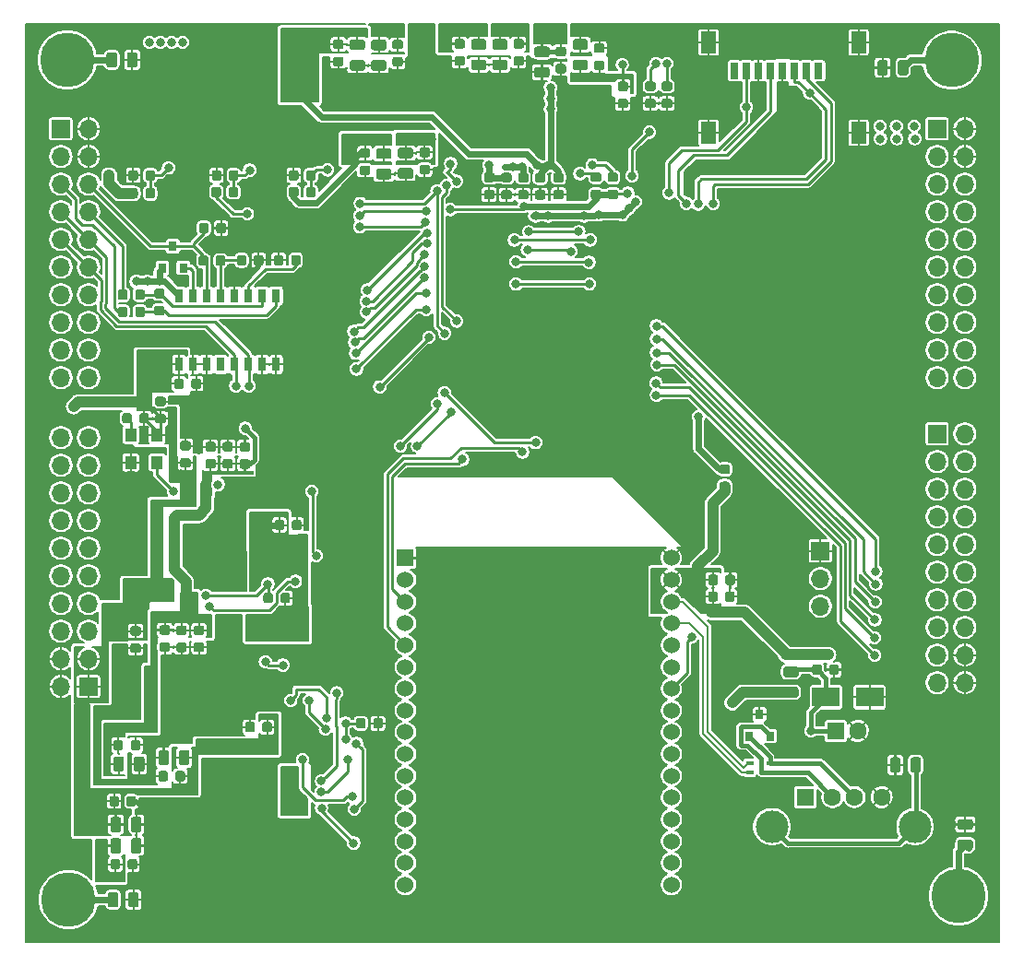
<source format=gbr>
G04 #@! TF.GenerationSoftware,KiCad,Pcbnew,5.1.5-52549c5~86~ubuntu18.04.1*
G04 #@! TF.CreationDate,2020-05-25T12:27:11-05:00*
G04 #@! TF.ProjectId,AICE,41494345-2e6b-4696-9361-645f70636258,rev?*
G04 #@! TF.SameCoordinates,Original*
G04 #@! TF.FileFunction,Copper,L2,Bot*
G04 #@! TF.FilePolarity,Positive*
%FSLAX46Y46*%
G04 Gerber Fmt 4.6, Leading zero omitted, Abs format (unit mm)*
G04 Created by KiCad (PCBNEW 5.1.5-52549c5~86~ubuntu18.04.1) date 2020-05-25 12:27:11*
%MOMM*%
%LPD*%
G04 APERTURE LIST*
%ADD10C,1.600000*%
%ADD11R,1.600000X1.600000*%
%ADD12C,0.100000*%
%ADD13R,0.800000X1.300000*%
%ADD14R,2.500000X1.800000*%
%ADD15R,0.800000X0.900000*%
%ADD16C,5.000000*%
%ADD17O,1.700000X1.700000*%
%ADD18R,1.700000X1.700000*%
%ADD19C,3.000000*%
%ADD20R,1.450000X2.000000*%
%ADD21R,0.800000X1.500000*%
%ADD22R,1.100000X1.200000*%
%ADD23C,1.524000*%
%ADD24R,1.524000X1.524000*%
%ADD25R,0.750000X0.400000*%
%ADD26C,0.800000*%
%ADD27C,1.000000*%
%ADD28C,0.400000*%
%ADD29C,0.250000*%
%ADD30C,0.600000*%
%ADD31C,0.200000*%
G04 APERTURE END LIST*
D10*
X109700000Y-129300000D03*
D11*
X107700000Y-129300000D03*
G04 #@! TA.AperFunction,SMDPad,CuDef*
D12*
G36*
X76170331Y-79590853D02*
G01*
X76191566Y-79594003D01*
X76212390Y-79599219D01*
X76232602Y-79606451D01*
X76252008Y-79615630D01*
X76270421Y-79626666D01*
X76287664Y-79639454D01*
X76303570Y-79653870D01*
X76317986Y-79669776D01*
X76330774Y-79687019D01*
X76341810Y-79705432D01*
X76350989Y-79724838D01*
X76358221Y-79745050D01*
X76363437Y-79765874D01*
X76366587Y-79787109D01*
X76367640Y-79808550D01*
X76367640Y-80246050D01*
X76366587Y-80267491D01*
X76363437Y-80288726D01*
X76358221Y-80309550D01*
X76350989Y-80329762D01*
X76341810Y-80349168D01*
X76330774Y-80367581D01*
X76317986Y-80384824D01*
X76303570Y-80400730D01*
X76287664Y-80415146D01*
X76270421Y-80427934D01*
X76252008Y-80438970D01*
X76232602Y-80448149D01*
X76212390Y-80455381D01*
X76191566Y-80460597D01*
X76170331Y-80463747D01*
X76148890Y-80464800D01*
X75636390Y-80464800D01*
X75614949Y-80463747D01*
X75593714Y-80460597D01*
X75572890Y-80455381D01*
X75552678Y-80448149D01*
X75533272Y-80438970D01*
X75514859Y-80427934D01*
X75497616Y-80415146D01*
X75481710Y-80400730D01*
X75467294Y-80384824D01*
X75454506Y-80367581D01*
X75443470Y-80349168D01*
X75434291Y-80329762D01*
X75427059Y-80309550D01*
X75421843Y-80288726D01*
X75418693Y-80267491D01*
X75417640Y-80246050D01*
X75417640Y-79808550D01*
X75418693Y-79787109D01*
X75421843Y-79765874D01*
X75427059Y-79745050D01*
X75434291Y-79724838D01*
X75443470Y-79705432D01*
X75454506Y-79687019D01*
X75467294Y-79669776D01*
X75481710Y-79653870D01*
X75497616Y-79639454D01*
X75514859Y-79626666D01*
X75533272Y-79615630D01*
X75552678Y-79606451D01*
X75572890Y-79599219D01*
X75593714Y-79594003D01*
X75614949Y-79590853D01*
X75636390Y-79589800D01*
X76148890Y-79589800D01*
X76170331Y-79590853D01*
G37*
G04 #@! TD.AperFunction*
G04 #@! TA.AperFunction,SMDPad,CuDef*
G36*
X76170331Y-78015853D02*
G01*
X76191566Y-78019003D01*
X76212390Y-78024219D01*
X76232602Y-78031451D01*
X76252008Y-78040630D01*
X76270421Y-78051666D01*
X76287664Y-78064454D01*
X76303570Y-78078870D01*
X76317986Y-78094776D01*
X76330774Y-78112019D01*
X76341810Y-78130432D01*
X76350989Y-78149838D01*
X76358221Y-78170050D01*
X76363437Y-78190874D01*
X76366587Y-78212109D01*
X76367640Y-78233550D01*
X76367640Y-78671050D01*
X76366587Y-78692491D01*
X76363437Y-78713726D01*
X76358221Y-78734550D01*
X76350989Y-78754762D01*
X76341810Y-78774168D01*
X76330774Y-78792581D01*
X76317986Y-78809824D01*
X76303570Y-78825730D01*
X76287664Y-78840146D01*
X76270421Y-78852934D01*
X76252008Y-78863970D01*
X76232602Y-78873149D01*
X76212390Y-78880381D01*
X76191566Y-78885597D01*
X76170331Y-78888747D01*
X76148890Y-78889800D01*
X75636390Y-78889800D01*
X75614949Y-78888747D01*
X75593714Y-78885597D01*
X75572890Y-78880381D01*
X75552678Y-78873149D01*
X75533272Y-78863970D01*
X75514859Y-78852934D01*
X75497616Y-78840146D01*
X75481710Y-78825730D01*
X75467294Y-78809824D01*
X75454506Y-78792581D01*
X75443470Y-78774168D01*
X75434291Y-78754762D01*
X75427059Y-78734550D01*
X75421843Y-78713726D01*
X75418693Y-78692491D01*
X75417640Y-78671050D01*
X75417640Y-78233550D01*
X75418693Y-78212109D01*
X75421843Y-78190874D01*
X75427059Y-78170050D01*
X75434291Y-78149838D01*
X75443470Y-78130432D01*
X75454506Y-78112019D01*
X75467294Y-78094776D01*
X75481710Y-78078870D01*
X75497616Y-78064454D01*
X75514859Y-78051666D01*
X75533272Y-78040630D01*
X75552678Y-78031451D01*
X75572890Y-78024219D01*
X75593714Y-78019003D01*
X75614949Y-78015853D01*
X75636390Y-78014800D01*
X76148890Y-78014800D01*
X76170331Y-78015853D01*
G37*
G04 #@! TD.AperFunction*
D13*
X47430000Y-89328000D03*
X48710000Y-89328000D03*
X49970000Y-89328000D03*
X51240000Y-89328000D03*
X52520000Y-89328000D03*
X53790000Y-89328000D03*
X55050000Y-89328000D03*
X56330000Y-89328000D03*
X56330000Y-95628000D03*
X55050000Y-95628000D03*
X53790000Y-95628000D03*
X52520000Y-95628000D03*
X51240000Y-95628000D03*
X49970000Y-95628000D03*
X48710000Y-95628000D03*
X47430000Y-95628000D03*
G04 #@! TA.AperFunction,SMDPad,CuDef*
D12*
G36*
X85967131Y-77996113D02*
G01*
X85988366Y-77999263D01*
X86009190Y-78004479D01*
X86029402Y-78011711D01*
X86048808Y-78020890D01*
X86067221Y-78031926D01*
X86084464Y-78044714D01*
X86100370Y-78059130D01*
X86114786Y-78075036D01*
X86127574Y-78092279D01*
X86138610Y-78110692D01*
X86147789Y-78130098D01*
X86155021Y-78150310D01*
X86160237Y-78171134D01*
X86163387Y-78192369D01*
X86164440Y-78213810D01*
X86164440Y-78651310D01*
X86163387Y-78672751D01*
X86160237Y-78693986D01*
X86155021Y-78714810D01*
X86147789Y-78735022D01*
X86138610Y-78754428D01*
X86127574Y-78772841D01*
X86114786Y-78790084D01*
X86100370Y-78805990D01*
X86084464Y-78820406D01*
X86067221Y-78833194D01*
X86048808Y-78844230D01*
X86029402Y-78853409D01*
X86009190Y-78860641D01*
X85988366Y-78865857D01*
X85967131Y-78869007D01*
X85945690Y-78870060D01*
X85433190Y-78870060D01*
X85411749Y-78869007D01*
X85390514Y-78865857D01*
X85369690Y-78860641D01*
X85349478Y-78853409D01*
X85330072Y-78844230D01*
X85311659Y-78833194D01*
X85294416Y-78820406D01*
X85278510Y-78805990D01*
X85264094Y-78790084D01*
X85251306Y-78772841D01*
X85240270Y-78754428D01*
X85231091Y-78735022D01*
X85223859Y-78714810D01*
X85218643Y-78693986D01*
X85215493Y-78672751D01*
X85214440Y-78651310D01*
X85214440Y-78213810D01*
X85215493Y-78192369D01*
X85218643Y-78171134D01*
X85223859Y-78150310D01*
X85231091Y-78130098D01*
X85240270Y-78110692D01*
X85251306Y-78092279D01*
X85264094Y-78075036D01*
X85278510Y-78059130D01*
X85294416Y-78044714D01*
X85311659Y-78031926D01*
X85330072Y-78020890D01*
X85349478Y-78011711D01*
X85369690Y-78004479D01*
X85390514Y-77999263D01*
X85411749Y-77996113D01*
X85433190Y-77995060D01*
X85945690Y-77995060D01*
X85967131Y-77996113D01*
G37*
G04 #@! TD.AperFunction*
G04 #@! TA.AperFunction,SMDPad,CuDef*
G36*
X85967131Y-79571113D02*
G01*
X85988366Y-79574263D01*
X86009190Y-79579479D01*
X86029402Y-79586711D01*
X86048808Y-79595890D01*
X86067221Y-79606926D01*
X86084464Y-79619714D01*
X86100370Y-79634130D01*
X86114786Y-79650036D01*
X86127574Y-79667279D01*
X86138610Y-79685692D01*
X86147789Y-79705098D01*
X86155021Y-79725310D01*
X86160237Y-79746134D01*
X86163387Y-79767369D01*
X86164440Y-79788810D01*
X86164440Y-80226310D01*
X86163387Y-80247751D01*
X86160237Y-80268986D01*
X86155021Y-80289810D01*
X86147789Y-80310022D01*
X86138610Y-80329428D01*
X86127574Y-80347841D01*
X86114786Y-80365084D01*
X86100370Y-80380990D01*
X86084464Y-80395406D01*
X86067221Y-80408194D01*
X86048808Y-80419230D01*
X86029402Y-80428409D01*
X86009190Y-80435641D01*
X85988366Y-80440857D01*
X85967131Y-80444007D01*
X85945690Y-80445060D01*
X85433190Y-80445060D01*
X85411749Y-80444007D01*
X85390514Y-80440857D01*
X85369690Y-80435641D01*
X85349478Y-80428409D01*
X85330072Y-80419230D01*
X85311659Y-80408194D01*
X85294416Y-80395406D01*
X85278510Y-80380990D01*
X85264094Y-80365084D01*
X85251306Y-80347841D01*
X85240270Y-80329428D01*
X85231091Y-80310022D01*
X85223859Y-80289810D01*
X85218643Y-80268986D01*
X85215493Y-80247751D01*
X85214440Y-80226310D01*
X85214440Y-79788810D01*
X85215493Y-79767369D01*
X85218643Y-79746134D01*
X85223859Y-79725310D01*
X85231091Y-79705098D01*
X85240270Y-79685692D01*
X85251306Y-79667279D01*
X85264094Y-79650036D01*
X85278510Y-79634130D01*
X85294416Y-79619714D01*
X85311659Y-79606926D01*
X85330072Y-79595890D01*
X85349478Y-79586711D01*
X85369690Y-79579479D01*
X85390514Y-79574263D01*
X85411749Y-79571113D01*
X85433190Y-79570060D01*
X85945690Y-79570060D01*
X85967131Y-79571113D01*
G37*
G04 #@! TD.AperFunction*
G04 #@! TA.AperFunction,SMDPad,CuDef*
G36*
X87503831Y-78001193D02*
G01*
X87525066Y-78004343D01*
X87545890Y-78009559D01*
X87566102Y-78016791D01*
X87585508Y-78025970D01*
X87603921Y-78037006D01*
X87621164Y-78049794D01*
X87637070Y-78064210D01*
X87651486Y-78080116D01*
X87664274Y-78097359D01*
X87675310Y-78115772D01*
X87684489Y-78135178D01*
X87691721Y-78155390D01*
X87696937Y-78176214D01*
X87700087Y-78197449D01*
X87701140Y-78218890D01*
X87701140Y-78656390D01*
X87700087Y-78677831D01*
X87696937Y-78699066D01*
X87691721Y-78719890D01*
X87684489Y-78740102D01*
X87675310Y-78759508D01*
X87664274Y-78777921D01*
X87651486Y-78795164D01*
X87637070Y-78811070D01*
X87621164Y-78825486D01*
X87603921Y-78838274D01*
X87585508Y-78849310D01*
X87566102Y-78858489D01*
X87545890Y-78865721D01*
X87525066Y-78870937D01*
X87503831Y-78874087D01*
X87482390Y-78875140D01*
X86969890Y-78875140D01*
X86948449Y-78874087D01*
X86927214Y-78870937D01*
X86906390Y-78865721D01*
X86886178Y-78858489D01*
X86866772Y-78849310D01*
X86848359Y-78838274D01*
X86831116Y-78825486D01*
X86815210Y-78811070D01*
X86800794Y-78795164D01*
X86788006Y-78777921D01*
X86776970Y-78759508D01*
X86767791Y-78740102D01*
X86760559Y-78719890D01*
X86755343Y-78699066D01*
X86752193Y-78677831D01*
X86751140Y-78656390D01*
X86751140Y-78218890D01*
X86752193Y-78197449D01*
X86755343Y-78176214D01*
X86760559Y-78155390D01*
X86767791Y-78135178D01*
X86776970Y-78115772D01*
X86788006Y-78097359D01*
X86800794Y-78080116D01*
X86815210Y-78064210D01*
X86831116Y-78049794D01*
X86848359Y-78037006D01*
X86866772Y-78025970D01*
X86886178Y-78016791D01*
X86906390Y-78009559D01*
X86927214Y-78004343D01*
X86948449Y-78001193D01*
X86969890Y-78000140D01*
X87482390Y-78000140D01*
X87503831Y-78001193D01*
G37*
G04 #@! TD.AperFunction*
G04 #@! TA.AperFunction,SMDPad,CuDef*
G36*
X87503831Y-79576193D02*
G01*
X87525066Y-79579343D01*
X87545890Y-79584559D01*
X87566102Y-79591791D01*
X87585508Y-79600970D01*
X87603921Y-79612006D01*
X87621164Y-79624794D01*
X87637070Y-79639210D01*
X87651486Y-79655116D01*
X87664274Y-79672359D01*
X87675310Y-79690772D01*
X87684489Y-79710178D01*
X87691721Y-79730390D01*
X87696937Y-79751214D01*
X87700087Y-79772449D01*
X87701140Y-79793890D01*
X87701140Y-80231390D01*
X87700087Y-80252831D01*
X87696937Y-80274066D01*
X87691721Y-80294890D01*
X87684489Y-80315102D01*
X87675310Y-80334508D01*
X87664274Y-80352921D01*
X87651486Y-80370164D01*
X87637070Y-80386070D01*
X87621164Y-80400486D01*
X87603921Y-80413274D01*
X87585508Y-80424310D01*
X87566102Y-80433489D01*
X87545890Y-80440721D01*
X87525066Y-80445937D01*
X87503831Y-80449087D01*
X87482390Y-80450140D01*
X86969890Y-80450140D01*
X86948449Y-80449087D01*
X86927214Y-80445937D01*
X86906390Y-80440721D01*
X86886178Y-80433489D01*
X86866772Y-80424310D01*
X86848359Y-80413274D01*
X86831116Y-80400486D01*
X86815210Y-80386070D01*
X86800794Y-80370164D01*
X86788006Y-80352921D01*
X86776970Y-80334508D01*
X86767791Y-80315102D01*
X86760559Y-80294890D01*
X86755343Y-80274066D01*
X86752193Y-80252831D01*
X86751140Y-80231390D01*
X86751140Y-79793890D01*
X86752193Y-79772449D01*
X86755343Y-79751214D01*
X86760559Y-79730390D01*
X86767791Y-79710178D01*
X86776970Y-79690772D01*
X86788006Y-79672359D01*
X86800794Y-79655116D01*
X86815210Y-79639210D01*
X86831116Y-79624794D01*
X86848359Y-79612006D01*
X86866772Y-79600970D01*
X86886178Y-79591791D01*
X86906390Y-79584559D01*
X86927214Y-79579343D01*
X86948449Y-79576193D01*
X86969890Y-79575140D01*
X87482390Y-79575140D01*
X87503831Y-79576193D01*
G37*
G04 #@! TD.AperFunction*
G04 #@! TA.AperFunction,SMDPad,CuDef*
G36*
X51078691Y-79316053D02*
G01*
X51099926Y-79319203D01*
X51120750Y-79324419D01*
X51140962Y-79331651D01*
X51160368Y-79340830D01*
X51178781Y-79351866D01*
X51196024Y-79364654D01*
X51211930Y-79379070D01*
X51226346Y-79394976D01*
X51239134Y-79412219D01*
X51250170Y-79430632D01*
X51259349Y-79450038D01*
X51266581Y-79470250D01*
X51271797Y-79491074D01*
X51274947Y-79512309D01*
X51276000Y-79533750D01*
X51276000Y-80046250D01*
X51274947Y-80067691D01*
X51271797Y-80088926D01*
X51266581Y-80109750D01*
X51259349Y-80129962D01*
X51250170Y-80149368D01*
X51239134Y-80167781D01*
X51226346Y-80185024D01*
X51211930Y-80200930D01*
X51196024Y-80215346D01*
X51178781Y-80228134D01*
X51160368Y-80239170D01*
X51140962Y-80248349D01*
X51120750Y-80255581D01*
X51099926Y-80260797D01*
X51078691Y-80263947D01*
X51057250Y-80265000D01*
X50619750Y-80265000D01*
X50598309Y-80263947D01*
X50577074Y-80260797D01*
X50556250Y-80255581D01*
X50536038Y-80248349D01*
X50516632Y-80239170D01*
X50498219Y-80228134D01*
X50480976Y-80215346D01*
X50465070Y-80200930D01*
X50450654Y-80185024D01*
X50437866Y-80167781D01*
X50426830Y-80149368D01*
X50417651Y-80129962D01*
X50410419Y-80109750D01*
X50405203Y-80088926D01*
X50402053Y-80067691D01*
X50401000Y-80046250D01*
X50401000Y-79533750D01*
X50402053Y-79512309D01*
X50405203Y-79491074D01*
X50410419Y-79470250D01*
X50417651Y-79450038D01*
X50426830Y-79430632D01*
X50437866Y-79412219D01*
X50450654Y-79394976D01*
X50465070Y-79379070D01*
X50480976Y-79364654D01*
X50498219Y-79351866D01*
X50516632Y-79340830D01*
X50536038Y-79331651D01*
X50556250Y-79324419D01*
X50577074Y-79319203D01*
X50598309Y-79316053D01*
X50619750Y-79315000D01*
X51057250Y-79315000D01*
X51078691Y-79316053D01*
G37*
G04 #@! TD.AperFunction*
G04 #@! TA.AperFunction,SMDPad,CuDef*
G36*
X52653691Y-79316053D02*
G01*
X52674926Y-79319203D01*
X52695750Y-79324419D01*
X52715962Y-79331651D01*
X52735368Y-79340830D01*
X52753781Y-79351866D01*
X52771024Y-79364654D01*
X52786930Y-79379070D01*
X52801346Y-79394976D01*
X52814134Y-79412219D01*
X52825170Y-79430632D01*
X52834349Y-79450038D01*
X52841581Y-79470250D01*
X52846797Y-79491074D01*
X52849947Y-79512309D01*
X52851000Y-79533750D01*
X52851000Y-80046250D01*
X52849947Y-80067691D01*
X52846797Y-80088926D01*
X52841581Y-80109750D01*
X52834349Y-80129962D01*
X52825170Y-80149368D01*
X52814134Y-80167781D01*
X52801346Y-80185024D01*
X52786930Y-80200930D01*
X52771024Y-80215346D01*
X52753781Y-80228134D01*
X52735368Y-80239170D01*
X52715962Y-80248349D01*
X52695750Y-80255581D01*
X52674926Y-80260797D01*
X52653691Y-80263947D01*
X52632250Y-80265000D01*
X52194750Y-80265000D01*
X52173309Y-80263947D01*
X52152074Y-80260797D01*
X52131250Y-80255581D01*
X52111038Y-80248349D01*
X52091632Y-80239170D01*
X52073219Y-80228134D01*
X52055976Y-80215346D01*
X52040070Y-80200930D01*
X52025654Y-80185024D01*
X52012866Y-80167781D01*
X52001830Y-80149368D01*
X51992651Y-80129962D01*
X51985419Y-80109750D01*
X51980203Y-80088926D01*
X51977053Y-80067691D01*
X51976000Y-80046250D01*
X51976000Y-79533750D01*
X51977053Y-79512309D01*
X51980203Y-79491074D01*
X51985419Y-79470250D01*
X51992651Y-79450038D01*
X52001830Y-79430632D01*
X52012866Y-79412219D01*
X52025654Y-79394976D01*
X52040070Y-79379070D01*
X52055976Y-79364654D01*
X52073219Y-79351866D01*
X52091632Y-79340830D01*
X52111038Y-79331651D01*
X52131250Y-79324419D01*
X52152074Y-79319203D01*
X52173309Y-79316053D01*
X52194750Y-79315000D01*
X52632250Y-79315000D01*
X52653691Y-79316053D01*
G37*
G04 #@! TD.AperFunction*
G04 #@! TA.AperFunction,SMDPad,CuDef*
G36*
X97777691Y-106401053D02*
G01*
X97798926Y-106404203D01*
X97819750Y-106409419D01*
X97839962Y-106416651D01*
X97859368Y-106425830D01*
X97877781Y-106436866D01*
X97895024Y-106449654D01*
X97910930Y-106464070D01*
X97925346Y-106479976D01*
X97938134Y-106497219D01*
X97949170Y-106515632D01*
X97958349Y-106535038D01*
X97965581Y-106555250D01*
X97970797Y-106576074D01*
X97973947Y-106597309D01*
X97975000Y-106618750D01*
X97975000Y-107056250D01*
X97973947Y-107077691D01*
X97970797Y-107098926D01*
X97965581Y-107119750D01*
X97958349Y-107139962D01*
X97949170Y-107159368D01*
X97938134Y-107177781D01*
X97925346Y-107195024D01*
X97910930Y-107210930D01*
X97895024Y-107225346D01*
X97877781Y-107238134D01*
X97859368Y-107249170D01*
X97839962Y-107258349D01*
X97819750Y-107265581D01*
X97798926Y-107270797D01*
X97777691Y-107273947D01*
X97756250Y-107275000D01*
X97243750Y-107275000D01*
X97222309Y-107273947D01*
X97201074Y-107270797D01*
X97180250Y-107265581D01*
X97160038Y-107258349D01*
X97140632Y-107249170D01*
X97122219Y-107238134D01*
X97104976Y-107225346D01*
X97089070Y-107210930D01*
X97074654Y-107195024D01*
X97061866Y-107177781D01*
X97050830Y-107159368D01*
X97041651Y-107139962D01*
X97034419Y-107119750D01*
X97029203Y-107098926D01*
X97026053Y-107077691D01*
X97025000Y-107056250D01*
X97025000Y-106618750D01*
X97026053Y-106597309D01*
X97029203Y-106576074D01*
X97034419Y-106555250D01*
X97041651Y-106535038D01*
X97050830Y-106515632D01*
X97061866Y-106497219D01*
X97074654Y-106479976D01*
X97089070Y-106464070D01*
X97104976Y-106449654D01*
X97122219Y-106436866D01*
X97140632Y-106425830D01*
X97160038Y-106416651D01*
X97180250Y-106409419D01*
X97201074Y-106404203D01*
X97222309Y-106401053D01*
X97243750Y-106400000D01*
X97756250Y-106400000D01*
X97777691Y-106401053D01*
G37*
G04 #@! TD.AperFunction*
G04 #@! TA.AperFunction,SMDPad,CuDef*
G36*
X97777691Y-104826053D02*
G01*
X97798926Y-104829203D01*
X97819750Y-104834419D01*
X97839962Y-104841651D01*
X97859368Y-104850830D01*
X97877781Y-104861866D01*
X97895024Y-104874654D01*
X97910930Y-104889070D01*
X97925346Y-104904976D01*
X97938134Y-104922219D01*
X97949170Y-104940632D01*
X97958349Y-104960038D01*
X97965581Y-104980250D01*
X97970797Y-105001074D01*
X97973947Y-105022309D01*
X97975000Y-105043750D01*
X97975000Y-105481250D01*
X97973947Y-105502691D01*
X97970797Y-105523926D01*
X97965581Y-105544750D01*
X97958349Y-105564962D01*
X97949170Y-105584368D01*
X97938134Y-105602781D01*
X97925346Y-105620024D01*
X97910930Y-105635930D01*
X97895024Y-105650346D01*
X97877781Y-105663134D01*
X97859368Y-105674170D01*
X97839962Y-105683349D01*
X97819750Y-105690581D01*
X97798926Y-105695797D01*
X97777691Y-105698947D01*
X97756250Y-105700000D01*
X97243750Y-105700000D01*
X97222309Y-105698947D01*
X97201074Y-105695797D01*
X97180250Y-105690581D01*
X97160038Y-105683349D01*
X97140632Y-105674170D01*
X97122219Y-105663134D01*
X97104976Y-105650346D01*
X97089070Y-105635930D01*
X97074654Y-105620024D01*
X97061866Y-105602781D01*
X97050830Y-105584368D01*
X97041651Y-105564962D01*
X97034419Y-105544750D01*
X97029203Y-105523926D01*
X97026053Y-105502691D01*
X97025000Y-105481250D01*
X97025000Y-105043750D01*
X97026053Y-105022309D01*
X97029203Y-105001074D01*
X97034419Y-104980250D01*
X97041651Y-104960038D01*
X97050830Y-104940632D01*
X97061866Y-104922219D01*
X97074654Y-104904976D01*
X97089070Y-104889070D01*
X97104976Y-104874654D01*
X97122219Y-104861866D01*
X97140632Y-104850830D01*
X97160038Y-104841651D01*
X97180250Y-104834419D01*
X97201074Y-104829203D01*
X97222309Y-104826053D01*
X97243750Y-104825000D01*
X97756250Y-104825000D01*
X97777691Y-104826053D01*
G37*
G04 #@! TD.AperFunction*
G04 #@! TA.AperFunction,SMDPad,CuDef*
G36*
X58190691Y-79316053D02*
G01*
X58211926Y-79319203D01*
X58232750Y-79324419D01*
X58252962Y-79331651D01*
X58272368Y-79340830D01*
X58290781Y-79351866D01*
X58308024Y-79364654D01*
X58323930Y-79379070D01*
X58338346Y-79394976D01*
X58351134Y-79412219D01*
X58362170Y-79430632D01*
X58371349Y-79450038D01*
X58378581Y-79470250D01*
X58383797Y-79491074D01*
X58386947Y-79512309D01*
X58388000Y-79533750D01*
X58388000Y-80046250D01*
X58386947Y-80067691D01*
X58383797Y-80088926D01*
X58378581Y-80109750D01*
X58371349Y-80129962D01*
X58362170Y-80149368D01*
X58351134Y-80167781D01*
X58338346Y-80185024D01*
X58323930Y-80200930D01*
X58308024Y-80215346D01*
X58290781Y-80228134D01*
X58272368Y-80239170D01*
X58252962Y-80248349D01*
X58232750Y-80255581D01*
X58211926Y-80260797D01*
X58190691Y-80263947D01*
X58169250Y-80265000D01*
X57731750Y-80265000D01*
X57710309Y-80263947D01*
X57689074Y-80260797D01*
X57668250Y-80255581D01*
X57648038Y-80248349D01*
X57628632Y-80239170D01*
X57610219Y-80228134D01*
X57592976Y-80215346D01*
X57577070Y-80200930D01*
X57562654Y-80185024D01*
X57549866Y-80167781D01*
X57538830Y-80149368D01*
X57529651Y-80129962D01*
X57522419Y-80109750D01*
X57517203Y-80088926D01*
X57514053Y-80067691D01*
X57513000Y-80046250D01*
X57513000Y-79533750D01*
X57514053Y-79512309D01*
X57517203Y-79491074D01*
X57522419Y-79470250D01*
X57529651Y-79450038D01*
X57538830Y-79430632D01*
X57549866Y-79412219D01*
X57562654Y-79394976D01*
X57577070Y-79379070D01*
X57592976Y-79364654D01*
X57610219Y-79351866D01*
X57628632Y-79340830D01*
X57648038Y-79331651D01*
X57668250Y-79324419D01*
X57689074Y-79319203D01*
X57710309Y-79316053D01*
X57731750Y-79315000D01*
X58169250Y-79315000D01*
X58190691Y-79316053D01*
G37*
G04 #@! TD.AperFunction*
G04 #@! TA.AperFunction,SMDPad,CuDef*
G36*
X59765691Y-79316053D02*
G01*
X59786926Y-79319203D01*
X59807750Y-79324419D01*
X59827962Y-79331651D01*
X59847368Y-79340830D01*
X59865781Y-79351866D01*
X59883024Y-79364654D01*
X59898930Y-79379070D01*
X59913346Y-79394976D01*
X59926134Y-79412219D01*
X59937170Y-79430632D01*
X59946349Y-79450038D01*
X59953581Y-79470250D01*
X59958797Y-79491074D01*
X59961947Y-79512309D01*
X59963000Y-79533750D01*
X59963000Y-80046250D01*
X59961947Y-80067691D01*
X59958797Y-80088926D01*
X59953581Y-80109750D01*
X59946349Y-80129962D01*
X59937170Y-80149368D01*
X59926134Y-80167781D01*
X59913346Y-80185024D01*
X59898930Y-80200930D01*
X59883024Y-80215346D01*
X59865781Y-80228134D01*
X59847368Y-80239170D01*
X59827962Y-80248349D01*
X59807750Y-80255581D01*
X59786926Y-80260797D01*
X59765691Y-80263947D01*
X59744250Y-80265000D01*
X59306750Y-80265000D01*
X59285309Y-80263947D01*
X59264074Y-80260797D01*
X59243250Y-80255581D01*
X59223038Y-80248349D01*
X59203632Y-80239170D01*
X59185219Y-80228134D01*
X59167976Y-80215346D01*
X59152070Y-80200930D01*
X59137654Y-80185024D01*
X59124866Y-80167781D01*
X59113830Y-80149368D01*
X59104651Y-80129962D01*
X59097419Y-80109750D01*
X59092203Y-80088926D01*
X59089053Y-80067691D01*
X59088000Y-80046250D01*
X59088000Y-79533750D01*
X59089053Y-79512309D01*
X59092203Y-79491074D01*
X59097419Y-79470250D01*
X59104651Y-79450038D01*
X59113830Y-79430632D01*
X59124866Y-79412219D01*
X59137654Y-79394976D01*
X59152070Y-79379070D01*
X59167976Y-79364654D01*
X59185219Y-79351866D01*
X59203632Y-79340830D01*
X59223038Y-79331651D01*
X59243250Y-79324419D01*
X59264074Y-79319203D01*
X59285309Y-79316053D01*
X59306750Y-79315000D01*
X59744250Y-79315000D01*
X59765691Y-79316053D01*
G37*
G04 #@! TD.AperFunction*
G04 #@! TA.AperFunction,SMDPad,CuDef*
G36*
X54972691Y-85594053D02*
G01*
X54993926Y-85597203D01*
X55014750Y-85602419D01*
X55034962Y-85609651D01*
X55054368Y-85618830D01*
X55072781Y-85629866D01*
X55090024Y-85642654D01*
X55105930Y-85657070D01*
X55120346Y-85672976D01*
X55133134Y-85690219D01*
X55144170Y-85708632D01*
X55153349Y-85728038D01*
X55160581Y-85748250D01*
X55165797Y-85769074D01*
X55168947Y-85790309D01*
X55170000Y-85811750D01*
X55170000Y-86324250D01*
X55168947Y-86345691D01*
X55165797Y-86366926D01*
X55160581Y-86387750D01*
X55153349Y-86407962D01*
X55144170Y-86427368D01*
X55133134Y-86445781D01*
X55120346Y-86463024D01*
X55105930Y-86478930D01*
X55090024Y-86493346D01*
X55072781Y-86506134D01*
X55054368Y-86517170D01*
X55034962Y-86526349D01*
X55014750Y-86533581D01*
X54993926Y-86538797D01*
X54972691Y-86541947D01*
X54951250Y-86543000D01*
X54513750Y-86543000D01*
X54492309Y-86541947D01*
X54471074Y-86538797D01*
X54450250Y-86533581D01*
X54430038Y-86526349D01*
X54410632Y-86517170D01*
X54392219Y-86506134D01*
X54374976Y-86493346D01*
X54359070Y-86478930D01*
X54344654Y-86463024D01*
X54331866Y-86445781D01*
X54320830Y-86427368D01*
X54311651Y-86407962D01*
X54304419Y-86387750D01*
X54299203Y-86366926D01*
X54296053Y-86345691D01*
X54295000Y-86324250D01*
X54295000Y-85811750D01*
X54296053Y-85790309D01*
X54299203Y-85769074D01*
X54304419Y-85748250D01*
X54311651Y-85728038D01*
X54320830Y-85708632D01*
X54331866Y-85690219D01*
X54344654Y-85672976D01*
X54359070Y-85657070D01*
X54374976Y-85642654D01*
X54392219Y-85629866D01*
X54410632Y-85618830D01*
X54430038Y-85609651D01*
X54450250Y-85602419D01*
X54471074Y-85597203D01*
X54492309Y-85594053D01*
X54513750Y-85593000D01*
X54951250Y-85593000D01*
X54972691Y-85594053D01*
G37*
G04 #@! TD.AperFunction*
G04 #@! TA.AperFunction,SMDPad,CuDef*
G36*
X53397691Y-85594053D02*
G01*
X53418926Y-85597203D01*
X53439750Y-85602419D01*
X53459962Y-85609651D01*
X53479368Y-85618830D01*
X53497781Y-85629866D01*
X53515024Y-85642654D01*
X53530930Y-85657070D01*
X53545346Y-85672976D01*
X53558134Y-85690219D01*
X53569170Y-85708632D01*
X53578349Y-85728038D01*
X53585581Y-85748250D01*
X53590797Y-85769074D01*
X53593947Y-85790309D01*
X53595000Y-85811750D01*
X53595000Y-86324250D01*
X53593947Y-86345691D01*
X53590797Y-86366926D01*
X53585581Y-86387750D01*
X53578349Y-86407962D01*
X53569170Y-86427368D01*
X53558134Y-86445781D01*
X53545346Y-86463024D01*
X53530930Y-86478930D01*
X53515024Y-86493346D01*
X53497781Y-86506134D01*
X53479368Y-86517170D01*
X53459962Y-86526349D01*
X53439750Y-86533581D01*
X53418926Y-86538797D01*
X53397691Y-86541947D01*
X53376250Y-86543000D01*
X52938750Y-86543000D01*
X52917309Y-86541947D01*
X52896074Y-86538797D01*
X52875250Y-86533581D01*
X52855038Y-86526349D01*
X52835632Y-86517170D01*
X52817219Y-86506134D01*
X52799976Y-86493346D01*
X52784070Y-86478930D01*
X52769654Y-86463024D01*
X52756866Y-86445781D01*
X52745830Y-86427368D01*
X52736651Y-86407962D01*
X52729419Y-86387750D01*
X52724203Y-86366926D01*
X52721053Y-86345691D01*
X52720000Y-86324250D01*
X52720000Y-85811750D01*
X52721053Y-85790309D01*
X52724203Y-85769074D01*
X52729419Y-85748250D01*
X52736651Y-85728038D01*
X52745830Y-85708632D01*
X52756866Y-85690219D01*
X52769654Y-85672976D01*
X52784070Y-85657070D01*
X52799976Y-85642654D01*
X52817219Y-85629866D01*
X52835632Y-85618830D01*
X52855038Y-85609651D01*
X52875250Y-85602419D01*
X52896074Y-85597203D01*
X52917309Y-85594053D01*
X52938750Y-85593000D01*
X53376250Y-85593000D01*
X53397691Y-85594053D01*
G37*
G04 #@! TD.AperFunction*
G04 #@! TA.AperFunction,SMDPad,CuDef*
G36*
X51472691Y-85634053D02*
G01*
X51493926Y-85637203D01*
X51514750Y-85642419D01*
X51534962Y-85649651D01*
X51554368Y-85658830D01*
X51572781Y-85669866D01*
X51590024Y-85682654D01*
X51605930Y-85697070D01*
X51620346Y-85712976D01*
X51633134Y-85730219D01*
X51644170Y-85748632D01*
X51653349Y-85768038D01*
X51660581Y-85788250D01*
X51665797Y-85809074D01*
X51668947Y-85830309D01*
X51670000Y-85851750D01*
X51670000Y-86364250D01*
X51668947Y-86385691D01*
X51665797Y-86406926D01*
X51660581Y-86427750D01*
X51653349Y-86447962D01*
X51644170Y-86467368D01*
X51633134Y-86485781D01*
X51620346Y-86503024D01*
X51605930Y-86518930D01*
X51590024Y-86533346D01*
X51572781Y-86546134D01*
X51554368Y-86557170D01*
X51534962Y-86566349D01*
X51514750Y-86573581D01*
X51493926Y-86578797D01*
X51472691Y-86581947D01*
X51451250Y-86583000D01*
X51013750Y-86583000D01*
X50992309Y-86581947D01*
X50971074Y-86578797D01*
X50950250Y-86573581D01*
X50930038Y-86566349D01*
X50910632Y-86557170D01*
X50892219Y-86546134D01*
X50874976Y-86533346D01*
X50859070Y-86518930D01*
X50844654Y-86503024D01*
X50831866Y-86485781D01*
X50820830Y-86467368D01*
X50811651Y-86447962D01*
X50804419Y-86427750D01*
X50799203Y-86406926D01*
X50796053Y-86385691D01*
X50795000Y-86364250D01*
X50795000Y-85851750D01*
X50796053Y-85830309D01*
X50799203Y-85809074D01*
X50804419Y-85788250D01*
X50811651Y-85768038D01*
X50820830Y-85748632D01*
X50831866Y-85730219D01*
X50844654Y-85712976D01*
X50859070Y-85697070D01*
X50874976Y-85682654D01*
X50892219Y-85669866D01*
X50910632Y-85658830D01*
X50930038Y-85649651D01*
X50950250Y-85642419D01*
X50971074Y-85637203D01*
X50992309Y-85634053D01*
X51013750Y-85633000D01*
X51451250Y-85633000D01*
X51472691Y-85634053D01*
G37*
G04 #@! TD.AperFunction*
G04 #@! TA.AperFunction,SMDPad,CuDef*
G36*
X49897691Y-85634053D02*
G01*
X49918926Y-85637203D01*
X49939750Y-85642419D01*
X49959962Y-85649651D01*
X49979368Y-85658830D01*
X49997781Y-85669866D01*
X50015024Y-85682654D01*
X50030930Y-85697070D01*
X50045346Y-85712976D01*
X50058134Y-85730219D01*
X50069170Y-85748632D01*
X50078349Y-85768038D01*
X50085581Y-85788250D01*
X50090797Y-85809074D01*
X50093947Y-85830309D01*
X50095000Y-85851750D01*
X50095000Y-86364250D01*
X50093947Y-86385691D01*
X50090797Y-86406926D01*
X50085581Y-86427750D01*
X50078349Y-86447962D01*
X50069170Y-86467368D01*
X50058134Y-86485781D01*
X50045346Y-86503024D01*
X50030930Y-86518930D01*
X50015024Y-86533346D01*
X49997781Y-86546134D01*
X49979368Y-86557170D01*
X49959962Y-86566349D01*
X49939750Y-86573581D01*
X49918926Y-86578797D01*
X49897691Y-86581947D01*
X49876250Y-86583000D01*
X49438750Y-86583000D01*
X49417309Y-86581947D01*
X49396074Y-86578797D01*
X49375250Y-86573581D01*
X49355038Y-86566349D01*
X49335632Y-86557170D01*
X49317219Y-86546134D01*
X49299976Y-86533346D01*
X49284070Y-86518930D01*
X49269654Y-86503024D01*
X49256866Y-86485781D01*
X49245830Y-86467368D01*
X49236651Y-86447962D01*
X49229419Y-86427750D01*
X49224203Y-86406926D01*
X49221053Y-86385691D01*
X49220000Y-86364250D01*
X49220000Y-85851750D01*
X49221053Y-85830309D01*
X49224203Y-85809074D01*
X49229419Y-85788250D01*
X49236651Y-85768038D01*
X49245830Y-85748632D01*
X49256866Y-85730219D01*
X49269654Y-85712976D01*
X49284070Y-85697070D01*
X49299976Y-85682654D01*
X49317219Y-85669866D01*
X49335632Y-85658830D01*
X49355038Y-85649651D01*
X49375250Y-85642419D01*
X49396074Y-85637203D01*
X49417309Y-85634053D01*
X49438750Y-85633000D01*
X49876250Y-85633000D01*
X49897691Y-85634053D01*
G37*
G04 #@! TD.AperFunction*
G04 #@! TA.AperFunction,SMDPad,CuDef*
G36*
X42498691Y-90322053D02*
G01*
X42519926Y-90325203D01*
X42540750Y-90330419D01*
X42560962Y-90337651D01*
X42580368Y-90346830D01*
X42598781Y-90357866D01*
X42616024Y-90370654D01*
X42631930Y-90385070D01*
X42646346Y-90400976D01*
X42659134Y-90418219D01*
X42670170Y-90436632D01*
X42679349Y-90456038D01*
X42686581Y-90476250D01*
X42691797Y-90497074D01*
X42694947Y-90518309D01*
X42696000Y-90539750D01*
X42696000Y-91052250D01*
X42694947Y-91073691D01*
X42691797Y-91094926D01*
X42686581Y-91115750D01*
X42679349Y-91135962D01*
X42670170Y-91155368D01*
X42659134Y-91173781D01*
X42646346Y-91191024D01*
X42631930Y-91206930D01*
X42616024Y-91221346D01*
X42598781Y-91234134D01*
X42580368Y-91245170D01*
X42560962Y-91254349D01*
X42540750Y-91261581D01*
X42519926Y-91266797D01*
X42498691Y-91269947D01*
X42477250Y-91271000D01*
X42039750Y-91271000D01*
X42018309Y-91269947D01*
X41997074Y-91266797D01*
X41976250Y-91261581D01*
X41956038Y-91254349D01*
X41936632Y-91245170D01*
X41918219Y-91234134D01*
X41900976Y-91221346D01*
X41885070Y-91206930D01*
X41870654Y-91191024D01*
X41857866Y-91173781D01*
X41846830Y-91155368D01*
X41837651Y-91135962D01*
X41830419Y-91115750D01*
X41825203Y-91094926D01*
X41822053Y-91073691D01*
X41821000Y-91052250D01*
X41821000Y-90539750D01*
X41822053Y-90518309D01*
X41825203Y-90497074D01*
X41830419Y-90476250D01*
X41837651Y-90456038D01*
X41846830Y-90436632D01*
X41857866Y-90418219D01*
X41870654Y-90400976D01*
X41885070Y-90385070D01*
X41900976Y-90370654D01*
X41918219Y-90357866D01*
X41936632Y-90346830D01*
X41956038Y-90337651D01*
X41976250Y-90330419D01*
X41997074Y-90325203D01*
X42018309Y-90322053D01*
X42039750Y-90321000D01*
X42477250Y-90321000D01*
X42498691Y-90322053D01*
G37*
G04 #@! TD.AperFunction*
G04 #@! TA.AperFunction,SMDPad,CuDef*
G36*
X44073691Y-90322053D02*
G01*
X44094926Y-90325203D01*
X44115750Y-90330419D01*
X44135962Y-90337651D01*
X44155368Y-90346830D01*
X44173781Y-90357866D01*
X44191024Y-90370654D01*
X44206930Y-90385070D01*
X44221346Y-90400976D01*
X44234134Y-90418219D01*
X44245170Y-90436632D01*
X44254349Y-90456038D01*
X44261581Y-90476250D01*
X44266797Y-90497074D01*
X44269947Y-90518309D01*
X44271000Y-90539750D01*
X44271000Y-91052250D01*
X44269947Y-91073691D01*
X44266797Y-91094926D01*
X44261581Y-91115750D01*
X44254349Y-91135962D01*
X44245170Y-91155368D01*
X44234134Y-91173781D01*
X44221346Y-91191024D01*
X44206930Y-91206930D01*
X44191024Y-91221346D01*
X44173781Y-91234134D01*
X44155368Y-91245170D01*
X44135962Y-91254349D01*
X44115750Y-91261581D01*
X44094926Y-91266797D01*
X44073691Y-91269947D01*
X44052250Y-91271000D01*
X43614750Y-91271000D01*
X43593309Y-91269947D01*
X43572074Y-91266797D01*
X43551250Y-91261581D01*
X43531038Y-91254349D01*
X43511632Y-91245170D01*
X43493219Y-91234134D01*
X43475976Y-91221346D01*
X43460070Y-91206930D01*
X43445654Y-91191024D01*
X43432866Y-91173781D01*
X43421830Y-91155368D01*
X43412651Y-91135962D01*
X43405419Y-91115750D01*
X43400203Y-91094926D01*
X43397053Y-91073691D01*
X43396000Y-91052250D01*
X43396000Y-90539750D01*
X43397053Y-90518309D01*
X43400203Y-90497074D01*
X43405419Y-90476250D01*
X43412651Y-90456038D01*
X43421830Y-90436632D01*
X43432866Y-90418219D01*
X43445654Y-90400976D01*
X43460070Y-90385070D01*
X43475976Y-90370654D01*
X43493219Y-90357866D01*
X43511632Y-90346830D01*
X43531038Y-90337651D01*
X43551250Y-90330419D01*
X43572074Y-90325203D01*
X43593309Y-90322053D01*
X43614750Y-90321000D01*
X44052250Y-90321000D01*
X44073691Y-90322053D01*
G37*
G04 #@! TD.AperFunction*
G04 #@! TA.AperFunction,SMDPad,CuDef*
G36*
X42498691Y-88752053D02*
G01*
X42519926Y-88755203D01*
X42540750Y-88760419D01*
X42560962Y-88767651D01*
X42580368Y-88776830D01*
X42598781Y-88787866D01*
X42616024Y-88800654D01*
X42631930Y-88815070D01*
X42646346Y-88830976D01*
X42659134Y-88848219D01*
X42670170Y-88866632D01*
X42679349Y-88886038D01*
X42686581Y-88906250D01*
X42691797Y-88927074D01*
X42694947Y-88948309D01*
X42696000Y-88969750D01*
X42696000Y-89482250D01*
X42694947Y-89503691D01*
X42691797Y-89524926D01*
X42686581Y-89545750D01*
X42679349Y-89565962D01*
X42670170Y-89585368D01*
X42659134Y-89603781D01*
X42646346Y-89621024D01*
X42631930Y-89636930D01*
X42616024Y-89651346D01*
X42598781Y-89664134D01*
X42580368Y-89675170D01*
X42560962Y-89684349D01*
X42540750Y-89691581D01*
X42519926Y-89696797D01*
X42498691Y-89699947D01*
X42477250Y-89701000D01*
X42039750Y-89701000D01*
X42018309Y-89699947D01*
X41997074Y-89696797D01*
X41976250Y-89691581D01*
X41956038Y-89684349D01*
X41936632Y-89675170D01*
X41918219Y-89664134D01*
X41900976Y-89651346D01*
X41885070Y-89636930D01*
X41870654Y-89621024D01*
X41857866Y-89603781D01*
X41846830Y-89585368D01*
X41837651Y-89565962D01*
X41830419Y-89545750D01*
X41825203Y-89524926D01*
X41822053Y-89503691D01*
X41821000Y-89482250D01*
X41821000Y-88969750D01*
X41822053Y-88948309D01*
X41825203Y-88927074D01*
X41830419Y-88906250D01*
X41837651Y-88886038D01*
X41846830Y-88866632D01*
X41857866Y-88848219D01*
X41870654Y-88830976D01*
X41885070Y-88815070D01*
X41900976Y-88800654D01*
X41918219Y-88787866D01*
X41936632Y-88776830D01*
X41956038Y-88767651D01*
X41976250Y-88760419D01*
X41997074Y-88755203D01*
X42018309Y-88752053D01*
X42039750Y-88751000D01*
X42477250Y-88751000D01*
X42498691Y-88752053D01*
G37*
G04 #@! TD.AperFunction*
G04 #@! TA.AperFunction,SMDPad,CuDef*
G36*
X44073691Y-88752053D02*
G01*
X44094926Y-88755203D01*
X44115750Y-88760419D01*
X44135962Y-88767651D01*
X44155368Y-88776830D01*
X44173781Y-88787866D01*
X44191024Y-88800654D01*
X44206930Y-88815070D01*
X44221346Y-88830976D01*
X44234134Y-88848219D01*
X44245170Y-88866632D01*
X44254349Y-88886038D01*
X44261581Y-88906250D01*
X44266797Y-88927074D01*
X44269947Y-88948309D01*
X44271000Y-88969750D01*
X44271000Y-89482250D01*
X44269947Y-89503691D01*
X44266797Y-89524926D01*
X44261581Y-89545750D01*
X44254349Y-89565962D01*
X44245170Y-89585368D01*
X44234134Y-89603781D01*
X44221346Y-89621024D01*
X44206930Y-89636930D01*
X44191024Y-89651346D01*
X44173781Y-89664134D01*
X44155368Y-89675170D01*
X44135962Y-89684349D01*
X44115750Y-89691581D01*
X44094926Y-89696797D01*
X44073691Y-89699947D01*
X44052250Y-89701000D01*
X43614750Y-89701000D01*
X43593309Y-89699947D01*
X43572074Y-89696797D01*
X43551250Y-89691581D01*
X43531038Y-89684349D01*
X43511632Y-89675170D01*
X43493219Y-89664134D01*
X43475976Y-89651346D01*
X43460070Y-89636930D01*
X43445654Y-89621024D01*
X43432866Y-89603781D01*
X43421830Y-89585368D01*
X43412651Y-89565962D01*
X43405419Y-89545750D01*
X43400203Y-89524926D01*
X43397053Y-89503691D01*
X43396000Y-89482250D01*
X43396000Y-88969750D01*
X43397053Y-88948309D01*
X43400203Y-88927074D01*
X43405419Y-88906250D01*
X43412651Y-88886038D01*
X43421830Y-88866632D01*
X43432866Y-88848219D01*
X43445654Y-88830976D01*
X43460070Y-88815070D01*
X43475976Y-88800654D01*
X43493219Y-88787866D01*
X43511632Y-88776830D01*
X43531038Y-88767651D01*
X43551250Y-88760419D01*
X43572074Y-88755203D01*
X43593309Y-88752053D01*
X43614750Y-88751000D01*
X44052250Y-88751000D01*
X44073691Y-88752053D01*
G37*
G04 #@! TD.AperFunction*
G04 #@! TA.AperFunction,SMDPad,CuDef*
G36*
X43446691Y-79440053D02*
G01*
X43467926Y-79443203D01*
X43488750Y-79448419D01*
X43508962Y-79455651D01*
X43528368Y-79464830D01*
X43546781Y-79475866D01*
X43564024Y-79488654D01*
X43579930Y-79503070D01*
X43594346Y-79518976D01*
X43607134Y-79536219D01*
X43618170Y-79554632D01*
X43627349Y-79574038D01*
X43634581Y-79594250D01*
X43639797Y-79615074D01*
X43642947Y-79636309D01*
X43644000Y-79657750D01*
X43644000Y-80170250D01*
X43642947Y-80191691D01*
X43639797Y-80212926D01*
X43634581Y-80233750D01*
X43627349Y-80253962D01*
X43618170Y-80273368D01*
X43607134Y-80291781D01*
X43594346Y-80309024D01*
X43579930Y-80324930D01*
X43564024Y-80339346D01*
X43546781Y-80352134D01*
X43528368Y-80363170D01*
X43508962Y-80372349D01*
X43488750Y-80379581D01*
X43467926Y-80384797D01*
X43446691Y-80387947D01*
X43425250Y-80389000D01*
X42987750Y-80389000D01*
X42966309Y-80387947D01*
X42945074Y-80384797D01*
X42924250Y-80379581D01*
X42904038Y-80372349D01*
X42884632Y-80363170D01*
X42866219Y-80352134D01*
X42848976Y-80339346D01*
X42833070Y-80324930D01*
X42818654Y-80309024D01*
X42805866Y-80291781D01*
X42794830Y-80273368D01*
X42785651Y-80253962D01*
X42778419Y-80233750D01*
X42773203Y-80212926D01*
X42770053Y-80191691D01*
X42769000Y-80170250D01*
X42769000Y-79657750D01*
X42770053Y-79636309D01*
X42773203Y-79615074D01*
X42778419Y-79594250D01*
X42785651Y-79574038D01*
X42794830Y-79554632D01*
X42805866Y-79536219D01*
X42818654Y-79518976D01*
X42833070Y-79503070D01*
X42848976Y-79488654D01*
X42866219Y-79475866D01*
X42884632Y-79464830D01*
X42904038Y-79455651D01*
X42924250Y-79448419D01*
X42945074Y-79443203D01*
X42966309Y-79440053D01*
X42987750Y-79439000D01*
X43425250Y-79439000D01*
X43446691Y-79440053D01*
G37*
G04 #@! TD.AperFunction*
G04 #@! TA.AperFunction,SMDPad,CuDef*
G36*
X45021691Y-79440053D02*
G01*
X45042926Y-79443203D01*
X45063750Y-79448419D01*
X45083962Y-79455651D01*
X45103368Y-79464830D01*
X45121781Y-79475866D01*
X45139024Y-79488654D01*
X45154930Y-79503070D01*
X45169346Y-79518976D01*
X45182134Y-79536219D01*
X45193170Y-79554632D01*
X45202349Y-79574038D01*
X45209581Y-79594250D01*
X45214797Y-79615074D01*
X45217947Y-79636309D01*
X45219000Y-79657750D01*
X45219000Y-80170250D01*
X45217947Y-80191691D01*
X45214797Y-80212926D01*
X45209581Y-80233750D01*
X45202349Y-80253962D01*
X45193170Y-80273368D01*
X45182134Y-80291781D01*
X45169346Y-80309024D01*
X45154930Y-80324930D01*
X45139024Y-80339346D01*
X45121781Y-80352134D01*
X45103368Y-80363170D01*
X45083962Y-80372349D01*
X45063750Y-80379581D01*
X45042926Y-80384797D01*
X45021691Y-80387947D01*
X45000250Y-80389000D01*
X44562750Y-80389000D01*
X44541309Y-80387947D01*
X44520074Y-80384797D01*
X44499250Y-80379581D01*
X44479038Y-80372349D01*
X44459632Y-80363170D01*
X44441219Y-80352134D01*
X44423976Y-80339346D01*
X44408070Y-80324930D01*
X44393654Y-80309024D01*
X44380866Y-80291781D01*
X44369830Y-80273368D01*
X44360651Y-80253962D01*
X44353419Y-80233750D01*
X44348203Y-80212926D01*
X44345053Y-80191691D01*
X44344000Y-80170250D01*
X44344000Y-79657750D01*
X44345053Y-79636309D01*
X44348203Y-79615074D01*
X44353419Y-79594250D01*
X44360651Y-79574038D01*
X44369830Y-79554632D01*
X44380866Y-79536219D01*
X44393654Y-79518976D01*
X44408070Y-79503070D01*
X44423976Y-79488654D01*
X44441219Y-79475866D01*
X44459632Y-79464830D01*
X44479038Y-79455651D01*
X44499250Y-79448419D01*
X44520074Y-79443203D01*
X44541309Y-79440053D01*
X44562750Y-79439000D01*
X45000250Y-79439000D01*
X45021691Y-79440053D01*
G37*
G04 #@! TD.AperFunction*
G04 #@! TA.AperFunction,SMDPad,CuDef*
G36*
X44461691Y-100110053D02*
G01*
X44482926Y-100113203D01*
X44503750Y-100118419D01*
X44523962Y-100125651D01*
X44543368Y-100134830D01*
X44561781Y-100145866D01*
X44579024Y-100158654D01*
X44594930Y-100173070D01*
X44609346Y-100188976D01*
X44622134Y-100206219D01*
X44633170Y-100224632D01*
X44642349Y-100244038D01*
X44649581Y-100264250D01*
X44654797Y-100285074D01*
X44657947Y-100306309D01*
X44659000Y-100327750D01*
X44659000Y-100840250D01*
X44657947Y-100861691D01*
X44654797Y-100882926D01*
X44649581Y-100903750D01*
X44642349Y-100923962D01*
X44633170Y-100943368D01*
X44622134Y-100961781D01*
X44609346Y-100979024D01*
X44594930Y-100994930D01*
X44579024Y-101009346D01*
X44561781Y-101022134D01*
X44543368Y-101033170D01*
X44523962Y-101042349D01*
X44503750Y-101049581D01*
X44482926Y-101054797D01*
X44461691Y-101057947D01*
X44440250Y-101059000D01*
X44002750Y-101059000D01*
X43981309Y-101057947D01*
X43960074Y-101054797D01*
X43939250Y-101049581D01*
X43919038Y-101042349D01*
X43899632Y-101033170D01*
X43881219Y-101022134D01*
X43863976Y-101009346D01*
X43848070Y-100994930D01*
X43833654Y-100979024D01*
X43820866Y-100961781D01*
X43809830Y-100943368D01*
X43800651Y-100923962D01*
X43793419Y-100903750D01*
X43788203Y-100882926D01*
X43785053Y-100861691D01*
X43784000Y-100840250D01*
X43784000Y-100327750D01*
X43785053Y-100306309D01*
X43788203Y-100285074D01*
X43793419Y-100264250D01*
X43800651Y-100244038D01*
X43809830Y-100224632D01*
X43820866Y-100206219D01*
X43833654Y-100188976D01*
X43848070Y-100173070D01*
X43863976Y-100158654D01*
X43881219Y-100145866D01*
X43899632Y-100134830D01*
X43919038Y-100125651D01*
X43939250Y-100118419D01*
X43960074Y-100113203D01*
X43981309Y-100110053D01*
X44002750Y-100109000D01*
X44440250Y-100109000D01*
X44461691Y-100110053D01*
G37*
G04 #@! TD.AperFunction*
G04 #@! TA.AperFunction,SMDPad,CuDef*
G36*
X42886691Y-100110053D02*
G01*
X42907926Y-100113203D01*
X42928750Y-100118419D01*
X42948962Y-100125651D01*
X42968368Y-100134830D01*
X42986781Y-100145866D01*
X43004024Y-100158654D01*
X43019930Y-100173070D01*
X43034346Y-100188976D01*
X43047134Y-100206219D01*
X43058170Y-100224632D01*
X43067349Y-100244038D01*
X43074581Y-100264250D01*
X43079797Y-100285074D01*
X43082947Y-100306309D01*
X43084000Y-100327750D01*
X43084000Y-100840250D01*
X43082947Y-100861691D01*
X43079797Y-100882926D01*
X43074581Y-100903750D01*
X43067349Y-100923962D01*
X43058170Y-100943368D01*
X43047134Y-100961781D01*
X43034346Y-100979024D01*
X43019930Y-100994930D01*
X43004024Y-101009346D01*
X42986781Y-101022134D01*
X42968368Y-101033170D01*
X42948962Y-101042349D01*
X42928750Y-101049581D01*
X42907926Y-101054797D01*
X42886691Y-101057947D01*
X42865250Y-101059000D01*
X42427750Y-101059000D01*
X42406309Y-101057947D01*
X42385074Y-101054797D01*
X42364250Y-101049581D01*
X42344038Y-101042349D01*
X42324632Y-101033170D01*
X42306219Y-101022134D01*
X42288976Y-101009346D01*
X42273070Y-100994930D01*
X42258654Y-100979024D01*
X42245866Y-100961781D01*
X42234830Y-100943368D01*
X42225651Y-100923962D01*
X42218419Y-100903750D01*
X42213203Y-100882926D01*
X42210053Y-100861691D01*
X42209000Y-100840250D01*
X42209000Y-100327750D01*
X42210053Y-100306309D01*
X42213203Y-100285074D01*
X42218419Y-100264250D01*
X42225651Y-100244038D01*
X42234830Y-100224632D01*
X42245866Y-100206219D01*
X42258654Y-100188976D01*
X42273070Y-100173070D01*
X42288976Y-100158654D01*
X42306219Y-100145866D01*
X42324632Y-100134830D01*
X42344038Y-100125651D01*
X42364250Y-100118419D01*
X42385074Y-100113203D01*
X42406309Y-100110053D01*
X42427750Y-100109000D01*
X42865250Y-100109000D01*
X42886691Y-100110053D01*
G37*
G04 #@! TD.AperFunction*
G04 #@! TA.AperFunction,SMDPad,CuDef*
G36*
X55840691Y-116620053D02*
G01*
X55861926Y-116623203D01*
X55882750Y-116628419D01*
X55902962Y-116635651D01*
X55922368Y-116644830D01*
X55940781Y-116655866D01*
X55958024Y-116668654D01*
X55973930Y-116683070D01*
X55988346Y-116698976D01*
X56001134Y-116716219D01*
X56012170Y-116734632D01*
X56021349Y-116754038D01*
X56028581Y-116774250D01*
X56033797Y-116795074D01*
X56036947Y-116816309D01*
X56038000Y-116837750D01*
X56038000Y-117350250D01*
X56036947Y-117371691D01*
X56033797Y-117392926D01*
X56028581Y-117413750D01*
X56021349Y-117433962D01*
X56012170Y-117453368D01*
X56001134Y-117471781D01*
X55988346Y-117489024D01*
X55973930Y-117504930D01*
X55958024Y-117519346D01*
X55940781Y-117532134D01*
X55922368Y-117543170D01*
X55902962Y-117552349D01*
X55882750Y-117559581D01*
X55861926Y-117564797D01*
X55840691Y-117567947D01*
X55819250Y-117569000D01*
X55381750Y-117569000D01*
X55360309Y-117567947D01*
X55339074Y-117564797D01*
X55318250Y-117559581D01*
X55298038Y-117552349D01*
X55278632Y-117543170D01*
X55260219Y-117532134D01*
X55242976Y-117519346D01*
X55227070Y-117504930D01*
X55212654Y-117489024D01*
X55199866Y-117471781D01*
X55188830Y-117453368D01*
X55179651Y-117433962D01*
X55172419Y-117413750D01*
X55167203Y-117392926D01*
X55164053Y-117371691D01*
X55163000Y-117350250D01*
X55163000Y-116837750D01*
X55164053Y-116816309D01*
X55167203Y-116795074D01*
X55172419Y-116774250D01*
X55179651Y-116754038D01*
X55188830Y-116734632D01*
X55199866Y-116716219D01*
X55212654Y-116698976D01*
X55227070Y-116683070D01*
X55242976Y-116668654D01*
X55260219Y-116655866D01*
X55278632Y-116644830D01*
X55298038Y-116635651D01*
X55318250Y-116628419D01*
X55339074Y-116623203D01*
X55360309Y-116620053D01*
X55381750Y-116619000D01*
X55819250Y-116619000D01*
X55840691Y-116620053D01*
G37*
G04 #@! TD.AperFunction*
G04 #@! TA.AperFunction,SMDPad,CuDef*
G36*
X57415691Y-116620053D02*
G01*
X57436926Y-116623203D01*
X57457750Y-116628419D01*
X57477962Y-116635651D01*
X57497368Y-116644830D01*
X57515781Y-116655866D01*
X57533024Y-116668654D01*
X57548930Y-116683070D01*
X57563346Y-116698976D01*
X57576134Y-116716219D01*
X57587170Y-116734632D01*
X57596349Y-116754038D01*
X57603581Y-116774250D01*
X57608797Y-116795074D01*
X57611947Y-116816309D01*
X57613000Y-116837750D01*
X57613000Y-117350250D01*
X57611947Y-117371691D01*
X57608797Y-117392926D01*
X57603581Y-117413750D01*
X57596349Y-117433962D01*
X57587170Y-117453368D01*
X57576134Y-117471781D01*
X57563346Y-117489024D01*
X57548930Y-117504930D01*
X57533024Y-117519346D01*
X57515781Y-117532134D01*
X57497368Y-117543170D01*
X57477962Y-117552349D01*
X57457750Y-117559581D01*
X57436926Y-117564797D01*
X57415691Y-117567947D01*
X57394250Y-117569000D01*
X56956750Y-117569000D01*
X56935309Y-117567947D01*
X56914074Y-117564797D01*
X56893250Y-117559581D01*
X56873038Y-117552349D01*
X56853632Y-117543170D01*
X56835219Y-117532134D01*
X56817976Y-117519346D01*
X56802070Y-117504930D01*
X56787654Y-117489024D01*
X56774866Y-117471781D01*
X56763830Y-117453368D01*
X56754651Y-117433962D01*
X56747419Y-117413750D01*
X56742203Y-117392926D01*
X56739053Y-117371691D01*
X56738000Y-117350250D01*
X56738000Y-116837750D01*
X56739053Y-116816309D01*
X56742203Y-116795074D01*
X56747419Y-116774250D01*
X56754651Y-116754038D01*
X56763830Y-116734632D01*
X56774866Y-116716219D01*
X56787654Y-116698976D01*
X56802070Y-116683070D01*
X56817976Y-116668654D01*
X56835219Y-116655866D01*
X56853632Y-116644830D01*
X56873038Y-116635651D01*
X56893250Y-116628419D01*
X56914074Y-116623203D01*
X56935309Y-116620053D01*
X56956750Y-116619000D01*
X57394250Y-116619000D01*
X57415691Y-116620053D01*
G37*
G04 #@! TD.AperFunction*
G04 #@! TA.AperFunction,SMDPad,CuDef*
G36*
X115305142Y-131711174D02*
G01*
X115328803Y-131714684D01*
X115352007Y-131720496D01*
X115374529Y-131728554D01*
X115396153Y-131738782D01*
X115416670Y-131751079D01*
X115435883Y-131765329D01*
X115453607Y-131781393D01*
X115469671Y-131799117D01*
X115483921Y-131818330D01*
X115496218Y-131838847D01*
X115506446Y-131860471D01*
X115514504Y-131882993D01*
X115520316Y-131906197D01*
X115523826Y-131929858D01*
X115525000Y-131953750D01*
X115525000Y-132866250D01*
X115523826Y-132890142D01*
X115520316Y-132913803D01*
X115514504Y-132937007D01*
X115506446Y-132959529D01*
X115496218Y-132981153D01*
X115483921Y-133001670D01*
X115469671Y-133020883D01*
X115453607Y-133038607D01*
X115435883Y-133054671D01*
X115416670Y-133068921D01*
X115396153Y-133081218D01*
X115374529Y-133091446D01*
X115352007Y-133099504D01*
X115328803Y-133105316D01*
X115305142Y-133108826D01*
X115281250Y-133110000D01*
X114793750Y-133110000D01*
X114769858Y-133108826D01*
X114746197Y-133105316D01*
X114722993Y-133099504D01*
X114700471Y-133091446D01*
X114678847Y-133081218D01*
X114658330Y-133068921D01*
X114639117Y-133054671D01*
X114621393Y-133038607D01*
X114605329Y-133020883D01*
X114591079Y-133001670D01*
X114578782Y-132981153D01*
X114568554Y-132959529D01*
X114560496Y-132937007D01*
X114554684Y-132913803D01*
X114551174Y-132890142D01*
X114550000Y-132866250D01*
X114550000Y-131953750D01*
X114551174Y-131929858D01*
X114554684Y-131906197D01*
X114560496Y-131882993D01*
X114568554Y-131860471D01*
X114578782Y-131838847D01*
X114591079Y-131818330D01*
X114605329Y-131799117D01*
X114621393Y-131781393D01*
X114639117Y-131765329D01*
X114658330Y-131751079D01*
X114678847Y-131738782D01*
X114700471Y-131728554D01*
X114722993Y-131720496D01*
X114746197Y-131714684D01*
X114769858Y-131711174D01*
X114793750Y-131710000D01*
X115281250Y-131710000D01*
X115305142Y-131711174D01*
G37*
G04 #@! TD.AperFunction*
G04 #@! TA.AperFunction,SMDPad,CuDef*
G36*
X113430142Y-131711174D02*
G01*
X113453803Y-131714684D01*
X113477007Y-131720496D01*
X113499529Y-131728554D01*
X113521153Y-131738782D01*
X113541670Y-131751079D01*
X113560883Y-131765329D01*
X113578607Y-131781393D01*
X113594671Y-131799117D01*
X113608921Y-131818330D01*
X113621218Y-131838847D01*
X113631446Y-131860471D01*
X113639504Y-131882993D01*
X113645316Y-131906197D01*
X113648826Y-131929858D01*
X113650000Y-131953750D01*
X113650000Y-132866250D01*
X113648826Y-132890142D01*
X113645316Y-132913803D01*
X113639504Y-132937007D01*
X113631446Y-132959529D01*
X113621218Y-132981153D01*
X113608921Y-133001670D01*
X113594671Y-133020883D01*
X113578607Y-133038607D01*
X113560883Y-133054671D01*
X113541670Y-133068921D01*
X113521153Y-133081218D01*
X113499529Y-133091446D01*
X113477007Y-133099504D01*
X113453803Y-133105316D01*
X113430142Y-133108826D01*
X113406250Y-133110000D01*
X112918750Y-133110000D01*
X112894858Y-133108826D01*
X112871197Y-133105316D01*
X112847993Y-133099504D01*
X112825471Y-133091446D01*
X112803847Y-133081218D01*
X112783330Y-133068921D01*
X112764117Y-133054671D01*
X112746393Y-133038607D01*
X112730329Y-133020883D01*
X112716079Y-133001670D01*
X112703782Y-132981153D01*
X112693554Y-132959529D01*
X112685496Y-132937007D01*
X112679684Y-132913803D01*
X112676174Y-132890142D01*
X112675000Y-132866250D01*
X112675000Y-131953750D01*
X112676174Y-131929858D01*
X112679684Y-131906197D01*
X112685496Y-131882993D01*
X112693554Y-131860471D01*
X112703782Y-131838847D01*
X112716079Y-131818330D01*
X112730329Y-131799117D01*
X112746393Y-131781393D01*
X112764117Y-131765329D01*
X112783330Y-131751079D01*
X112803847Y-131738782D01*
X112825471Y-131728554D01*
X112847993Y-131720496D01*
X112871197Y-131714684D01*
X112894858Y-131711174D01*
X112918750Y-131710000D01*
X113406250Y-131710000D01*
X113430142Y-131711174D01*
G37*
G04 #@! TD.AperFunction*
G04 #@! TA.AperFunction,SMDPad,CuDef*
G36*
X112260142Y-67681174D02*
G01*
X112283803Y-67684684D01*
X112307007Y-67690496D01*
X112329529Y-67698554D01*
X112351153Y-67708782D01*
X112371670Y-67721079D01*
X112390883Y-67735329D01*
X112408607Y-67751393D01*
X112424671Y-67769117D01*
X112438921Y-67788330D01*
X112451218Y-67808847D01*
X112461446Y-67830471D01*
X112469504Y-67852993D01*
X112475316Y-67876197D01*
X112478826Y-67899858D01*
X112480000Y-67923750D01*
X112480000Y-68836250D01*
X112478826Y-68860142D01*
X112475316Y-68883803D01*
X112469504Y-68907007D01*
X112461446Y-68929529D01*
X112451218Y-68951153D01*
X112438921Y-68971670D01*
X112424671Y-68990883D01*
X112408607Y-69008607D01*
X112390883Y-69024671D01*
X112371670Y-69038921D01*
X112351153Y-69051218D01*
X112329529Y-69061446D01*
X112307007Y-69069504D01*
X112283803Y-69075316D01*
X112260142Y-69078826D01*
X112236250Y-69080000D01*
X111748750Y-69080000D01*
X111724858Y-69078826D01*
X111701197Y-69075316D01*
X111677993Y-69069504D01*
X111655471Y-69061446D01*
X111633847Y-69051218D01*
X111613330Y-69038921D01*
X111594117Y-69024671D01*
X111576393Y-69008607D01*
X111560329Y-68990883D01*
X111546079Y-68971670D01*
X111533782Y-68951153D01*
X111523554Y-68929529D01*
X111515496Y-68907007D01*
X111509684Y-68883803D01*
X111506174Y-68860142D01*
X111505000Y-68836250D01*
X111505000Y-67923750D01*
X111506174Y-67899858D01*
X111509684Y-67876197D01*
X111515496Y-67852993D01*
X111523554Y-67830471D01*
X111533782Y-67808847D01*
X111546079Y-67788330D01*
X111560329Y-67769117D01*
X111576393Y-67751393D01*
X111594117Y-67735329D01*
X111613330Y-67721079D01*
X111633847Y-67708782D01*
X111655471Y-67698554D01*
X111677993Y-67690496D01*
X111701197Y-67684684D01*
X111724858Y-67681174D01*
X111748750Y-67680000D01*
X112236250Y-67680000D01*
X112260142Y-67681174D01*
G37*
G04 #@! TD.AperFunction*
G04 #@! TA.AperFunction,SMDPad,CuDef*
G36*
X114135142Y-67681174D02*
G01*
X114158803Y-67684684D01*
X114182007Y-67690496D01*
X114204529Y-67698554D01*
X114226153Y-67708782D01*
X114246670Y-67721079D01*
X114265883Y-67735329D01*
X114283607Y-67751393D01*
X114299671Y-67769117D01*
X114313921Y-67788330D01*
X114326218Y-67808847D01*
X114336446Y-67830471D01*
X114344504Y-67852993D01*
X114350316Y-67876197D01*
X114353826Y-67899858D01*
X114355000Y-67923750D01*
X114355000Y-68836250D01*
X114353826Y-68860142D01*
X114350316Y-68883803D01*
X114344504Y-68907007D01*
X114336446Y-68929529D01*
X114326218Y-68951153D01*
X114313921Y-68971670D01*
X114299671Y-68990883D01*
X114283607Y-69008607D01*
X114265883Y-69024671D01*
X114246670Y-69038921D01*
X114226153Y-69051218D01*
X114204529Y-69061446D01*
X114182007Y-69069504D01*
X114158803Y-69075316D01*
X114135142Y-69078826D01*
X114111250Y-69080000D01*
X113623750Y-69080000D01*
X113599858Y-69078826D01*
X113576197Y-69075316D01*
X113552993Y-69069504D01*
X113530471Y-69061446D01*
X113508847Y-69051218D01*
X113488330Y-69038921D01*
X113469117Y-69024671D01*
X113451393Y-69008607D01*
X113435329Y-68990883D01*
X113421079Y-68971670D01*
X113408782Y-68951153D01*
X113398554Y-68929529D01*
X113390496Y-68907007D01*
X113384684Y-68883803D01*
X113381174Y-68860142D01*
X113380000Y-68836250D01*
X113380000Y-67923750D01*
X113381174Y-67899858D01*
X113384684Y-67876197D01*
X113390496Y-67852993D01*
X113398554Y-67830471D01*
X113408782Y-67808847D01*
X113421079Y-67788330D01*
X113435329Y-67769117D01*
X113451393Y-67751393D01*
X113469117Y-67735329D01*
X113488330Y-67721079D01*
X113508847Y-67708782D01*
X113530471Y-67698554D01*
X113552993Y-67690496D01*
X113576197Y-67684684D01*
X113599858Y-67681174D01*
X113623750Y-67680000D01*
X114111250Y-67680000D01*
X114135142Y-67681174D01*
G37*
G04 #@! TD.AperFunction*
G04 #@! TA.AperFunction,SMDPad,CuDef*
G36*
X120060142Y-137406174D02*
G01*
X120083803Y-137409684D01*
X120107007Y-137415496D01*
X120129529Y-137423554D01*
X120151153Y-137433782D01*
X120171670Y-137446079D01*
X120190883Y-137460329D01*
X120208607Y-137476393D01*
X120224671Y-137494117D01*
X120238921Y-137513330D01*
X120251218Y-137533847D01*
X120261446Y-137555471D01*
X120269504Y-137577993D01*
X120275316Y-137601197D01*
X120278826Y-137624858D01*
X120280000Y-137648750D01*
X120280000Y-138136250D01*
X120278826Y-138160142D01*
X120275316Y-138183803D01*
X120269504Y-138207007D01*
X120261446Y-138229529D01*
X120251218Y-138251153D01*
X120238921Y-138271670D01*
X120224671Y-138290883D01*
X120208607Y-138308607D01*
X120190883Y-138324671D01*
X120171670Y-138338921D01*
X120151153Y-138351218D01*
X120129529Y-138361446D01*
X120107007Y-138369504D01*
X120083803Y-138375316D01*
X120060142Y-138378826D01*
X120036250Y-138380000D01*
X119123750Y-138380000D01*
X119099858Y-138378826D01*
X119076197Y-138375316D01*
X119052993Y-138369504D01*
X119030471Y-138361446D01*
X119008847Y-138351218D01*
X118988330Y-138338921D01*
X118969117Y-138324671D01*
X118951393Y-138308607D01*
X118935329Y-138290883D01*
X118921079Y-138271670D01*
X118908782Y-138251153D01*
X118898554Y-138229529D01*
X118890496Y-138207007D01*
X118884684Y-138183803D01*
X118881174Y-138160142D01*
X118880000Y-138136250D01*
X118880000Y-137648750D01*
X118881174Y-137624858D01*
X118884684Y-137601197D01*
X118890496Y-137577993D01*
X118898554Y-137555471D01*
X118908782Y-137533847D01*
X118921079Y-137513330D01*
X118935329Y-137494117D01*
X118951393Y-137476393D01*
X118969117Y-137460329D01*
X118988330Y-137446079D01*
X119008847Y-137433782D01*
X119030471Y-137423554D01*
X119052993Y-137415496D01*
X119076197Y-137409684D01*
X119099858Y-137406174D01*
X119123750Y-137405000D01*
X120036250Y-137405000D01*
X120060142Y-137406174D01*
G37*
G04 #@! TD.AperFunction*
G04 #@! TA.AperFunction,SMDPad,CuDef*
G36*
X120060142Y-139281174D02*
G01*
X120083803Y-139284684D01*
X120107007Y-139290496D01*
X120129529Y-139298554D01*
X120151153Y-139308782D01*
X120171670Y-139321079D01*
X120190883Y-139335329D01*
X120208607Y-139351393D01*
X120224671Y-139369117D01*
X120238921Y-139388330D01*
X120251218Y-139408847D01*
X120261446Y-139430471D01*
X120269504Y-139452993D01*
X120275316Y-139476197D01*
X120278826Y-139499858D01*
X120280000Y-139523750D01*
X120280000Y-140011250D01*
X120278826Y-140035142D01*
X120275316Y-140058803D01*
X120269504Y-140082007D01*
X120261446Y-140104529D01*
X120251218Y-140126153D01*
X120238921Y-140146670D01*
X120224671Y-140165883D01*
X120208607Y-140183607D01*
X120190883Y-140199671D01*
X120171670Y-140213921D01*
X120151153Y-140226218D01*
X120129529Y-140236446D01*
X120107007Y-140244504D01*
X120083803Y-140250316D01*
X120060142Y-140253826D01*
X120036250Y-140255000D01*
X119123750Y-140255000D01*
X119099858Y-140253826D01*
X119076197Y-140250316D01*
X119052993Y-140244504D01*
X119030471Y-140236446D01*
X119008847Y-140226218D01*
X118988330Y-140213921D01*
X118969117Y-140199671D01*
X118951393Y-140183607D01*
X118935329Y-140165883D01*
X118921079Y-140146670D01*
X118908782Y-140126153D01*
X118898554Y-140104529D01*
X118890496Y-140082007D01*
X118884684Y-140058803D01*
X118881174Y-140035142D01*
X118880000Y-140011250D01*
X118880000Y-139523750D01*
X118881174Y-139499858D01*
X118884684Y-139476197D01*
X118890496Y-139452993D01*
X118898554Y-139430471D01*
X118908782Y-139408847D01*
X118921079Y-139388330D01*
X118935329Y-139369117D01*
X118951393Y-139351393D01*
X118969117Y-139335329D01*
X118988330Y-139321079D01*
X119008847Y-139308782D01*
X119030471Y-139298554D01*
X119052993Y-139290496D01*
X119076197Y-139284684D01*
X119099858Y-139281174D01*
X119123750Y-139280000D01*
X120036250Y-139280000D01*
X120060142Y-139281174D01*
G37*
G04 #@! TD.AperFunction*
G04 #@! TA.AperFunction,SMDPad,CuDef*
G36*
X43396142Y-66953174D02*
G01*
X43419803Y-66956684D01*
X43443007Y-66962496D01*
X43465529Y-66970554D01*
X43487153Y-66980782D01*
X43507670Y-66993079D01*
X43526883Y-67007329D01*
X43544607Y-67023393D01*
X43560671Y-67041117D01*
X43574921Y-67060330D01*
X43587218Y-67080847D01*
X43597446Y-67102471D01*
X43605504Y-67124993D01*
X43611316Y-67148197D01*
X43614826Y-67171858D01*
X43616000Y-67195750D01*
X43616000Y-68108250D01*
X43614826Y-68132142D01*
X43611316Y-68155803D01*
X43605504Y-68179007D01*
X43597446Y-68201529D01*
X43587218Y-68223153D01*
X43574921Y-68243670D01*
X43560671Y-68262883D01*
X43544607Y-68280607D01*
X43526883Y-68296671D01*
X43507670Y-68310921D01*
X43487153Y-68323218D01*
X43465529Y-68333446D01*
X43443007Y-68341504D01*
X43419803Y-68347316D01*
X43396142Y-68350826D01*
X43372250Y-68352000D01*
X42884750Y-68352000D01*
X42860858Y-68350826D01*
X42837197Y-68347316D01*
X42813993Y-68341504D01*
X42791471Y-68333446D01*
X42769847Y-68323218D01*
X42749330Y-68310921D01*
X42730117Y-68296671D01*
X42712393Y-68280607D01*
X42696329Y-68262883D01*
X42682079Y-68243670D01*
X42669782Y-68223153D01*
X42659554Y-68201529D01*
X42651496Y-68179007D01*
X42645684Y-68155803D01*
X42642174Y-68132142D01*
X42641000Y-68108250D01*
X42641000Y-67195750D01*
X42642174Y-67171858D01*
X42645684Y-67148197D01*
X42651496Y-67124993D01*
X42659554Y-67102471D01*
X42669782Y-67080847D01*
X42682079Y-67060330D01*
X42696329Y-67041117D01*
X42712393Y-67023393D01*
X42730117Y-67007329D01*
X42749330Y-66993079D01*
X42769847Y-66980782D01*
X42791471Y-66970554D01*
X42813993Y-66962496D01*
X42837197Y-66956684D01*
X42860858Y-66953174D01*
X42884750Y-66952000D01*
X43372250Y-66952000D01*
X43396142Y-66953174D01*
G37*
G04 #@! TD.AperFunction*
G04 #@! TA.AperFunction,SMDPad,CuDef*
G36*
X41521142Y-66953174D02*
G01*
X41544803Y-66956684D01*
X41568007Y-66962496D01*
X41590529Y-66970554D01*
X41612153Y-66980782D01*
X41632670Y-66993079D01*
X41651883Y-67007329D01*
X41669607Y-67023393D01*
X41685671Y-67041117D01*
X41699921Y-67060330D01*
X41712218Y-67080847D01*
X41722446Y-67102471D01*
X41730504Y-67124993D01*
X41736316Y-67148197D01*
X41739826Y-67171858D01*
X41741000Y-67195750D01*
X41741000Y-68108250D01*
X41739826Y-68132142D01*
X41736316Y-68155803D01*
X41730504Y-68179007D01*
X41722446Y-68201529D01*
X41712218Y-68223153D01*
X41699921Y-68243670D01*
X41685671Y-68262883D01*
X41669607Y-68280607D01*
X41651883Y-68296671D01*
X41632670Y-68310921D01*
X41612153Y-68323218D01*
X41590529Y-68333446D01*
X41568007Y-68341504D01*
X41544803Y-68347316D01*
X41521142Y-68350826D01*
X41497250Y-68352000D01*
X41009750Y-68352000D01*
X40985858Y-68350826D01*
X40962197Y-68347316D01*
X40938993Y-68341504D01*
X40916471Y-68333446D01*
X40894847Y-68323218D01*
X40874330Y-68310921D01*
X40855117Y-68296671D01*
X40837393Y-68280607D01*
X40821329Y-68262883D01*
X40807079Y-68243670D01*
X40794782Y-68223153D01*
X40784554Y-68201529D01*
X40776496Y-68179007D01*
X40770684Y-68155803D01*
X40767174Y-68132142D01*
X40766000Y-68108250D01*
X40766000Y-67195750D01*
X40767174Y-67171858D01*
X40770684Y-67148197D01*
X40776496Y-67124993D01*
X40784554Y-67102471D01*
X40794782Y-67080847D01*
X40807079Y-67060330D01*
X40821329Y-67041117D01*
X40837393Y-67023393D01*
X40855117Y-67007329D01*
X40874330Y-66993079D01*
X40894847Y-66980782D01*
X40916471Y-66970554D01*
X40938993Y-66962496D01*
X40962197Y-66956684D01*
X40985858Y-66953174D01*
X41009750Y-66952000D01*
X41497250Y-66952000D01*
X41521142Y-66953174D01*
G37*
G04 #@! TD.AperFunction*
G04 #@! TA.AperFunction,SMDPad,CuDef*
G36*
X43510142Y-144101174D02*
G01*
X43533803Y-144104684D01*
X43557007Y-144110496D01*
X43579529Y-144118554D01*
X43601153Y-144128782D01*
X43621670Y-144141079D01*
X43640883Y-144155329D01*
X43658607Y-144171393D01*
X43674671Y-144189117D01*
X43688921Y-144208330D01*
X43701218Y-144228847D01*
X43711446Y-144250471D01*
X43719504Y-144272993D01*
X43725316Y-144296197D01*
X43728826Y-144319858D01*
X43730000Y-144343750D01*
X43730000Y-145256250D01*
X43728826Y-145280142D01*
X43725316Y-145303803D01*
X43719504Y-145327007D01*
X43711446Y-145349529D01*
X43701218Y-145371153D01*
X43688921Y-145391670D01*
X43674671Y-145410883D01*
X43658607Y-145428607D01*
X43640883Y-145444671D01*
X43621670Y-145458921D01*
X43601153Y-145471218D01*
X43579529Y-145481446D01*
X43557007Y-145489504D01*
X43533803Y-145495316D01*
X43510142Y-145498826D01*
X43486250Y-145500000D01*
X42998750Y-145500000D01*
X42974858Y-145498826D01*
X42951197Y-145495316D01*
X42927993Y-145489504D01*
X42905471Y-145481446D01*
X42883847Y-145471218D01*
X42863330Y-145458921D01*
X42844117Y-145444671D01*
X42826393Y-145428607D01*
X42810329Y-145410883D01*
X42796079Y-145391670D01*
X42783782Y-145371153D01*
X42773554Y-145349529D01*
X42765496Y-145327007D01*
X42759684Y-145303803D01*
X42756174Y-145280142D01*
X42755000Y-145256250D01*
X42755000Y-144343750D01*
X42756174Y-144319858D01*
X42759684Y-144296197D01*
X42765496Y-144272993D01*
X42773554Y-144250471D01*
X42783782Y-144228847D01*
X42796079Y-144208330D01*
X42810329Y-144189117D01*
X42826393Y-144171393D01*
X42844117Y-144155329D01*
X42863330Y-144141079D01*
X42883847Y-144128782D01*
X42905471Y-144118554D01*
X42927993Y-144110496D01*
X42951197Y-144104684D01*
X42974858Y-144101174D01*
X42998750Y-144100000D01*
X43486250Y-144100000D01*
X43510142Y-144101174D01*
G37*
G04 #@! TD.AperFunction*
G04 #@! TA.AperFunction,SMDPad,CuDef*
G36*
X41635142Y-144101174D02*
G01*
X41658803Y-144104684D01*
X41682007Y-144110496D01*
X41704529Y-144118554D01*
X41726153Y-144128782D01*
X41746670Y-144141079D01*
X41765883Y-144155329D01*
X41783607Y-144171393D01*
X41799671Y-144189117D01*
X41813921Y-144208330D01*
X41826218Y-144228847D01*
X41836446Y-144250471D01*
X41844504Y-144272993D01*
X41850316Y-144296197D01*
X41853826Y-144319858D01*
X41855000Y-144343750D01*
X41855000Y-145256250D01*
X41853826Y-145280142D01*
X41850316Y-145303803D01*
X41844504Y-145327007D01*
X41836446Y-145349529D01*
X41826218Y-145371153D01*
X41813921Y-145391670D01*
X41799671Y-145410883D01*
X41783607Y-145428607D01*
X41765883Y-145444671D01*
X41746670Y-145458921D01*
X41726153Y-145471218D01*
X41704529Y-145481446D01*
X41682007Y-145489504D01*
X41658803Y-145495316D01*
X41635142Y-145498826D01*
X41611250Y-145500000D01*
X41123750Y-145500000D01*
X41099858Y-145498826D01*
X41076197Y-145495316D01*
X41052993Y-145489504D01*
X41030471Y-145481446D01*
X41008847Y-145471218D01*
X40988330Y-145458921D01*
X40969117Y-145444671D01*
X40951393Y-145428607D01*
X40935329Y-145410883D01*
X40921079Y-145391670D01*
X40908782Y-145371153D01*
X40898554Y-145349529D01*
X40890496Y-145327007D01*
X40884684Y-145303803D01*
X40881174Y-145280142D01*
X40880000Y-145256250D01*
X40880000Y-144343750D01*
X40881174Y-144319858D01*
X40884684Y-144296197D01*
X40890496Y-144272993D01*
X40898554Y-144250471D01*
X40908782Y-144228847D01*
X40921079Y-144208330D01*
X40935329Y-144189117D01*
X40951393Y-144171393D01*
X40969117Y-144155329D01*
X40988330Y-144141079D01*
X41008847Y-144128782D01*
X41030471Y-144118554D01*
X41052993Y-144110496D01*
X41076197Y-144104684D01*
X41099858Y-144101174D01*
X41123750Y-144100000D01*
X41611250Y-144100000D01*
X41635142Y-144101174D01*
G37*
G04 #@! TD.AperFunction*
G04 #@! TA.AperFunction,SMDPad,CuDef*
G36*
X104058142Y-125255174D02*
G01*
X104081803Y-125258684D01*
X104105007Y-125264496D01*
X104127529Y-125272554D01*
X104149153Y-125282782D01*
X104169670Y-125295079D01*
X104188883Y-125309329D01*
X104206607Y-125325393D01*
X104222671Y-125343117D01*
X104236921Y-125362330D01*
X104249218Y-125382847D01*
X104259446Y-125404471D01*
X104267504Y-125426993D01*
X104273316Y-125450197D01*
X104276826Y-125473858D01*
X104278000Y-125497750D01*
X104278000Y-125985250D01*
X104276826Y-126009142D01*
X104273316Y-126032803D01*
X104267504Y-126056007D01*
X104259446Y-126078529D01*
X104249218Y-126100153D01*
X104236921Y-126120670D01*
X104222671Y-126139883D01*
X104206607Y-126157607D01*
X104188883Y-126173671D01*
X104169670Y-126187921D01*
X104149153Y-126200218D01*
X104127529Y-126210446D01*
X104105007Y-126218504D01*
X104081803Y-126224316D01*
X104058142Y-126227826D01*
X104034250Y-126229000D01*
X103121750Y-126229000D01*
X103097858Y-126227826D01*
X103074197Y-126224316D01*
X103050993Y-126218504D01*
X103028471Y-126210446D01*
X103006847Y-126200218D01*
X102986330Y-126187921D01*
X102967117Y-126173671D01*
X102949393Y-126157607D01*
X102933329Y-126139883D01*
X102919079Y-126120670D01*
X102906782Y-126100153D01*
X102896554Y-126078529D01*
X102888496Y-126056007D01*
X102882684Y-126032803D01*
X102879174Y-126009142D01*
X102878000Y-125985250D01*
X102878000Y-125497750D01*
X102879174Y-125473858D01*
X102882684Y-125450197D01*
X102888496Y-125426993D01*
X102896554Y-125404471D01*
X102906782Y-125382847D01*
X102919079Y-125362330D01*
X102933329Y-125343117D01*
X102949393Y-125325393D01*
X102967117Y-125309329D01*
X102986330Y-125295079D01*
X103006847Y-125282782D01*
X103028471Y-125272554D01*
X103050993Y-125264496D01*
X103074197Y-125258684D01*
X103097858Y-125255174D01*
X103121750Y-125254000D01*
X104034250Y-125254000D01*
X104058142Y-125255174D01*
G37*
G04 #@! TD.AperFunction*
G04 #@! TA.AperFunction,SMDPad,CuDef*
G36*
X104058142Y-123380174D02*
G01*
X104081803Y-123383684D01*
X104105007Y-123389496D01*
X104127529Y-123397554D01*
X104149153Y-123407782D01*
X104169670Y-123420079D01*
X104188883Y-123434329D01*
X104206607Y-123450393D01*
X104222671Y-123468117D01*
X104236921Y-123487330D01*
X104249218Y-123507847D01*
X104259446Y-123529471D01*
X104267504Y-123551993D01*
X104273316Y-123575197D01*
X104276826Y-123598858D01*
X104278000Y-123622750D01*
X104278000Y-124110250D01*
X104276826Y-124134142D01*
X104273316Y-124157803D01*
X104267504Y-124181007D01*
X104259446Y-124203529D01*
X104249218Y-124225153D01*
X104236921Y-124245670D01*
X104222671Y-124264883D01*
X104206607Y-124282607D01*
X104188883Y-124298671D01*
X104169670Y-124312921D01*
X104149153Y-124325218D01*
X104127529Y-124335446D01*
X104105007Y-124343504D01*
X104081803Y-124349316D01*
X104058142Y-124352826D01*
X104034250Y-124354000D01*
X103121750Y-124354000D01*
X103097858Y-124352826D01*
X103074197Y-124349316D01*
X103050993Y-124343504D01*
X103028471Y-124335446D01*
X103006847Y-124325218D01*
X102986330Y-124312921D01*
X102967117Y-124298671D01*
X102949393Y-124282607D01*
X102933329Y-124264883D01*
X102919079Y-124245670D01*
X102906782Y-124225153D01*
X102896554Y-124203529D01*
X102888496Y-124181007D01*
X102882684Y-124157803D01*
X102879174Y-124134142D01*
X102878000Y-124110250D01*
X102878000Y-123622750D01*
X102879174Y-123598858D01*
X102882684Y-123575197D01*
X102888496Y-123551993D01*
X102896554Y-123529471D01*
X102906782Y-123507847D01*
X102919079Y-123487330D01*
X102933329Y-123468117D01*
X102949393Y-123450393D01*
X102967117Y-123434329D01*
X102986330Y-123420079D01*
X103006847Y-123407782D01*
X103028471Y-123397554D01*
X103050993Y-123389496D01*
X103074197Y-123383684D01*
X103097858Y-123380174D01*
X103121750Y-123379000D01*
X104034250Y-123379000D01*
X104058142Y-123380174D01*
G37*
G04 #@! TD.AperFunction*
D14*
X110800000Y-126200000D03*
X106800000Y-126200000D03*
G04 #@! TA.AperFunction,SMDPad,CuDef*
D12*
G36*
X92479691Y-71217053D02*
G01*
X92500926Y-71220203D01*
X92521750Y-71225419D01*
X92541962Y-71232651D01*
X92561368Y-71241830D01*
X92579781Y-71252866D01*
X92597024Y-71265654D01*
X92612930Y-71280070D01*
X92627346Y-71295976D01*
X92640134Y-71313219D01*
X92651170Y-71331632D01*
X92660349Y-71351038D01*
X92667581Y-71371250D01*
X92672797Y-71392074D01*
X92675947Y-71413309D01*
X92677000Y-71434750D01*
X92677000Y-71872250D01*
X92675947Y-71893691D01*
X92672797Y-71914926D01*
X92667581Y-71935750D01*
X92660349Y-71955962D01*
X92651170Y-71975368D01*
X92640134Y-71993781D01*
X92627346Y-72011024D01*
X92612930Y-72026930D01*
X92597024Y-72041346D01*
X92579781Y-72054134D01*
X92561368Y-72065170D01*
X92541962Y-72074349D01*
X92521750Y-72081581D01*
X92500926Y-72086797D01*
X92479691Y-72089947D01*
X92458250Y-72091000D01*
X91945750Y-72091000D01*
X91924309Y-72089947D01*
X91903074Y-72086797D01*
X91882250Y-72081581D01*
X91862038Y-72074349D01*
X91842632Y-72065170D01*
X91824219Y-72054134D01*
X91806976Y-72041346D01*
X91791070Y-72026930D01*
X91776654Y-72011024D01*
X91763866Y-71993781D01*
X91752830Y-71975368D01*
X91743651Y-71955962D01*
X91736419Y-71935750D01*
X91731203Y-71914926D01*
X91728053Y-71893691D01*
X91727000Y-71872250D01*
X91727000Y-71434750D01*
X91728053Y-71413309D01*
X91731203Y-71392074D01*
X91736419Y-71371250D01*
X91743651Y-71351038D01*
X91752830Y-71331632D01*
X91763866Y-71313219D01*
X91776654Y-71295976D01*
X91791070Y-71280070D01*
X91806976Y-71265654D01*
X91824219Y-71252866D01*
X91842632Y-71241830D01*
X91862038Y-71232651D01*
X91882250Y-71225419D01*
X91903074Y-71220203D01*
X91924309Y-71217053D01*
X91945750Y-71216000D01*
X92458250Y-71216000D01*
X92479691Y-71217053D01*
G37*
G04 #@! TD.AperFunction*
G04 #@! TA.AperFunction,SMDPad,CuDef*
G36*
X92479691Y-69642053D02*
G01*
X92500926Y-69645203D01*
X92521750Y-69650419D01*
X92541962Y-69657651D01*
X92561368Y-69666830D01*
X92579781Y-69677866D01*
X92597024Y-69690654D01*
X92612930Y-69705070D01*
X92627346Y-69720976D01*
X92640134Y-69738219D01*
X92651170Y-69756632D01*
X92660349Y-69776038D01*
X92667581Y-69796250D01*
X92672797Y-69817074D01*
X92675947Y-69838309D01*
X92677000Y-69859750D01*
X92677000Y-70297250D01*
X92675947Y-70318691D01*
X92672797Y-70339926D01*
X92667581Y-70360750D01*
X92660349Y-70380962D01*
X92651170Y-70400368D01*
X92640134Y-70418781D01*
X92627346Y-70436024D01*
X92612930Y-70451930D01*
X92597024Y-70466346D01*
X92579781Y-70479134D01*
X92561368Y-70490170D01*
X92541962Y-70499349D01*
X92521750Y-70506581D01*
X92500926Y-70511797D01*
X92479691Y-70514947D01*
X92458250Y-70516000D01*
X91945750Y-70516000D01*
X91924309Y-70514947D01*
X91903074Y-70511797D01*
X91882250Y-70506581D01*
X91862038Y-70499349D01*
X91842632Y-70490170D01*
X91824219Y-70479134D01*
X91806976Y-70466346D01*
X91791070Y-70451930D01*
X91776654Y-70436024D01*
X91763866Y-70418781D01*
X91752830Y-70400368D01*
X91743651Y-70380962D01*
X91736419Y-70360750D01*
X91731203Y-70339926D01*
X91728053Y-70318691D01*
X91727000Y-70297250D01*
X91727000Y-69859750D01*
X91728053Y-69838309D01*
X91731203Y-69817074D01*
X91736419Y-69796250D01*
X91743651Y-69776038D01*
X91752830Y-69756632D01*
X91763866Y-69738219D01*
X91776654Y-69720976D01*
X91791070Y-69705070D01*
X91806976Y-69690654D01*
X91824219Y-69677866D01*
X91842632Y-69666830D01*
X91862038Y-69657651D01*
X91882250Y-69650419D01*
X91903074Y-69645203D01*
X91924309Y-69642053D01*
X91945750Y-69641000D01*
X92458250Y-69641000D01*
X92479691Y-69642053D01*
G37*
G04 #@! TD.AperFunction*
G04 #@! TA.AperFunction,SMDPad,CuDef*
G36*
X70247071Y-77295273D02*
G01*
X70268306Y-77298423D01*
X70289130Y-77303639D01*
X70309342Y-77310871D01*
X70328748Y-77320050D01*
X70347161Y-77331086D01*
X70364404Y-77343874D01*
X70380310Y-77358290D01*
X70394726Y-77374196D01*
X70407514Y-77391439D01*
X70418550Y-77409852D01*
X70427729Y-77429258D01*
X70434961Y-77449470D01*
X70440177Y-77470294D01*
X70443327Y-77491529D01*
X70444380Y-77512970D01*
X70444380Y-77950470D01*
X70443327Y-77971911D01*
X70440177Y-77993146D01*
X70434961Y-78013970D01*
X70427729Y-78034182D01*
X70418550Y-78053588D01*
X70407514Y-78072001D01*
X70394726Y-78089244D01*
X70380310Y-78105150D01*
X70364404Y-78119566D01*
X70347161Y-78132354D01*
X70328748Y-78143390D01*
X70309342Y-78152569D01*
X70289130Y-78159801D01*
X70268306Y-78165017D01*
X70247071Y-78168167D01*
X70225630Y-78169220D01*
X69713130Y-78169220D01*
X69691689Y-78168167D01*
X69670454Y-78165017D01*
X69649630Y-78159801D01*
X69629418Y-78152569D01*
X69610012Y-78143390D01*
X69591599Y-78132354D01*
X69574356Y-78119566D01*
X69558450Y-78105150D01*
X69544034Y-78089244D01*
X69531246Y-78072001D01*
X69520210Y-78053588D01*
X69511031Y-78034182D01*
X69503799Y-78013970D01*
X69498583Y-77993146D01*
X69495433Y-77971911D01*
X69494380Y-77950470D01*
X69494380Y-77512970D01*
X69495433Y-77491529D01*
X69498583Y-77470294D01*
X69503799Y-77449470D01*
X69511031Y-77429258D01*
X69520210Y-77409852D01*
X69531246Y-77391439D01*
X69544034Y-77374196D01*
X69558450Y-77358290D01*
X69574356Y-77343874D01*
X69591599Y-77331086D01*
X69610012Y-77320050D01*
X69629418Y-77310871D01*
X69649630Y-77303639D01*
X69670454Y-77298423D01*
X69691689Y-77295273D01*
X69713130Y-77294220D01*
X70225630Y-77294220D01*
X70247071Y-77295273D01*
G37*
G04 #@! TD.AperFunction*
G04 #@! TA.AperFunction,SMDPad,CuDef*
G36*
X70247071Y-75720273D02*
G01*
X70268306Y-75723423D01*
X70289130Y-75728639D01*
X70309342Y-75735871D01*
X70328748Y-75745050D01*
X70347161Y-75756086D01*
X70364404Y-75768874D01*
X70380310Y-75783290D01*
X70394726Y-75799196D01*
X70407514Y-75816439D01*
X70418550Y-75834852D01*
X70427729Y-75854258D01*
X70434961Y-75874470D01*
X70440177Y-75895294D01*
X70443327Y-75916529D01*
X70444380Y-75937970D01*
X70444380Y-76375470D01*
X70443327Y-76396911D01*
X70440177Y-76418146D01*
X70434961Y-76438970D01*
X70427729Y-76459182D01*
X70418550Y-76478588D01*
X70407514Y-76497001D01*
X70394726Y-76514244D01*
X70380310Y-76530150D01*
X70364404Y-76544566D01*
X70347161Y-76557354D01*
X70328748Y-76568390D01*
X70309342Y-76577569D01*
X70289130Y-76584801D01*
X70268306Y-76590017D01*
X70247071Y-76593167D01*
X70225630Y-76594220D01*
X69713130Y-76594220D01*
X69691689Y-76593167D01*
X69670454Y-76590017D01*
X69649630Y-76584801D01*
X69629418Y-76577569D01*
X69610012Y-76568390D01*
X69591599Y-76557354D01*
X69574356Y-76544566D01*
X69558450Y-76530150D01*
X69544034Y-76514244D01*
X69531246Y-76497001D01*
X69520210Y-76478588D01*
X69511031Y-76459182D01*
X69503799Y-76438970D01*
X69498583Y-76418146D01*
X69495433Y-76396911D01*
X69494380Y-76375470D01*
X69494380Y-75937970D01*
X69495433Y-75916529D01*
X69498583Y-75895294D01*
X69503799Y-75874470D01*
X69511031Y-75854258D01*
X69520210Y-75834852D01*
X69531246Y-75816439D01*
X69544034Y-75799196D01*
X69558450Y-75783290D01*
X69574356Y-75768874D01*
X69591599Y-75756086D01*
X69610012Y-75745050D01*
X69629418Y-75735871D01*
X69649630Y-75728639D01*
X69670454Y-75723423D01*
X69691689Y-75720273D01*
X69713130Y-75719220D01*
X70225630Y-75719220D01*
X70247071Y-75720273D01*
G37*
G04 #@! TD.AperFunction*
G04 #@! TA.AperFunction,SMDPad,CuDef*
G36*
X86266871Y-66150153D02*
G01*
X86288106Y-66153303D01*
X86308930Y-66158519D01*
X86329142Y-66165751D01*
X86348548Y-66174930D01*
X86366961Y-66185966D01*
X86384204Y-66198754D01*
X86400110Y-66213170D01*
X86414526Y-66229076D01*
X86427314Y-66246319D01*
X86438350Y-66264732D01*
X86447529Y-66284138D01*
X86454761Y-66304350D01*
X86459977Y-66325174D01*
X86463127Y-66346409D01*
X86464180Y-66367850D01*
X86464180Y-66805350D01*
X86463127Y-66826791D01*
X86459977Y-66848026D01*
X86454761Y-66868850D01*
X86447529Y-66889062D01*
X86438350Y-66908468D01*
X86427314Y-66926881D01*
X86414526Y-66944124D01*
X86400110Y-66960030D01*
X86384204Y-66974446D01*
X86366961Y-66987234D01*
X86348548Y-66998270D01*
X86329142Y-67007449D01*
X86308930Y-67014681D01*
X86288106Y-67019897D01*
X86266871Y-67023047D01*
X86245430Y-67024100D01*
X85732930Y-67024100D01*
X85711489Y-67023047D01*
X85690254Y-67019897D01*
X85669430Y-67014681D01*
X85649218Y-67007449D01*
X85629812Y-66998270D01*
X85611399Y-66987234D01*
X85594156Y-66974446D01*
X85578250Y-66960030D01*
X85563834Y-66944124D01*
X85551046Y-66926881D01*
X85540010Y-66908468D01*
X85530831Y-66889062D01*
X85523599Y-66868850D01*
X85518383Y-66848026D01*
X85515233Y-66826791D01*
X85514180Y-66805350D01*
X85514180Y-66367850D01*
X85515233Y-66346409D01*
X85518383Y-66325174D01*
X85523599Y-66304350D01*
X85530831Y-66284138D01*
X85540010Y-66264732D01*
X85551046Y-66246319D01*
X85563834Y-66229076D01*
X85578250Y-66213170D01*
X85594156Y-66198754D01*
X85611399Y-66185966D01*
X85629812Y-66174930D01*
X85649218Y-66165751D01*
X85669430Y-66158519D01*
X85690254Y-66153303D01*
X85711489Y-66150153D01*
X85732930Y-66149100D01*
X86245430Y-66149100D01*
X86266871Y-66150153D01*
G37*
G04 #@! TD.AperFunction*
G04 #@! TA.AperFunction,SMDPad,CuDef*
G36*
X86266871Y-67725153D02*
G01*
X86288106Y-67728303D01*
X86308930Y-67733519D01*
X86329142Y-67740751D01*
X86348548Y-67749930D01*
X86366961Y-67760966D01*
X86384204Y-67773754D01*
X86400110Y-67788170D01*
X86414526Y-67804076D01*
X86427314Y-67821319D01*
X86438350Y-67839732D01*
X86447529Y-67859138D01*
X86454761Y-67879350D01*
X86459977Y-67900174D01*
X86463127Y-67921409D01*
X86464180Y-67942850D01*
X86464180Y-68380350D01*
X86463127Y-68401791D01*
X86459977Y-68423026D01*
X86454761Y-68443850D01*
X86447529Y-68464062D01*
X86438350Y-68483468D01*
X86427314Y-68501881D01*
X86414526Y-68519124D01*
X86400110Y-68535030D01*
X86384204Y-68549446D01*
X86366961Y-68562234D01*
X86348548Y-68573270D01*
X86329142Y-68582449D01*
X86308930Y-68589681D01*
X86288106Y-68594897D01*
X86266871Y-68598047D01*
X86245430Y-68599100D01*
X85732930Y-68599100D01*
X85711489Y-68598047D01*
X85690254Y-68594897D01*
X85669430Y-68589681D01*
X85649218Y-68582449D01*
X85629812Y-68573270D01*
X85611399Y-68562234D01*
X85594156Y-68549446D01*
X85578250Y-68535030D01*
X85563834Y-68519124D01*
X85551046Y-68501881D01*
X85540010Y-68483468D01*
X85530831Y-68464062D01*
X85523599Y-68443850D01*
X85518383Y-68423026D01*
X85515233Y-68401791D01*
X85514180Y-68380350D01*
X85514180Y-67942850D01*
X85515233Y-67921409D01*
X85518383Y-67900174D01*
X85523599Y-67879350D01*
X85530831Y-67859138D01*
X85540010Y-67839732D01*
X85551046Y-67821319D01*
X85563834Y-67804076D01*
X85578250Y-67788170D01*
X85594156Y-67773754D01*
X85611399Y-67760966D01*
X85629812Y-67749930D01*
X85649218Y-67740751D01*
X85669430Y-67733519D01*
X85690254Y-67728303D01*
X85711489Y-67725153D01*
X85732930Y-67724100D01*
X86245430Y-67724100D01*
X86266871Y-67725153D01*
G37*
G04 #@! TD.AperFunction*
G04 #@! TA.AperFunction,SMDPad,CuDef*
G36*
X68691842Y-77596054D02*
G01*
X68715503Y-77599564D01*
X68738707Y-77605376D01*
X68761229Y-77613434D01*
X68782853Y-77623662D01*
X68803370Y-77635959D01*
X68822583Y-77650209D01*
X68840307Y-77666273D01*
X68856371Y-77683997D01*
X68870621Y-77703210D01*
X68882918Y-77723727D01*
X68893146Y-77745351D01*
X68901204Y-77767873D01*
X68907016Y-77791077D01*
X68910526Y-77814738D01*
X68911700Y-77838630D01*
X68911700Y-78326130D01*
X68910526Y-78350022D01*
X68907016Y-78373683D01*
X68901204Y-78396887D01*
X68893146Y-78419409D01*
X68882918Y-78441033D01*
X68870621Y-78461550D01*
X68856371Y-78480763D01*
X68840307Y-78498487D01*
X68822583Y-78514551D01*
X68803370Y-78528801D01*
X68782853Y-78541098D01*
X68761229Y-78551326D01*
X68738707Y-78559384D01*
X68715503Y-78565196D01*
X68691842Y-78568706D01*
X68667950Y-78569880D01*
X67755450Y-78569880D01*
X67731558Y-78568706D01*
X67707897Y-78565196D01*
X67684693Y-78559384D01*
X67662171Y-78551326D01*
X67640547Y-78541098D01*
X67620030Y-78528801D01*
X67600817Y-78514551D01*
X67583093Y-78498487D01*
X67567029Y-78480763D01*
X67552779Y-78461550D01*
X67540482Y-78441033D01*
X67530254Y-78419409D01*
X67522196Y-78396887D01*
X67516384Y-78373683D01*
X67512874Y-78350022D01*
X67511700Y-78326130D01*
X67511700Y-77838630D01*
X67512874Y-77814738D01*
X67516384Y-77791077D01*
X67522196Y-77767873D01*
X67530254Y-77745351D01*
X67540482Y-77723727D01*
X67552779Y-77703210D01*
X67567029Y-77683997D01*
X67583093Y-77666273D01*
X67600817Y-77650209D01*
X67620030Y-77635959D01*
X67640547Y-77623662D01*
X67662171Y-77613434D01*
X67684693Y-77605376D01*
X67707897Y-77599564D01*
X67731558Y-77596054D01*
X67755450Y-77594880D01*
X68667950Y-77594880D01*
X68691842Y-77596054D01*
G37*
G04 #@! TD.AperFunction*
G04 #@! TA.AperFunction,SMDPad,CuDef*
G36*
X68691842Y-75721054D02*
G01*
X68715503Y-75724564D01*
X68738707Y-75730376D01*
X68761229Y-75738434D01*
X68782853Y-75748662D01*
X68803370Y-75760959D01*
X68822583Y-75775209D01*
X68840307Y-75791273D01*
X68856371Y-75808997D01*
X68870621Y-75828210D01*
X68882918Y-75848727D01*
X68893146Y-75870351D01*
X68901204Y-75892873D01*
X68907016Y-75916077D01*
X68910526Y-75939738D01*
X68911700Y-75963630D01*
X68911700Y-76451130D01*
X68910526Y-76475022D01*
X68907016Y-76498683D01*
X68901204Y-76521887D01*
X68893146Y-76544409D01*
X68882918Y-76566033D01*
X68870621Y-76586550D01*
X68856371Y-76605763D01*
X68840307Y-76623487D01*
X68822583Y-76639551D01*
X68803370Y-76653801D01*
X68782853Y-76666098D01*
X68761229Y-76676326D01*
X68738707Y-76684384D01*
X68715503Y-76690196D01*
X68691842Y-76693706D01*
X68667950Y-76694880D01*
X67755450Y-76694880D01*
X67731558Y-76693706D01*
X67707897Y-76690196D01*
X67684693Y-76684384D01*
X67662171Y-76676326D01*
X67640547Y-76666098D01*
X67620030Y-76653801D01*
X67600817Y-76639551D01*
X67583093Y-76623487D01*
X67567029Y-76605763D01*
X67552779Y-76586550D01*
X67540482Y-76566033D01*
X67530254Y-76544409D01*
X67522196Y-76521887D01*
X67516384Y-76498683D01*
X67512874Y-76475022D01*
X67511700Y-76451130D01*
X67511700Y-75963630D01*
X67512874Y-75939738D01*
X67516384Y-75916077D01*
X67522196Y-75892873D01*
X67530254Y-75870351D01*
X67540482Y-75848727D01*
X67552779Y-75828210D01*
X67567029Y-75808997D01*
X67583093Y-75791273D01*
X67600817Y-75775209D01*
X67620030Y-75760959D01*
X67640547Y-75748662D01*
X67662171Y-75738434D01*
X67684693Y-75730376D01*
X67707897Y-75724564D01*
X67731558Y-75721054D01*
X67755450Y-75719880D01*
X68667950Y-75719880D01*
X68691842Y-75721054D01*
G37*
G04 #@! TD.AperFunction*
G04 #@! TA.AperFunction,SMDPad,CuDef*
G36*
X84729322Y-65754274D02*
G01*
X84752983Y-65757784D01*
X84776187Y-65763596D01*
X84798709Y-65771654D01*
X84820333Y-65781882D01*
X84840850Y-65794179D01*
X84860063Y-65808429D01*
X84877787Y-65824493D01*
X84893851Y-65842217D01*
X84908101Y-65861430D01*
X84920398Y-65881947D01*
X84930626Y-65903571D01*
X84938684Y-65926093D01*
X84944496Y-65949297D01*
X84948006Y-65972958D01*
X84949180Y-65996850D01*
X84949180Y-66484350D01*
X84948006Y-66508242D01*
X84944496Y-66531903D01*
X84938684Y-66555107D01*
X84930626Y-66577629D01*
X84920398Y-66599253D01*
X84908101Y-66619770D01*
X84893851Y-66638983D01*
X84877787Y-66656707D01*
X84860063Y-66672771D01*
X84840850Y-66687021D01*
X84820333Y-66699318D01*
X84798709Y-66709546D01*
X84776187Y-66717604D01*
X84752983Y-66723416D01*
X84729322Y-66726926D01*
X84705430Y-66728100D01*
X83792930Y-66728100D01*
X83769038Y-66726926D01*
X83745377Y-66723416D01*
X83722173Y-66717604D01*
X83699651Y-66709546D01*
X83678027Y-66699318D01*
X83657510Y-66687021D01*
X83638297Y-66672771D01*
X83620573Y-66656707D01*
X83604509Y-66638983D01*
X83590259Y-66619770D01*
X83577962Y-66599253D01*
X83567734Y-66577629D01*
X83559676Y-66555107D01*
X83553864Y-66531903D01*
X83550354Y-66508242D01*
X83549180Y-66484350D01*
X83549180Y-65996850D01*
X83550354Y-65972958D01*
X83553864Y-65949297D01*
X83559676Y-65926093D01*
X83567734Y-65903571D01*
X83577962Y-65881947D01*
X83590259Y-65861430D01*
X83604509Y-65842217D01*
X83620573Y-65824493D01*
X83638297Y-65808429D01*
X83657510Y-65794179D01*
X83678027Y-65781882D01*
X83699651Y-65771654D01*
X83722173Y-65763596D01*
X83745377Y-65757784D01*
X83769038Y-65754274D01*
X83792930Y-65753100D01*
X84705430Y-65753100D01*
X84729322Y-65754274D01*
G37*
G04 #@! TD.AperFunction*
G04 #@! TA.AperFunction,SMDPad,CuDef*
G36*
X84729322Y-67629274D02*
G01*
X84752983Y-67632784D01*
X84776187Y-67638596D01*
X84798709Y-67646654D01*
X84820333Y-67656882D01*
X84840850Y-67669179D01*
X84860063Y-67683429D01*
X84877787Y-67699493D01*
X84893851Y-67717217D01*
X84908101Y-67736430D01*
X84920398Y-67756947D01*
X84930626Y-67778571D01*
X84938684Y-67801093D01*
X84944496Y-67824297D01*
X84948006Y-67847958D01*
X84949180Y-67871850D01*
X84949180Y-68359350D01*
X84948006Y-68383242D01*
X84944496Y-68406903D01*
X84938684Y-68430107D01*
X84930626Y-68452629D01*
X84920398Y-68474253D01*
X84908101Y-68494770D01*
X84893851Y-68513983D01*
X84877787Y-68531707D01*
X84860063Y-68547771D01*
X84840850Y-68562021D01*
X84820333Y-68574318D01*
X84798709Y-68584546D01*
X84776187Y-68592604D01*
X84752983Y-68598416D01*
X84729322Y-68601926D01*
X84705430Y-68603100D01*
X83792930Y-68603100D01*
X83769038Y-68601926D01*
X83745377Y-68598416D01*
X83722173Y-68592604D01*
X83699651Y-68584546D01*
X83678027Y-68574318D01*
X83657510Y-68562021D01*
X83638297Y-68547771D01*
X83620573Y-68531707D01*
X83604509Y-68513983D01*
X83590259Y-68494770D01*
X83577962Y-68474253D01*
X83567734Y-68452629D01*
X83559676Y-68430107D01*
X83553864Y-68406903D01*
X83550354Y-68383242D01*
X83549180Y-68359350D01*
X83549180Y-67871850D01*
X83550354Y-67847958D01*
X83553864Y-67824297D01*
X83559676Y-67801093D01*
X83567734Y-67778571D01*
X83577962Y-67756947D01*
X83590259Y-67736430D01*
X83604509Y-67717217D01*
X83620573Y-67699493D01*
X83638297Y-67683429D01*
X83657510Y-67669179D01*
X83678027Y-67656882D01*
X83699651Y-67646654D01*
X83722173Y-67638596D01*
X83745377Y-67632784D01*
X83769038Y-67629274D01*
X83792930Y-67628100D01*
X84705430Y-67628100D01*
X84729322Y-67629274D01*
G37*
G04 #@! TD.AperFunction*
G04 #@! TA.AperFunction,SMDPad,CuDef*
G36*
X64762451Y-77356833D02*
G01*
X64783686Y-77359983D01*
X64804510Y-77365199D01*
X64824722Y-77372431D01*
X64844128Y-77381610D01*
X64862541Y-77392646D01*
X64879784Y-77405434D01*
X64895690Y-77419850D01*
X64910106Y-77435756D01*
X64922894Y-77452999D01*
X64933930Y-77471412D01*
X64943109Y-77490818D01*
X64950341Y-77511030D01*
X64955557Y-77531854D01*
X64958707Y-77553089D01*
X64959760Y-77574530D01*
X64959760Y-78012030D01*
X64958707Y-78033471D01*
X64955557Y-78054706D01*
X64950341Y-78075530D01*
X64943109Y-78095742D01*
X64933930Y-78115148D01*
X64922894Y-78133561D01*
X64910106Y-78150804D01*
X64895690Y-78166710D01*
X64879784Y-78181126D01*
X64862541Y-78193914D01*
X64844128Y-78204950D01*
X64824722Y-78214129D01*
X64804510Y-78221361D01*
X64783686Y-78226577D01*
X64762451Y-78229727D01*
X64741010Y-78230780D01*
X64228510Y-78230780D01*
X64207069Y-78229727D01*
X64185834Y-78226577D01*
X64165010Y-78221361D01*
X64144798Y-78214129D01*
X64125392Y-78204950D01*
X64106979Y-78193914D01*
X64089736Y-78181126D01*
X64073830Y-78166710D01*
X64059414Y-78150804D01*
X64046626Y-78133561D01*
X64035590Y-78115148D01*
X64026411Y-78095742D01*
X64019179Y-78075530D01*
X64013963Y-78054706D01*
X64010813Y-78033471D01*
X64009760Y-78012030D01*
X64009760Y-77574530D01*
X64010813Y-77553089D01*
X64013963Y-77531854D01*
X64019179Y-77511030D01*
X64026411Y-77490818D01*
X64035590Y-77471412D01*
X64046626Y-77452999D01*
X64059414Y-77435756D01*
X64073830Y-77419850D01*
X64089736Y-77405434D01*
X64106979Y-77392646D01*
X64125392Y-77381610D01*
X64144798Y-77372431D01*
X64165010Y-77365199D01*
X64185834Y-77359983D01*
X64207069Y-77356833D01*
X64228510Y-77355780D01*
X64741010Y-77355780D01*
X64762451Y-77356833D01*
G37*
G04 #@! TD.AperFunction*
G04 #@! TA.AperFunction,SMDPad,CuDef*
G36*
X64762451Y-75781833D02*
G01*
X64783686Y-75784983D01*
X64804510Y-75790199D01*
X64824722Y-75797431D01*
X64844128Y-75806610D01*
X64862541Y-75817646D01*
X64879784Y-75830434D01*
X64895690Y-75844850D01*
X64910106Y-75860756D01*
X64922894Y-75877999D01*
X64933930Y-75896412D01*
X64943109Y-75915818D01*
X64950341Y-75936030D01*
X64955557Y-75956854D01*
X64958707Y-75978089D01*
X64959760Y-75999530D01*
X64959760Y-76437030D01*
X64958707Y-76458471D01*
X64955557Y-76479706D01*
X64950341Y-76500530D01*
X64943109Y-76520742D01*
X64933930Y-76540148D01*
X64922894Y-76558561D01*
X64910106Y-76575804D01*
X64895690Y-76591710D01*
X64879784Y-76606126D01*
X64862541Y-76618914D01*
X64844128Y-76629950D01*
X64824722Y-76639129D01*
X64804510Y-76646361D01*
X64783686Y-76651577D01*
X64762451Y-76654727D01*
X64741010Y-76655780D01*
X64228510Y-76655780D01*
X64207069Y-76654727D01*
X64185834Y-76651577D01*
X64165010Y-76646361D01*
X64144798Y-76639129D01*
X64125392Y-76629950D01*
X64106979Y-76618914D01*
X64089736Y-76606126D01*
X64073830Y-76591710D01*
X64059414Y-76575804D01*
X64046626Y-76558561D01*
X64035590Y-76540148D01*
X64026411Y-76520742D01*
X64019179Y-76500530D01*
X64013963Y-76479706D01*
X64010813Y-76458471D01*
X64009760Y-76437030D01*
X64009760Y-75999530D01*
X64010813Y-75978089D01*
X64013963Y-75956854D01*
X64019179Y-75936030D01*
X64026411Y-75915818D01*
X64035590Y-75896412D01*
X64046626Y-75877999D01*
X64059414Y-75860756D01*
X64073830Y-75844850D01*
X64089736Y-75830434D01*
X64106979Y-75817646D01*
X64125392Y-75806610D01*
X64144798Y-75797431D01*
X64165010Y-75790199D01*
X64185834Y-75784983D01*
X64207069Y-75781833D01*
X64228510Y-75780780D01*
X64741010Y-75780780D01*
X64762451Y-75781833D01*
G37*
G04 #@! TD.AperFunction*
G04 #@! TA.AperFunction,SMDPad,CuDef*
G36*
X82740871Y-68033153D02*
G01*
X82762106Y-68036303D01*
X82782930Y-68041519D01*
X82803142Y-68048751D01*
X82822548Y-68057930D01*
X82840961Y-68068966D01*
X82858204Y-68081754D01*
X82874110Y-68096170D01*
X82888526Y-68112076D01*
X82901314Y-68129319D01*
X82912350Y-68147732D01*
X82921529Y-68167138D01*
X82928761Y-68187350D01*
X82933977Y-68208174D01*
X82937127Y-68229409D01*
X82938180Y-68250850D01*
X82938180Y-68688350D01*
X82937127Y-68709791D01*
X82933977Y-68731026D01*
X82928761Y-68751850D01*
X82921529Y-68772062D01*
X82912350Y-68791468D01*
X82901314Y-68809881D01*
X82888526Y-68827124D01*
X82874110Y-68843030D01*
X82858204Y-68857446D01*
X82840961Y-68870234D01*
X82822548Y-68881270D01*
X82803142Y-68890449D01*
X82782930Y-68897681D01*
X82762106Y-68902897D01*
X82740871Y-68906047D01*
X82719430Y-68907100D01*
X82206930Y-68907100D01*
X82185489Y-68906047D01*
X82164254Y-68902897D01*
X82143430Y-68897681D01*
X82123218Y-68890449D01*
X82103812Y-68881270D01*
X82085399Y-68870234D01*
X82068156Y-68857446D01*
X82052250Y-68843030D01*
X82037834Y-68827124D01*
X82025046Y-68809881D01*
X82014010Y-68791468D01*
X82004831Y-68772062D01*
X81997599Y-68751850D01*
X81992383Y-68731026D01*
X81989233Y-68709791D01*
X81988180Y-68688350D01*
X81988180Y-68250850D01*
X81989233Y-68229409D01*
X81992383Y-68208174D01*
X81997599Y-68187350D01*
X82004831Y-68167138D01*
X82014010Y-68147732D01*
X82025046Y-68129319D01*
X82037834Y-68112076D01*
X82052250Y-68096170D01*
X82068156Y-68081754D01*
X82085399Y-68068966D01*
X82103812Y-68057930D01*
X82123218Y-68048751D01*
X82143430Y-68041519D01*
X82164254Y-68036303D01*
X82185489Y-68033153D01*
X82206930Y-68032100D01*
X82719430Y-68032100D01*
X82740871Y-68033153D01*
G37*
G04 #@! TD.AperFunction*
G04 #@! TA.AperFunction,SMDPad,CuDef*
G36*
X82740871Y-66458153D02*
G01*
X82762106Y-66461303D01*
X82782930Y-66466519D01*
X82803142Y-66473751D01*
X82822548Y-66482930D01*
X82840961Y-66493966D01*
X82858204Y-66506754D01*
X82874110Y-66521170D01*
X82888526Y-66537076D01*
X82901314Y-66554319D01*
X82912350Y-66572732D01*
X82921529Y-66592138D01*
X82928761Y-66612350D01*
X82933977Y-66633174D01*
X82937127Y-66654409D01*
X82938180Y-66675850D01*
X82938180Y-67113350D01*
X82937127Y-67134791D01*
X82933977Y-67156026D01*
X82928761Y-67176850D01*
X82921529Y-67197062D01*
X82912350Y-67216468D01*
X82901314Y-67234881D01*
X82888526Y-67252124D01*
X82874110Y-67268030D01*
X82858204Y-67282446D01*
X82840961Y-67295234D01*
X82822548Y-67306270D01*
X82803142Y-67315449D01*
X82782930Y-67322681D01*
X82762106Y-67327897D01*
X82740871Y-67331047D01*
X82719430Y-67332100D01*
X82206930Y-67332100D01*
X82185489Y-67331047D01*
X82164254Y-67327897D01*
X82143430Y-67322681D01*
X82123218Y-67315449D01*
X82103812Y-67306270D01*
X82085399Y-67295234D01*
X82068156Y-67282446D01*
X82052250Y-67268030D01*
X82037834Y-67252124D01*
X82025046Y-67234881D01*
X82014010Y-67216468D01*
X82004831Y-67197062D01*
X81997599Y-67176850D01*
X81992383Y-67156026D01*
X81989233Y-67134791D01*
X81988180Y-67113350D01*
X81988180Y-66675850D01*
X81989233Y-66654409D01*
X81992383Y-66633174D01*
X81997599Y-66612350D01*
X82004831Y-66592138D01*
X82014010Y-66572732D01*
X82025046Y-66554319D01*
X82037834Y-66537076D01*
X82052250Y-66521170D01*
X82068156Y-66506754D01*
X82085399Y-66493966D01*
X82103812Y-66482930D01*
X82123218Y-66473751D01*
X82143430Y-66466519D01*
X82164254Y-66461303D01*
X82185489Y-66458153D01*
X82206930Y-66457100D01*
X82719430Y-66457100D01*
X82740871Y-66458153D01*
G37*
G04 #@! TD.AperFunction*
G04 #@! TA.AperFunction,SMDPad,CuDef*
G36*
X66694902Y-77656954D02*
G01*
X66718563Y-77660464D01*
X66741767Y-77666276D01*
X66764289Y-77674334D01*
X66785913Y-77684562D01*
X66806430Y-77696859D01*
X66825643Y-77711109D01*
X66843367Y-77727173D01*
X66859431Y-77744897D01*
X66873681Y-77764110D01*
X66885978Y-77784627D01*
X66896206Y-77806251D01*
X66904264Y-77828773D01*
X66910076Y-77851977D01*
X66913586Y-77875638D01*
X66914760Y-77899530D01*
X66914760Y-78387030D01*
X66913586Y-78410922D01*
X66910076Y-78434583D01*
X66904264Y-78457787D01*
X66896206Y-78480309D01*
X66885978Y-78501933D01*
X66873681Y-78522450D01*
X66859431Y-78541663D01*
X66843367Y-78559387D01*
X66825643Y-78575451D01*
X66806430Y-78589701D01*
X66785913Y-78601998D01*
X66764289Y-78612226D01*
X66741767Y-78620284D01*
X66718563Y-78626096D01*
X66694902Y-78629606D01*
X66671010Y-78630780D01*
X65758510Y-78630780D01*
X65734618Y-78629606D01*
X65710957Y-78626096D01*
X65687753Y-78620284D01*
X65665231Y-78612226D01*
X65643607Y-78601998D01*
X65623090Y-78589701D01*
X65603877Y-78575451D01*
X65586153Y-78559387D01*
X65570089Y-78541663D01*
X65555839Y-78522450D01*
X65543542Y-78501933D01*
X65533314Y-78480309D01*
X65525256Y-78457787D01*
X65519444Y-78434583D01*
X65515934Y-78410922D01*
X65514760Y-78387030D01*
X65514760Y-77899530D01*
X65515934Y-77875638D01*
X65519444Y-77851977D01*
X65525256Y-77828773D01*
X65533314Y-77806251D01*
X65543542Y-77784627D01*
X65555839Y-77764110D01*
X65570089Y-77744897D01*
X65586153Y-77727173D01*
X65603877Y-77711109D01*
X65623090Y-77696859D01*
X65643607Y-77684562D01*
X65665231Y-77674334D01*
X65687753Y-77666276D01*
X65710957Y-77660464D01*
X65734618Y-77656954D01*
X65758510Y-77655780D01*
X66671010Y-77655780D01*
X66694902Y-77656954D01*
G37*
G04 #@! TD.AperFunction*
G04 #@! TA.AperFunction,SMDPad,CuDef*
G36*
X66694902Y-75781954D02*
G01*
X66718563Y-75785464D01*
X66741767Y-75791276D01*
X66764289Y-75799334D01*
X66785913Y-75809562D01*
X66806430Y-75821859D01*
X66825643Y-75836109D01*
X66843367Y-75852173D01*
X66859431Y-75869897D01*
X66873681Y-75889110D01*
X66885978Y-75909627D01*
X66896206Y-75931251D01*
X66904264Y-75953773D01*
X66910076Y-75976977D01*
X66913586Y-76000638D01*
X66914760Y-76024530D01*
X66914760Y-76512030D01*
X66913586Y-76535922D01*
X66910076Y-76559583D01*
X66904264Y-76582787D01*
X66896206Y-76605309D01*
X66885978Y-76626933D01*
X66873681Y-76647450D01*
X66859431Y-76666663D01*
X66843367Y-76684387D01*
X66825643Y-76700451D01*
X66806430Y-76714701D01*
X66785913Y-76726998D01*
X66764289Y-76737226D01*
X66741767Y-76745284D01*
X66718563Y-76751096D01*
X66694902Y-76754606D01*
X66671010Y-76755780D01*
X65758510Y-76755780D01*
X65734618Y-76754606D01*
X65710957Y-76751096D01*
X65687753Y-76745284D01*
X65665231Y-76737226D01*
X65643607Y-76726998D01*
X65623090Y-76714701D01*
X65603877Y-76700451D01*
X65586153Y-76684387D01*
X65570089Y-76666663D01*
X65555839Y-76647450D01*
X65543542Y-76626933D01*
X65533314Y-76605309D01*
X65525256Y-76582787D01*
X65519444Y-76559583D01*
X65515934Y-76535922D01*
X65514760Y-76512030D01*
X65514760Y-76024530D01*
X65515934Y-76000638D01*
X65519444Y-75976977D01*
X65525256Y-75953773D01*
X65533314Y-75931251D01*
X65543542Y-75909627D01*
X65555839Y-75889110D01*
X65570089Y-75869897D01*
X65586153Y-75852173D01*
X65603877Y-75836109D01*
X65623090Y-75821859D01*
X65643607Y-75809562D01*
X65665231Y-75799334D01*
X65687753Y-75791276D01*
X65710957Y-75785464D01*
X65734618Y-75781954D01*
X65758510Y-75780780D01*
X66671010Y-75780780D01*
X66694902Y-75781954D01*
G37*
G04 #@! TD.AperFunction*
G04 #@! TA.AperFunction,SMDPad,CuDef*
G36*
X81209322Y-68308274D02*
G01*
X81232983Y-68311784D01*
X81256187Y-68317596D01*
X81278709Y-68325654D01*
X81300333Y-68335882D01*
X81320850Y-68348179D01*
X81340063Y-68362429D01*
X81357787Y-68378493D01*
X81373851Y-68396217D01*
X81388101Y-68415430D01*
X81400398Y-68435947D01*
X81410626Y-68457571D01*
X81418684Y-68480093D01*
X81424496Y-68503297D01*
X81428006Y-68526958D01*
X81429180Y-68550850D01*
X81429180Y-69038350D01*
X81428006Y-69062242D01*
X81424496Y-69085903D01*
X81418684Y-69109107D01*
X81410626Y-69131629D01*
X81400398Y-69153253D01*
X81388101Y-69173770D01*
X81373851Y-69192983D01*
X81357787Y-69210707D01*
X81340063Y-69226771D01*
X81320850Y-69241021D01*
X81300333Y-69253318D01*
X81278709Y-69263546D01*
X81256187Y-69271604D01*
X81232983Y-69277416D01*
X81209322Y-69280926D01*
X81185430Y-69282100D01*
X80272930Y-69282100D01*
X80249038Y-69280926D01*
X80225377Y-69277416D01*
X80202173Y-69271604D01*
X80179651Y-69263546D01*
X80158027Y-69253318D01*
X80137510Y-69241021D01*
X80118297Y-69226771D01*
X80100573Y-69210707D01*
X80084509Y-69192983D01*
X80070259Y-69173770D01*
X80057962Y-69153253D01*
X80047734Y-69131629D01*
X80039676Y-69109107D01*
X80033864Y-69085903D01*
X80030354Y-69062242D01*
X80029180Y-69038350D01*
X80029180Y-68550850D01*
X80030354Y-68526958D01*
X80033864Y-68503297D01*
X80039676Y-68480093D01*
X80047734Y-68457571D01*
X80057962Y-68435947D01*
X80070259Y-68415430D01*
X80084509Y-68396217D01*
X80100573Y-68378493D01*
X80118297Y-68362429D01*
X80137510Y-68348179D01*
X80158027Y-68335882D01*
X80179651Y-68325654D01*
X80202173Y-68317596D01*
X80225377Y-68311784D01*
X80249038Y-68308274D01*
X80272930Y-68307100D01*
X81185430Y-68307100D01*
X81209322Y-68308274D01*
G37*
G04 #@! TD.AperFunction*
G04 #@! TA.AperFunction,SMDPad,CuDef*
G36*
X81209322Y-66433274D02*
G01*
X81232983Y-66436784D01*
X81256187Y-66442596D01*
X81278709Y-66450654D01*
X81300333Y-66460882D01*
X81320850Y-66473179D01*
X81340063Y-66487429D01*
X81357787Y-66503493D01*
X81373851Y-66521217D01*
X81388101Y-66540430D01*
X81400398Y-66560947D01*
X81410626Y-66582571D01*
X81418684Y-66605093D01*
X81424496Y-66628297D01*
X81428006Y-66651958D01*
X81429180Y-66675850D01*
X81429180Y-67163350D01*
X81428006Y-67187242D01*
X81424496Y-67210903D01*
X81418684Y-67234107D01*
X81410626Y-67256629D01*
X81400398Y-67278253D01*
X81388101Y-67298770D01*
X81373851Y-67317983D01*
X81357787Y-67335707D01*
X81340063Y-67351771D01*
X81320850Y-67366021D01*
X81300333Y-67378318D01*
X81278709Y-67388546D01*
X81256187Y-67396604D01*
X81232983Y-67402416D01*
X81209322Y-67405926D01*
X81185430Y-67407100D01*
X80272930Y-67407100D01*
X80249038Y-67405926D01*
X80225377Y-67402416D01*
X80202173Y-67396604D01*
X80179651Y-67388546D01*
X80158027Y-67378318D01*
X80137510Y-67366021D01*
X80118297Y-67351771D01*
X80100573Y-67335707D01*
X80084509Y-67317983D01*
X80070259Y-67298770D01*
X80057962Y-67278253D01*
X80047734Y-67256629D01*
X80039676Y-67234107D01*
X80033864Y-67210903D01*
X80030354Y-67187242D01*
X80029180Y-67163350D01*
X80029180Y-66675850D01*
X80030354Y-66651958D01*
X80033864Y-66628297D01*
X80039676Y-66605093D01*
X80047734Y-66582571D01*
X80057962Y-66560947D01*
X80070259Y-66540430D01*
X80084509Y-66521217D01*
X80100573Y-66503493D01*
X80118297Y-66487429D01*
X80137510Y-66473179D01*
X80158027Y-66460882D01*
X80179651Y-66450654D01*
X80202173Y-66442596D01*
X80225377Y-66436784D01*
X80249038Y-66433274D01*
X80272930Y-66432100D01*
X81185430Y-66432100D01*
X81209322Y-66433274D01*
G37*
G04 #@! TD.AperFunction*
G04 #@! TA.AperFunction,SMDPad,CuDef*
G36*
X78872151Y-67319233D02*
G01*
X78893386Y-67322383D01*
X78914210Y-67327599D01*
X78934422Y-67334831D01*
X78953828Y-67344010D01*
X78972241Y-67355046D01*
X78989484Y-67367834D01*
X79005390Y-67382250D01*
X79019806Y-67398156D01*
X79032594Y-67415399D01*
X79043630Y-67433812D01*
X79052809Y-67453218D01*
X79060041Y-67473430D01*
X79065257Y-67494254D01*
X79068407Y-67515489D01*
X79069460Y-67536930D01*
X79069460Y-67974430D01*
X79068407Y-67995871D01*
X79065257Y-68017106D01*
X79060041Y-68037930D01*
X79052809Y-68058142D01*
X79043630Y-68077548D01*
X79032594Y-68095961D01*
X79019806Y-68113204D01*
X79005390Y-68129110D01*
X78989484Y-68143526D01*
X78972241Y-68156314D01*
X78953828Y-68167350D01*
X78934422Y-68176529D01*
X78914210Y-68183761D01*
X78893386Y-68188977D01*
X78872151Y-68192127D01*
X78850710Y-68193180D01*
X78338210Y-68193180D01*
X78316769Y-68192127D01*
X78295534Y-68188977D01*
X78274710Y-68183761D01*
X78254498Y-68176529D01*
X78235092Y-68167350D01*
X78216679Y-68156314D01*
X78199436Y-68143526D01*
X78183530Y-68129110D01*
X78169114Y-68113204D01*
X78156326Y-68095961D01*
X78145290Y-68077548D01*
X78136111Y-68058142D01*
X78128879Y-68037930D01*
X78123663Y-68017106D01*
X78120513Y-67995871D01*
X78119460Y-67974430D01*
X78119460Y-67536930D01*
X78120513Y-67515489D01*
X78123663Y-67494254D01*
X78128879Y-67473430D01*
X78136111Y-67453218D01*
X78145290Y-67433812D01*
X78156326Y-67415399D01*
X78169114Y-67398156D01*
X78183530Y-67382250D01*
X78199436Y-67367834D01*
X78216679Y-67355046D01*
X78235092Y-67344010D01*
X78254498Y-67334831D01*
X78274710Y-67327599D01*
X78295534Y-67322383D01*
X78316769Y-67319233D01*
X78338210Y-67318180D01*
X78850710Y-67318180D01*
X78872151Y-67319233D01*
G37*
G04 #@! TD.AperFunction*
G04 #@! TA.AperFunction,SMDPad,CuDef*
G36*
X78872151Y-65744233D02*
G01*
X78893386Y-65747383D01*
X78914210Y-65752599D01*
X78934422Y-65759831D01*
X78953828Y-65769010D01*
X78972241Y-65780046D01*
X78989484Y-65792834D01*
X79005390Y-65807250D01*
X79019806Y-65823156D01*
X79032594Y-65840399D01*
X79043630Y-65858812D01*
X79052809Y-65878218D01*
X79060041Y-65898430D01*
X79065257Y-65919254D01*
X79068407Y-65940489D01*
X79069460Y-65961930D01*
X79069460Y-66399430D01*
X79068407Y-66420871D01*
X79065257Y-66442106D01*
X79060041Y-66462930D01*
X79052809Y-66483142D01*
X79043630Y-66502548D01*
X79032594Y-66520961D01*
X79019806Y-66538204D01*
X79005390Y-66554110D01*
X78989484Y-66568526D01*
X78972241Y-66581314D01*
X78953828Y-66592350D01*
X78934422Y-66601529D01*
X78914210Y-66608761D01*
X78893386Y-66613977D01*
X78872151Y-66617127D01*
X78850710Y-66618180D01*
X78338210Y-66618180D01*
X78316769Y-66617127D01*
X78295534Y-66613977D01*
X78274710Y-66608761D01*
X78254498Y-66601529D01*
X78235092Y-66592350D01*
X78216679Y-66581314D01*
X78199436Y-66568526D01*
X78183530Y-66554110D01*
X78169114Y-66538204D01*
X78156326Y-66520961D01*
X78145290Y-66502548D01*
X78136111Y-66483142D01*
X78128879Y-66462930D01*
X78123663Y-66442106D01*
X78120513Y-66420871D01*
X78119460Y-66399430D01*
X78119460Y-65961930D01*
X78120513Y-65940489D01*
X78123663Y-65919254D01*
X78128879Y-65898430D01*
X78136111Y-65878218D01*
X78145290Y-65858812D01*
X78156326Y-65840399D01*
X78169114Y-65823156D01*
X78183530Y-65807250D01*
X78199436Y-65792834D01*
X78216679Y-65780046D01*
X78235092Y-65769010D01*
X78254498Y-65759831D01*
X78274710Y-65752599D01*
X78295534Y-65747383D01*
X78316769Y-65744233D01*
X78338210Y-65743180D01*
X78850710Y-65743180D01*
X78872151Y-65744233D01*
G37*
G04 #@! TD.AperFunction*
G04 #@! TA.AperFunction,SMDPad,CuDef*
G36*
X67762511Y-67382173D02*
G01*
X67783746Y-67385323D01*
X67804570Y-67390539D01*
X67824782Y-67397771D01*
X67844188Y-67406950D01*
X67862601Y-67417986D01*
X67879844Y-67430774D01*
X67895750Y-67445190D01*
X67910166Y-67461096D01*
X67922954Y-67478339D01*
X67933990Y-67496752D01*
X67943169Y-67516158D01*
X67950401Y-67536370D01*
X67955617Y-67557194D01*
X67958767Y-67578429D01*
X67959820Y-67599870D01*
X67959820Y-68037370D01*
X67958767Y-68058811D01*
X67955617Y-68080046D01*
X67950401Y-68100870D01*
X67943169Y-68121082D01*
X67933990Y-68140488D01*
X67922954Y-68158901D01*
X67910166Y-68176144D01*
X67895750Y-68192050D01*
X67879844Y-68206466D01*
X67862601Y-68219254D01*
X67844188Y-68230290D01*
X67824782Y-68239469D01*
X67804570Y-68246701D01*
X67783746Y-68251917D01*
X67762511Y-68255067D01*
X67741070Y-68256120D01*
X67228570Y-68256120D01*
X67207129Y-68255067D01*
X67185894Y-68251917D01*
X67165070Y-68246701D01*
X67144858Y-68239469D01*
X67125452Y-68230290D01*
X67107039Y-68219254D01*
X67089796Y-68206466D01*
X67073890Y-68192050D01*
X67059474Y-68176144D01*
X67046686Y-68158901D01*
X67035650Y-68140488D01*
X67026471Y-68121082D01*
X67019239Y-68100870D01*
X67014023Y-68080046D01*
X67010873Y-68058811D01*
X67009820Y-68037370D01*
X67009820Y-67599870D01*
X67010873Y-67578429D01*
X67014023Y-67557194D01*
X67019239Y-67536370D01*
X67026471Y-67516158D01*
X67035650Y-67496752D01*
X67046686Y-67478339D01*
X67059474Y-67461096D01*
X67073890Y-67445190D01*
X67089796Y-67430774D01*
X67107039Y-67417986D01*
X67125452Y-67406950D01*
X67144858Y-67397771D01*
X67165070Y-67390539D01*
X67185894Y-67385323D01*
X67207129Y-67382173D01*
X67228570Y-67381120D01*
X67741070Y-67381120D01*
X67762511Y-67382173D01*
G37*
G04 #@! TD.AperFunction*
G04 #@! TA.AperFunction,SMDPad,CuDef*
G36*
X67762511Y-65807173D02*
G01*
X67783746Y-65810323D01*
X67804570Y-65815539D01*
X67824782Y-65822771D01*
X67844188Y-65831950D01*
X67862601Y-65842986D01*
X67879844Y-65855774D01*
X67895750Y-65870190D01*
X67910166Y-65886096D01*
X67922954Y-65903339D01*
X67933990Y-65921752D01*
X67943169Y-65941158D01*
X67950401Y-65961370D01*
X67955617Y-65982194D01*
X67958767Y-66003429D01*
X67959820Y-66024870D01*
X67959820Y-66462370D01*
X67958767Y-66483811D01*
X67955617Y-66505046D01*
X67950401Y-66525870D01*
X67943169Y-66546082D01*
X67933990Y-66565488D01*
X67922954Y-66583901D01*
X67910166Y-66601144D01*
X67895750Y-66617050D01*
X67879844Y-66631466D01*
X67862601Y-66644254D01*
X67844188Y-66655290D01*
X67824782Y-66664469D01*
X67804570Y-66671701D01*
X67783746Y-66676917D01*
X67762511Y-66680067D01*
X67741070Y-66681120D01*
X67228570Y-66681120D01*
X67207129Y-66680067D01*
X67185894Y-66676917D01*
X67165070Y-66671701D01*
X67144858Y-66664469D01*
X67125452Y-66655290D01*
X67107039Y-66644254D01*
X67089796Y-66631466D01*
X67073890Y-66617050D01*
X67059474Y-66601144D01*
X67046686Y-66583901D01*
X67035650Y-66565488D01*
X67026471Y-66546082D01*
X67019239Y-66525870D01*
X67014023Y-66505046D01*
X67010873Y-66483811D01*
X67009820Y-66462370D01*
X67009820Y-66024870D01*
X67010873Y-66003429D01*
X67014023Y-65982194D01*
X67019239Y-65961370D01*
X67026471Y-65941158D01*
X67035650Y-65921752D01*
X67046686Y-65903339D01*
X67059474Y-65886096D01*
X67073890Y-65870190D01*
X67089796Y-65855774D01*
X67107039Y-65842986D01*
X67125452Y-65831950D01*
X67144858Y-65822771D01*
X67165070Y-65815539D01*
X67185894Y-65810323D01*
X67207129Y-65807173D01*
X67228570Y-65806120D01*
X67741070Y-65806120D01*
X67762511Y-65807173D01*
G37*
G04 #@! TD.AperFunction*
G04 #@! TA.AperFunction,SMDPad,CuDef*
G36*
X77344602Y-67619354D02*
G01*
X77368263Y-67622864D01*
X77391467Y-67628676D01*
X77413989Y-67636734D01*
X77435613Y-67646962D01*
X77456130Y-67659259D01*
X77475343Y-67673509D01*
X77493067Y-67689573D01*
X77509131Y-67707297D01*
X77523381Y-67726510D01*
X77535678Y-67747027D01*
X77545906Y-67768651D01*
X77553964Y-67791173D01*
X77559776Y-67814377D01*
X77563286Y-67838038D01*
X77564460Y-67861930D01*
X77564460Y-68349430D01*
X77563286Y-68373322D01*
X77559776Y-68396983D01*
X77553964Y-68420187D01*
X77545906Y-68442709D01*
X77535678Y-68464333D01*
X77523381Y-68484850D01*
X77509131Y-68504063D01*
X77493067Y-68521787D01*
X77475343Y-68537851D01*
X77456130Y-68552101D01*
X77435613Y-68564398D01*
X77413989Y-68574626D01*
X77391467Y-68582684D01*
X77368263Y-68588496D01*
X77344602Y-68592006D01*
X77320710Y-68593180D01*
X76408210Y-68593180D01*
X76384318Y-68592006D01*
X76360657Y-68588496D01*
X76337453Y-68582684D01*
X76314931Y-68574626D01*
X76293307Y-68564398D01*
X76272790Y-68552101D01*
X76253577Y-68537851D01*
X76235853Y-68521787D01*
X76219789Y-68504063D01*
X76205539Y-68484850D01*
X76193242Y-68464333D01*
X76183014Y-68442709D01*
X76174956Y-68420187D01*
X76169144Y-68396983D01*
X76165634Y-68373322D01*
X76164460Y-68349430D01*
X76164460Y-67861930D01*
X76165634Y-67838038D01*
X76169144Y-67814377D01*
X76174956Y-67791173D01*
X76183014Y-67768651D01*
X76193242Y-67747027D01*
X76205539Y-67726510D01*
X76219789Y-67707297D01*
X76235853Y-67689573D01*
X76253577Y-67673509D01*
X76272790Y-67659259D01*
X76293307Y-67646962D01*
X76314931Y-67636734D01*
X76337453Y-67628676D01*
X76360657Y-67622864D01*
X76384318Y-67619354D01*
X76408210Y-67618180D01*
X77320710Y-67618180D01*
X77344602Y-67619354D01*
G37*
G04 #@! TD.AperFunction*
G04 #@! TA.AperFunction,SMDPad,CuDef*
G36*
X77344602Y-65744354D02*
G01*
X77368263Y-65747864D01*
X77391467Y-65753676D01*
X77413989Y-65761734D01*
X77435613Y-65771962D01*
X77456130Y-65784259D01*
X77475343Y-65798509D01*
X77493067Y-65814573D01*
X77509131Y-65832297D01*
X77523381Y-65851510D01*
X77535678Y-65872027D01*
X77545906Y-65893651D01*
X77553964Y-65916173D01*
X77559776Y-65939377D01*
X77563286Y-65963038D01*
X77564460Y-65986930D01*
X77564460Y-66474430D01*
X77563286Y-66498322D01*
X77559776Y-66521983D01*
X77553964Y-66545187D01*
X77545906Y-66567709D01*
X77535678Y-66589333D01*
X77523381Y-66609850D01*
X77509131Y-66629063D01*
X77493067Y-66646787D01*
X77475343Y-66662851D01*
X77456130Y-66677101D01*
X77435613Y-66689398D01*
X77413989Y-66699626D01*
X77391467Y-66707684D01*
X77368263Y-66713496D01*
X77344602Y-66717006D01*
X77320710Y-66718180D01*
X76408210Y-66718180D01*
X76384318Y-66717006D01*
X76360657Y-66713496D01*
X76337453Y-66707684D01*
X76314931Y-66699626D01*
X76293307Y-66689398D01*
X76272790Y-66677101D01*
X76253577Y-66662851D01*
X76235853Y-66646787D01*
X76219789Y-66629063D01*
X76205539Y-66609850D01*
X76193242Y-66589333D01*
X76183014Y-66567709D01*
X76174956Y-66545187D01*
X76169144Y-66521983D01*
X76165634Y-66498322D01*
X76164460Y-66474430D01*
X76164460Y-65986930D01*
X76165634Y-65963038D01*
X76169144Y-65939377D01*
X76174956Y-65916173D01*
X76183014Y-65893651D01*
X76193242Y-65872027D01*
X76205539Y-65851510D01*
X76219789Y-65832297D01*
X76235853Y-65814573D01*
X76253577Y-65798509D01*
X76272790Y-65784259D01*
X76293307Y-65771962D01*
X76314931Y-65761734D01*
X76337453Y-65753676D01*
X76360657Y-65747864D01*
X76384318Y-65744354D01*
X76408210Y-65743180D01*
X77320710Y-65743180D01*
X77344602Y-65744354D01*
G37*
G04 #@! TD.AperFunction*
G04 #@! TA.AperFunction,SMDPad,CuDef*
G36*
X66234962Y-67674794D02*
G01*
X66258623Y-67678304D01*
X66281827Y-67684116D01*
X66304349Y-67692174D01*
X66325973Y-67702402D01*
X66346490Y-67714699D01*
X66365703Y-67728949D01*
X66383427Y-67745013D01*
X66399491Y-67762737D01*
X66413741Y-67781950D01*
X66426038Y-67802467D01*
X66436266Y-67824091D01*
X66444324Y-67846613D01*
X66450136Y-67869817D01*
X66453646Y-67893478D01*
X66454820Y-67917370D01*
X66454820Y-68404870D01*
X66453646Y-68428762D01*
X66450136Y-68452423D01*
X66444324Y-68475627D01*
X66436266Y-68498149D01*
X66426038Y-68519773D01*
X66413741Y-68540290D01*
X66399491Y-68559503D01*
X66383427Y-68577227D01*
X66365703Y-68593291D01*
X66346490Y-68607541D01*
X66325973Y-68619838D01*
X66304349Y-68630066D01*
X66281827Y-68638124D01*
X66258623Y-68643936D01*
X66234962Y-68647446D01*
X66211070Y-68648620D01*
X65298570Y-68648620D01*
X65274678Y-68647446D01*
X65251017Y-68643936D01*
X65227813Y-68638124D01*
X65205291Y-68630066D01*
X65183667Y-68619838D01*
X65163150Y-68607541D01*
X65143937Y-68593291D01*
X65126213Y-68577227D01*
X65110149Y-68559503D01*
X65095899Y-68540290D01*
X65083602Y-68519773D01*
X65073374Y-68498149D01*
X65065316Y-68475627D01*
X65059504Y-68452423D01*
X65055994Y-68428762D01*
X65054820Y-68404870D01*
X65054820Y-67917370D01*
X65055994Y-67893478D01*
X65059504Y-67869817D01*
X65065316Y-67846613D01*
X65073374Y-67824091D01*
X65083602Y-67802467D01*
X65095899Y-67781950D01*
X65110149Y-67762737D01*
X65126213Y-67745013D01*
X65143937Y-67728949D01*
X65163150Y-67714699D01*
X65183667Y-67702402D01*
X65205291Y-67692174D01*
X65227813Y-67684116D01*
X65251017Y-67678304D01*
X65274678Y-67674794D01*
X65298570Y-67673620D01*
X66211070Y-67673620D01*
X66234962Y-67674794D01*
G37*
G04 #@! TD.AperFunction*
G04 #@! TA.AperFunction,SMDPad,CuDef*
G36*
X66234962Y-65799794D02*
G01*
X66258623Y-65803304D01*
X66281827Y-65809116D01*
X66304349Y-65817174D01*
X66325973Y-65827402D01*
X66346490Y-65839699D01*
X66365703Y-65853949D01*
X66383427Y-65870013D01*
X66399491Y-65887737D01*
X66413741Y-65906950D01*
X66426038Y-65927467D01*
X66436266Y-65949091D01*
X66444324Y-65971613D01*
X66450136Y-65994817D01*
X66453646Y-66018478D01*
X66454820Y-66042370D01*
X66454820Y-66529870D01*
X66453646Y-66553762D01*
X66450136Y-66577423D01*
X66444324Y-66600627D01*
X66436266Y-66623149D01*
X66426038Y-66644773D01*
X66413741Y-66665290D01*
X66399491Y-66684503D01*
X66383427Y-66702227D01*
X66365703Y-66718291D01*
X66346490Y-66732541D01*
X66325973Y-66744838D01*
X66304349Y-66755066D01*
X66281827Y-66763124D01*
X66258623Y-66768936D01*
X66234962Y-66772446D01*
X66211070Y-66773620D01*
X65298570Y-66773620D01*
X65274678Y-66772446D01*
X65251017Y-66768936D01*
X65227813Y-66763124D01*
X65205291Y-66755066D01*
X65183667Y-66744838D01*
X65163150Y-66732541D01*
X65143937Y-66718291D01*
X65126213Y-66702227D01*
X65110149Y-66684503D01*
X65095899Y-66665290D01*
X65083602Y-66644773D01*
X65073374Y-66623149D01*
X65065316Y-66600627D01*
X65059504Y-66577423D01*
X65055994Y-66553762D01*
X65054820Y-66529870D01*
X65054820Y-66042370D01*
X65055994Y-66018478D01*
X65059504Y-65994817D01*
X65065316Y-65971613D01*
X65073374Y-65949091D01*
X65083602Y-65927467D01*
X65095899Y-65906950D01*
X65110149Y-65887737D01*
X65126213Y-65870013D01*
X65143937Y-65853949D01*
X65163150Y-65839699D01*
X65183667Y-65827402D01*
X65205291Y-65817174D01*
X65227813Y-65809116D01*
X65251017Y-65803304D01*
X65274678Y-65799794D01*
X65298570Y-65798620D01*
X66211070Y-65798620D01*
X66234962Y-65799794D01*
G37*
G04 #@! TD.AperFunction*
G04 #@! TA.AperFunction,SMDPad,CuDef*
G36*
X73452151Y-67319233D02*
G01*
X73473386Y-67322383D01*
X73494210Y-67327599D01*
X73514422Y-67334831D01*
X73533828Y-67344010D01*
X73552241Y-67355046D01*
X73569484Y-67367834D01*
X73585390Y-67382250D01*
X73599806Y-67398156D01*
X73612594Y-67415399D01*
X73623630Y-67433812D01*
X73632809Y-67453218D01*
X73640041Y-67473430D01*
X73645257Y-67494254D01*
X73648407Y-67515489D01*
X73649460Y-67536930D01*
X73649460Y-67974430D01*
X73648407Y-67995871D01*
X73645257Y-68017106D01*
X73640041Y-68037930D01*
X73632809Y-68058142D01*
X73623630Y-68077548D01*
X73612594Y-68095961D01*
X73599806Y-68113204D01*
X73585390Y-68129110D01*
X73569484Y-68143526D01*
X73552241Y-68156314D01*
X73533828Y-68167350D01*
X73514422Y-68176529D01*
X73494210Y-68183761D01*
X73473386Y-68188977D01*
X73452151Y-68192127D01*
X73430710Y-68193180D01*
X72918210Y-68193180D01*
X72896769Y-68192127D01*
X72875534Y-68188977D01*
X72854710Y-68183761D01*
X72834498Y-68176529D01*
X72815092Y-68167350D01*
X72796679Y-68156314D01*
X72779436Y-68143526D01*
X72763530Y-68129110D01*
X72749114Y-68113204D01*
X72736326Y-68095961D01*
X72725290Y-68077548D01*
X72716111Y-68058142D01*
X72708879Y-68037930D01*
X72703663Y-68017106D01*
X72700513Y-67995871D01*
X72699460Y-67974430D01*
X72699460Y-67536930D01*
X72700513Y-67515489D01*
X72703663Y-67494254D01*
X72708879Y-67473430D01*
X72716111Y-67453218D01*
X72725290Y-67433812D01*
X72736326Y-67415399D01*
X72749114Y-67398156D01*
X72763530Y-67382250D01*
X72779436Y-67367834D01*
X72796679Y-67355046D01*
X72815092Y-67344010D01*
X72834498Y-67334831D01*
X72854710Y-67327599D01*
X72875534Y-67322383D01*
X72896769Y-67319233D01*
X72918210Y-67318180D01*
X73430710Y-67318180D01*
X73452151Y-67319233D01*
G37*
G04 #@! TD.AperFunction*
G04 #@! TA.AperFunction,SMDPad,CuDef*
G36*
X73452151Y-65744233D02*
G01*
X73473386Y-65747383D01*
X73494210Y-65752599D01*
X73514422Y-65759831D01*
X73533828Y-65769010D01*
X73552241Y-65780046D01*
X73569484Y-65792834D01*
X73585390Y-65807250D01*
X73599806Y-65823156D01*
X73612594Y-65840399D01*
X73623630Y-65858812D01*
X73632809Y-65878218D01*
X73640041Y-65898430D01*
X73645257Y-65919254D01*
X73648407Y-65940489D01*
X73649460Y-65961930D01*
X73649460Y-66399430D01*
X73648407Y-66420871D01*
X73645257Y-66442106D01*
X73640041Y-66462930D01*
X73632809Y-66483142D01*
X73623630Y-66502548D01*
X73612594Y-66520961D01*
X73599806Y-66538204D01*
X73585390Y-66554110D01*
X73569484Y-66568526D01*
X73552241Y-66581314D01*
X73533828Y-66592350D01*
X73514422Y-66601529D01*
X73494210Y-66608761D01*
X73473386Y-66613977D01*
X73452151Y-66617127D01*
X73430710Y-66618180D01*
X72918210Y-66618180D01*
X72896769Y-66617127D01*
X72875534Y-66613977D01*
X72854710Y-66608761D01*
X72834498Y-66601529D01*
X72815092Y-66592350D01*
X72796679Y-66581314D01*
X72779436Y-66568526D01*
X72763530Y-66554110D01*
X72749114Y-66538204D01*
X72736326Y-66520961D01*
X72725290Y-66502548D01*
X72716111Y-66483142D01*
X72708879Y-66462930D01*
X72703663Y-66442106D01*
X72700513Y-66420871D01*
X72699460Y-66399430D01*
X72699460Y-65961930D01*
X72700513Y-65940489D01*
X72703663Y-65919254D01*
X72708879Y-65898430D01*
X72716111Y-65878218D01*
X72725290Y-65858812D01*
X72736326Y-65840399D01*
X72749114Y-65823156D01*
X72763530Y-65807250D01*
X72779436Y-65792834D01*
X72796679Y-65780046D01*
X72815092Y-65769010D01*
X72834498Y-65759831D01*
X72854710Y-65752599D01*
X72875534Y-65747383D01*
X72896769Y-65744233D01*
X72918210Y-65743180D01*
X73430710Y-65743180D01*
X73452151Y-65744233D01*
G37*
G04 #@! TD.AperFunction*
G04 #@! TA.AperFunction,SMDPad,CuDef*
G36*
X62312511Y-67367173D02*
G01*
X62333746Y-67370323D01*
X62354570Y-67375539D01*
X62374782Y-67382771D01*
X62394188Y-67391950D01*
X62412601Y-67402986D01*
X62429844Y-67415774D01*
X62445750Y-67430190D01*
X62460166Y-67446096D01*
X62472954Y-67463339D01*
X62483990Y-67481752D01*
X62493169Y-67501158D01*
X62500401Y-67521370D01*
X62505617Y-67542194D01*
X62508767Y-67563429D01*
X62509820Y-67584870D01*
X62509820Y-68022370D01*
X62508767Y-68043811D01*
X62505617Y-68065046D01*
X62500401Y-68085870D01*
X62493169Y-68106082D01*
X62483990Y-68125488D01*
X62472954Y-68143901D01*
X62460166Y-68161144D01*
X62445750Y-68177050D01*
X62429844Y-68191466D01*
X62412601Y-68204254D01*
X62394188Y-68215290D01*
X62374782Y-68224469D01*
X62354570Y-68231701D01*
X62333746Y-68236917D01*
X62312511Y-68240067D01*
X62291070Y-68241120D01*
X61778570Y-68241120D01*
X61757129Y-68240067D01*
X61735894Y-68236917D01*
X61715070Y-68231701D01*
X61694858Y-68224469D01*
X61675452Y-68215290D01*
X61657039Y-68204254D01*
X61639796Y-68191466D01*
X61623890Y-68177050D01*
X61609474Y-68161144D01*
X61596686Y-68143901D01*
X61585650Y-68125488D01*
X61576471Y-68106082D01*
X61569239Y-68085870D01*
X61564023Y-68065046D01*
X61560873Y-68043811D01*
X61559820Y-68022370D01*
X61559820Y-67584870D01*
X61560873Y-67563429D01*
X61564023Y-67542194D01*
X61569239Y-67521370D01*
X61576471Y-67501158D01*
X61585650Y-67481752D01*
X61596686Y-67463339D01*
X61609474Y-67446096D01*
X61623890Y-67430190D01*
X61639796Y-67415774D01*
X61657039Y-67402986D01*
X61675452Y-67391950D01*
X61694858Y-67382771D01*
X61715070Y-67375539D01*
X61735894Y-67370323D01*
X61757129Y-67367173D01*
X61778570Y-67366120D01*
X62291070Y-67366120D01*
X62312511Y-67367173D01*
G37*
G04 #@! TD.AperFunction*
G04 #@! TA.AperFunction,SMDPad,CuDef*
G36*
X62312511Y-65792173D02*
G01*
X62333746Y-65795323D01*
X62354570Y-65800539D01*
X62374782Y-65807771D01*
X62394188Y-65816950D01*
X62412601Y-65827986D01*
X62429844Y-65840774D01*
X62445750Y-65855190D01*
X62460166Y-65871096D01*
X62472954Y-65888339D01*
X62483990Y-65906752D01*
X62493169Y-65926158D01*
X62500401Y-65946370D01*
X62505617Y-65967194D01*
X62508767Y-65988429D01*
X62509820Y-66009870D01*
X62509820Y-66447370D01*
X62508767Y-66468811D01*
X62505617Y-66490046D01*
X62500401Y-66510870D01*
X62493169Y-66531082D01*
X62483990Y-66550488D01*
X62472954Y-66568901D01*
X62460166Y-66586144D01*
X62445750Y-66602050D01*
X62429844Y-66616466D01*
X62412601Y-66629254D01*
X62394188Y-66640290D01*
X62374782Y-66649469D01*
X62354570Y-66656701D01*
X62333746Y-66661917D01*
X62312511Y-66665067D01*
X62291070Y-66666120D01*
X61778570Y-66666120D01*
X61757129Y-66665067D01*
X61735894Y-66661917D01*
X61715070Y-66656701D01*
X61694858Y-66649469D01*
X61675452Y-66640290D01*
X61657039Y-66629254D01*
X61639796Y-66616466D01*
X61623890Y-66602050D01*
X61609474Y-66586144D01*
X61596686Y-66568901D01*
X61585650Y-66550488D01*
X61576471Y-66531082D01*
X61569239Y-66510870D01*
X61564023Y-66490046D01*
X61560873Y-66468811D01*
X61559820Y-66447370D01*
X61559820Y-66009870D01*
X61560873Y-65988429D01*
X61564023Y-65967194D01*
X61569239Y-65946370D01*
X61576471Y-65926158D01*
X61585650Y-65906752D01*
X61596686Y-65888339D01*
X61609474Y-65871096D01*
X61623890Y-65855190D01*
X61639796Y-65840774D01*
X61657039Y-65827986D01*
X61675452Y-65816950D01*
X61694858Y-65807771D01*
X61715070Y-65800539D01*
X61735894Y-65795323D01*
X61757129Y-65792173D01*
X61778570Y-65791120D01*
X62291070Y-65791120D01*
X62312511Y-65792173D01*
G37*
G04 #@! TD.AperFunction*
G04 #@! TA.AperFunction,SMDPad,CuDef*
G36*
X75394602Y-67619354D02*
G01*
X75418263Y-67622864D01*
X75441467Y-67628676D01*
X75463989Y-67636734D01*
X75485613Y-67646962D01*
X75506130Y-67659259D01*
X75525343Y-67673509D01*
X75543067Y-67689573D01*
X75559131Y-67707297D01*
X75573381Y-67726510D01*
X75585678Y-67747027D01*
X75595906Y-67768651D01*
X75603964Y-67791173D01*
X75609776Y-67814377D01*
X75613286Y-67838038D01*
X75614460Y-67861930D01*
X75614460Y-68349430D01*
X75613286Y-68373322D01*
X75609776Y-68396983D01*
X75603964Y-68420187D01*
X75595906Y-68442709D01*
X75585678Y-68464333D01*
X75573381Y-68484850D01*
X75559131Y-68504063D01*
X75543067Y-68521787D01*
X75525343Y-68537851D01*
X75506130Y-68552101D01*
X75485613Y-68564398D01*
X75463989Y-68574626D01*
X75441467Y-68582684D01*
X75418263Y-68588496D01*
X75394602Y-68592006D01*
X75370710Y-68593180D01*
X74458210Y-68593180D01*
X74434318Y-68592006D01*
X74410657Y-68588496D01*
X74387453Y-68582684D01*
X74364931Y-68574626D01*
X74343307Y-68564398D01*
X74322790Y-68552101D01*
X74303577Y-68537851D01*
X74285853Y-68521787D01*
X74269789Y-68504063D01*
X74255539Y-68484850D01*
X74243242Y-68464333D01*
X74233014Y-68442709D01*
X74224956Y-68420187D01*
X74219144Y-68396983D01*
X74215634Y-68373322D01*
X74214460Y-68349430D01*
X74214460Y-67861930D01*
X74215634Y-67838038D01*
X74219144Y-67814377D01*
X74224956Y-67791173D01*
X74233014Y-67768651D01*
X74243242Y-67747027D01*
X74255539Y-67726510D01*
X74269789Y-67707297D01*
X74285853Y-67689573D01*
X74303577Y-67673509D01*
X74322790Y-67659259D01*
X74343307Y-67646962D01*
X74364931Y-67636734D01*
X74387453Y-67628676D01*
X74410657Y-67622864D01*
X74434318Y-67619354D01*
X74458210Y-67618180D01*
X75370710Y-67618180D01*
X75394602Y-67619354D01*
G37*
G04 #@! TD.AperFunction*
G04 #@! TA.AperFunction,SMDPad,CuDef*
G36*
X75394602Y-65744354D02*
G01*
X75418263Y-65747864D01*
X75441467Y-65753676D01*
X75463989Y-65761734D01*
X75485613Y-65771962D01*
X75506130Y-65784259D01*
X75525343Y-65798509D01*
X75543067Y-65814573D01*
X75559131Y-65832297D01*
X75573381Y-65851510D01*
X75585678Y-65872027D01*
X75595906Y-65893651D01*
X75603964Y-65916173D01*
X75609776Y-65939377D01*
X75613286Y-65963038D01*
X75614460Y-65986930D01*
X75614460Y-66474430D01*
X75613286Y-66498322D01*
X75609776Y-66521983D01*
X75603964Y-66545187D01*
X75595906Y-66567709D01*
X75585678Y-66589333D01*
X75573381Y-66609850D01*
X75559131Y-66629063D01*
X75543067Y-66646787D01*
X75525343Y-66662851D01*
X75506130Y-66677101D01*
X75485613Y-66689398D01*
X75463989Y-66699626D01*
X75441467Y-66707684D01*
X75418263Y-66713496D01*
X75394602Y-66717006D01*
X75370710Y-66718180D01*
X74458210Y-66718180D01*
X74434318Y-66717006D01*
X74410657Y-66713496D01*
X74387453Y-66707684D01*
X74364931Y-66699626D01*
X74343307Y-66689398D01*
X74322790Y-66677101D01*
X74303577Y-66662851D01*
X74285853Y-66646787D01*
X74269789Y-66629063D01*
X74255539Y-66609850D01*
X74243242Y-66589333D01*
X74233014Y-66567709D01*
X74224956Y-66545187D01*
X74219144Y-66521983D01*
X74215634Y-66498322D01*
X74214460Y-66474430D01*
X74214460Y-65986930D01*
X74215634Y-65963038D01*
X74219144Y-65939377D01*
X74224956Y-65916173D01*
X74233014Y-65893651D01*
X74243242Y-65872027D01*
X74255539Y-65851510D01*
X74269789Y-65832297D01*
X74285853Y-65814573D01*
X74303577Y-65798509D01*
X74322790Y-65784259D01*
X74343307Y-65771962D01*
X74364931Y-65761734D01*
X74387453Y-65753676D01*
X74410657Y-65747864D01*
X74434318Y-65744354D01*
X74458210Y-65743180D01*
X75370710Y-65743180D01*
X75394602Y-65744354D01*
G37*
G04 #@! TD.AperFunction*
G04 #@! TA.AperFunction,SMDPad,CuDef*
G36*
X64264962Y-67667294D02*
G01*
X64288623Y-67670804D01*
X64311827Y-67676616D01*
X64334349Y-67684674D01*
X64355973Y-67694902D01*
X64376490Y-67707199D01*
X64395703Y-67721449D01*
X64413427Y-67737513D01*
X64429491Y-67755237D01*
X64443741Y-67774450D01*
X64456038Y-67794967D01*
X64466266Y-67816591D01*
X64474324Y-67839113D01*
X64480136Y-67862317D01*
X64483646Y-67885978D01*
X64484820Y-67909870D01*
X64484820Y-68397370D01*
X64483646Y-68421262D01*
X64480136Y-68444923D01*
X64474324Y-68468127D01*
X64466266Y-68490649D01*
X64456038Y-68512273D01*
X64443741Y-68532790D01*
X64429491Y-68552003D01*
X64413427Y-68569727D01*
X64395703Y-68585791D01*
X64376490Y-68600041D01*
X64355973Y-68612338D01*
X64334349Y-68622566D01*
X64311827Y-68630624D01*
X64288623Y-68636436D01*
X64264962Y-68639946D01*
X64241070Y-68641120D01*
X63328570Y-68641120D01*
X63304678Y-68639946D01*
X63281017Y-68636436D01*
X63257813Y-68630624D01*
X63235291Y-68622566D01*
X63213667Y-68612338D01*
X63193150Y-68600041D01*
X63173937Y-68585791D01*
X63156213Y-68569727D01*
X63140149Y-68552003D01*
X63125899Y-68532790D01*
X63113602Y-68512273D01*
X63103374Y-68490649D01*
X63095316Y-68468127D01*
X63089504Y-68444923D01*
X63085994Y-68421262D01*
X63084820Y-68397370D01*
X63084820Y-67909870D01*
X63085994Y-67885978D01*
X63089504Y-67862317D01*
X63095316Y-67839113D01*
X63103374Y-67816591D01*
X63113602Y-67794967D01*
X63125899Y-67774450D01*
X63140149Y-67755237D01*
X63156213Y-67737513D01*
X63173937Y-67721449D01*
X63193150Y-67707199D01*
X63213667Y-67694902D01*
X63235291Y-67684674D01*
X63257813Y-67676616D01*
X63281017Y-67670804D01*
X63304678Y-67667294D01*
X63328570Y-67666120D01*
X64241070Y-67666120D01*
X64264962Y-67667294D01*
G37*
G04 #@! TD.AperFunction*
G04 #@! TA.AperFunction,SMDPad,CuDef*
G36*
X64264962Y-65792294D02*
G01*
X64288623Y-65795804D01*
X64311827Y-65801616D01*
X64334349Y-65809674D01*
X64355973Y-65819902D01*
X64376490Y-65832199D01*
X64395703Y-65846449D01*
X64413427Y-65862513D01*
X64429491Y-65880237D01*
X64443741Y-65899450D01*
X64456038Y-65919967D01*
X64466266Y-65941591D01*
X64474324Y-65964113D01*
X64480136Y-65987317D01*
X64483646Y-66010978D01*
X64484820Y-66034870D01*
X64484820Y-66522370D01*
X64483646Y-66546262D01*
X64480136Y-66569923D01*
X64474324Y-66593127D01*
X64466266Y-66615649D01*
X64456038Y-66637273D01*
X64443741Y-66657790D01*
X64429491Y-66677003D01*
X64413427Y-66694727D01*
X64395703Y-66710791D01*
X64376490Y-66725041D01*
X64355973Y-66737338D01*
X64334349Y-66747566D01*
X64311827Y-66755624D01*
X64288623Y-66761436D01*
X64264962Y-66764946D01*
X64241070Y-66766120D01*
X63328570Y-66766120D01*
X63304678Y-66764946D01*
X63281017Y-66761436D01*
X63257813Y-66755624D01*
X63235291Y-66747566D01*
X63213667Y-66737338D01*
X63193150Y-66725041D01*
X63173937Y-66710791D01*
X63156213Y-66694727D01*
X63140149Y-66677003D01*
X63125899Y-66657790D01*
X63113602Y-66637273D01*
X63103374Y-66615649D01*
X63095316Y-66593127D01*
X63089504Y-66569923D01*
X63085994Y-66546262D01*
X63084820Y-66522370D01*
X63084820Y-66034870D01*
X63085994Y-66010978D01*
X63089504Y-65987317D01*
X63095316Y-65964113D01*
X63103374Y-65941591D01*
X63113602Y-65919967D01*
X63125899Y-65899450D01*
X63140149Y-65880237D01*
X63156213Y-65862513D01*
X63173937Y-65846449D01*
X63193150Y-65832199D01*
X63213667Y-65819902D01*
X63235291Y-65809674D01*
X63257813Y-65801616D01*
X63281017Y-65795804D01*
X63304678Y-65792294D01*
X63328570Y-65791120D01*
X64241070Y-65791120D01*
X64264962Y-65792294D01*
G37*
G04 #@! TD.AperFunction*
G04 #@! TA.AperFunction,SMDPad,CuDef*
G36*
X43667691Y-130126053D02*
G01*
X43688926Y-130129203D01*
X43709750Y-130134419D01*
X43729962Y-130141651D01*
X43749368Y-130150830D01*
X43767781Y-130161866D01*
X43785024Y-130174654D01*
X43800930Y-130189070D01*
X43815346Y-130204976D01*
X43828134Y-130222219D01*
X43839170Y-130240632D01*
X43848349Y-130260038D01*
X43855581Y-130280250D01*
X43860797Y-130301074D01*
X43863947Y-130322309D01*
X43865000Y-130343750D01*
X43865000Y-130856250D01*
X43863947Y-130877691D01*
X43860797Y-130898926D01*
X43855581Y-130919750D01*
X43848349Y-130939962D01*
X43839170Y-130959368D01*
X43828134Y-130977781D01*
X43815346Y-130995024D01*
X43800930Y-131010930D01*
X43785024Y-131025346D01*
X43767781Y-131038134D01*
X43749368Y-131049170D01*
X43729962Y-131058349D01*
X43709750Y-131065581D01*
X43688926Y-131070797D01*
X43667691Y-131073947D01*
X43646250Y-131075000D01*
X43208750Y-131075000D01*
X43187309Y-131073947D01*
X43166074Y-131070797D01*
X43145250Y-131065581D01*
X43125038Y-131058349D01*
X43105632Y-131049170D01*
X43087219Y-131038134D01*
X43069976Y-131025346D01*
X43054070Y-131010930D01*
X43039654Y-130995024D01*
X43026866Y-130977781D01*
X43015830Y-130959368D01*
X43006651Y-130939962D01*
X42999419Y-130919750D01*
X42994203Y-130898926D01*
X42991053Y-130877691D01*
X42990000Y-130856250D01*
X42990000Y-130343750D01*
X42991053Y-130322309D01*
X42994203Y-130301074D01*
X42999419Y-130280250D01*
X43006651Y-130260038D01*
X43015830Y-130240632D01*
X43026866Y-130222219D01*
X43039654Y-130204976D01*
X43054070Y-130189070D01*
X43069976Y-130174654D01*
X43087219Y-130161866D01*
X43105632Y-130150830D01*
X43125038Y-130141651D01*
X43145250Y-130134419D01*
X43166074Y-130129203D01*
X43187309Y-130126053D01*
X43208750Y-130125000D01*
X43646250Y-130125000D01*
X43667691Y-130126053D01*
G37*
G04 #@! TD.AperFunction*
G04 #@! TA.AperFunction,SMDPad,CuDef*
G36*
X42092691Y-130126053D02*
G01*
X42113926Y-130129203D01*
X42134750Y-130134419D01*
X42154962Y-130141651D01*
X42174368Y-130150830D01*
X42192781Y-130161866D01*
X42210024Y-130174654D01*
X42225930Y-130189070D01*
X42240346Y-130204976D01*
X42253134Y-130222219D01*
X42264170Y-130240632D01*
X42273349Y-130260038D01*
X42280581Y-130280250D01*
X42285797Y-130301074D01*
X42288947Y-130322309D01*
X42290000Y-130343750D01*
X42290000Y-130856250D01*
X42288947Y-130877691D01*
X42285797Y-130898926D01*
X42280581Y-130919750D01*
X42273349Y-130939962D01*
X42264170Y-130959368D01*
X42253134Y-130977781D01*
X42240346Y-130995024D01*
X42225930Y-131010930D01*
X42210024Y-131025346D01*
X42192781Y-131038134D01*
X42174368Y-131049170D01*
X42154962Y-131058349D01*
X42134750Y-131065581D01*
X42113926Y-131070797D01*
X42092691Y-131073947D01*
X42071250Y-131075000D01*
X41633750Y-131075000D01*
X41612309Y-131073947D01*
X41591074Y-131070797D01*
X41570250Y-131065581D01*
X41550038Y-131058349D01*
X41530632Y-131049170D01*
X41512219Y-131038134D01*
X41494976Y-131025346D01*
X41479070Y-131010930D01*
X41464654Y-130995024D01*
X41451866Y-130977781D01*
X41440830Y-130959368D01*
X41431651Y-130939962D01*
X41424419Y-130919750D01*
X41419203Y-130898926D01*
X41416053Y-130877691D01*
X41415000Y-130856250D01*
X41415000Y-130343750D01*
X41416053Y-130322309D01*
X41419203Y-130301074D01*
X41424419Y-130280250D01*
X41431651Y-130260038D01*
X41440830Y-130240632D01*
X41451866Y-130222219D01*
X41464654Y-130204976D01*
X41479070Y-130189070D01*
X41494976Y-130174654D01*
X41512219Y-130161866D01*
X41530632Y-130150830D01*
X41550038Y-130141651D01*
X41570250Y-130134419D01*
X41591074Y-130129203D01*
X41612309Y-130126053D01*
X41633750Y-130125000D01*
X42071250Y-130125000D01*
X42092691Y-130126053D01*
G37*
G04 #@! TD.AperFunction*
G04 #@! TA.AperFunction,SMDPad,CuDef*
G36*
X43277691Y-135276053D02*
G01*
X43298926Y-135279203D01*
X43319750Y-135284419D01*
X43339962Y-135291651D01*
X43359368Y-135300830D01*
X43377781Y-135311866D01*
X43395024Y-135324654D01*
X43410930Y-135339070D01*
X43425346Y-135354976D01*
X43438134Y-135372219D01*
X43449170Y-135390632D01*
X43458349Y-135410038D01*
X43465581Y-135430250D01*
X43470797Y-135451074D01*
X43473947Y-135472309D01*
X43475000Y-135493750D01*
X43475000Y-136006250D01*
X43473947Y-136027691D01*
X43470797Y-136048926D01*
X43465581Y-136069750D01*
X43458349Y-136089962D01*
X43449170Y-136109368D01*
X43438134Y-136127781D01*
X43425346Y-136145024D01*
X43410930Y-136160930D01*
X43395024Y-136175346D01*
X43377781Y-136188134D01*
X43359368Y-136199170D01*
X43339962Y-136208349D01*
X43319750Y-136215581D01*
X43298926Y-136220797D01*
X43277691Y-136223947D01*
X43256250Y-136225000D01*
X42818750Y-136225000D01*
X42797309Y-136223947D01*
X42776074Y-136220797D01*
X42755250Y-136215581D01*
X42735038Y-136208349D01*
X42715632Y-136199170D01*
X42697219Y-136188134D01*
X42679976Y-136175346D01*
X42664070Y-136160930D01*
X42649654Y-136145024D01*
X42636866Y-136127781D01*
X42625830Y-136109368D01*
X42616651Y-136089962D01*
X42609419Y-136069750D01*
X42604203Y-136048926D01*
X42601053Y-136027691D01*
X42600000Y-136006250D01*
X42600000Y-135493750D01*
X42601053Y-135472309D01*
X42604203Y-135451074D01*
X42609419Y-135430250D01*
X42616651Y-135410038D01*
X42625830Y-135390632D01*
X42636866Y-135372219D01*
X42649654Y-135354976D01*
X42664070Y-135339070D01*
X42679976Y-135324654D01*
X42697219Y-135311866D01*
X42715632Y-135300830D01*
X42735038Y-135291651D01*
X42755250Y-135284419D01*
X42776074Y-135279203D01*
X42797309Y-135276053D01*
X42818750Y-135275000D01*
X43256250Y-135275000D01*
X43277691Y-135276053D01*
G37*
G04 #@! TD.AperFunction*
G04 #@! TA.AperFunction,SMDPad,CuDef*
G36*
X41702691Y-135276053D02*
G01*
X41723926Y-135279203D01*
X41744750Y-135284419D01*
X41764962Y-135291651D01*
X41784368Y-135300830D01*
X41802781Y-135311866D01*
X41820024Y-135324654D01*
X41835930Y-135339070D01*
X41850346Y-135354976D01*
X41863134Y-135372219D01*
X41874170Y-135390632D01*
X41883349Y-135410038D01*
X41890581Y-135430250D01*
X41895797Y-135451074D01*
X41898947Y-135472309D01*
X41900000Y-135493750D01*
X41900000Y-136006250D01*
X41898947Y-136027691D01*
X41895797Y-136048926D01*
X41890581Y-136069750D01*
X41883349Y-136089962D01*
X41874170Y-136109368D01*
X41863134Y-136127781D01*
X41850346Y-136145024D01*
X41835930Y-136160930D01*
X41820024Y-136175346D01*
X41802781Y-136188134D01*
X41784368Y-136199170D01*
X41764962Y-136208349D01*
X41744750Y-136215581D01*
X41723926Y-136220797D01*
X41702691Y-136223947D01*
X41681250Y-136225000D01*
X41243750Y-136225000D01*
X41222309Y-136223947D01*
X41201074Y-136220797D01*
X41180250Y-136215581D01*
X41160038Y-136208349D01*
X41140632Y-136199170D01*
X41122219Y-136188134D01*
X41104976Y-136175346D01*
X41089070Y-136160930D01*
X41074654Y-136145024D01*
X41061866Y-136127781D01*
X41050830Y-136109368D01*
X41041651Y-136089962D01*
X41034419Y-136069750D01*
X41029203Y-136048926D01*
X41026053Y-136027691D01*
X41025000Y-136006250D01*
X41025000Y-135493750D01*
X41026053Y-135472309D01*
X41029203Y-135451074D01*
X41034419Y-135430250D01*
X41041651Y-135410038D01*
X41050830Y-135390632D01*
X41061866Y-135372219D01*
X41074654Y-135354976D01*
X41089070Y-135339070D01*
X41104976Y-135324654D01*
X41122219Y-135311866D01*
X41140632Y-135300830D01*
X41160038Y-135291651D01*
X41180250Y-135284419D01*
X41201074Y-135279203D01*
X41222309Y-135276053D01*
X41243750Y-135275000D01*
X41681250Y-135275000D01*
X41702691Y-135276053D01*
G37*
G04 #@! TD.AperFunction*
G04 #@! TA.AperFunction,SMDPad,CuDef*
G36*
X44030142Y-131631174D02*
G01*
X44053803Y-131634684D01*
X44077007Y-131640496D01*
X44099529Y-131648554D01*
X44121153Y-131658782D01*
X44141670Y-131671079D01*
X44160883Y-131685329D01*
X44178607Y-131701393D01*
X44194671Y-131719117D01*
X44208921Y-131738330D01*
X44221218Y-131758847D01*
X44231446Y-131780471D01*
X44239504Y-131802993D01*
X44245316Y-131826197D01*
X44248826Y-131849858D01*
X44250000Y-131873750D01*
X44250000Y-132786250D01*
X44248826Y-132810142D01*
X44245316Y-132833803D01*
X44239504Y-132857007D01*
X44231446Y-132879529D01*
X44221218Y-132901153D01*
X44208921Y-132921670D01*
X44194671Y-132940883D01*
X44178607Y-132958607D01*
X44160883Y-132974671D01*
X44141670Y-132988921D01*
X44121153Y-133001218D01*
X44099529Y-133011446D01*
X44077007Y-133019504D01*
X44053803Y-133025316D01*
X44030142Y-133028826D01*
X44006250Y-133030000D01*
X43518750Y-133030000D01*
X43494858Y-133028826D01*
X43471197Y-133025316D01*
X43447993Y-133019504D01*
X43425471Y-133011446D01*
X43403847Y-133001218D01*
X43383330Y-132988921D01*
X43364117Y-132974671D01*
X43346393Y-132958607D01*
X43330329Y-132940883D01*
X43316079Y-132921670D01*
X43303782Y-132901153D01*
X43293554Y-132879529D01*
X43285496Y-132857007D01*
X43279684Y-132833803D01*
X43276174Y-132810142D01*
X43275000Y-132786250D01*
X43275000Y-131873750D01*
X43276174Y-131849858D01*
X43279684Y-131826197D01*
X43285496Y-131802993D01*
X43293554Y-131780471D01*
X43303782Y-131758847D01*
X43316079Y-131738330D01*
X43330329Y-131719117D01*
X43346393Y-131701393D01*
X43364117Y-131685329D01*
X43383330Y-131671079D01*
X43403847Y-131658782D01*
X43425471Y-131648554D01*
X43447993Y-131640496D01*
X43471197Y-131634684D01*
X43494858Y-131631174D01*
X43518750Y-131630000D01*
X44006250Y-131630000D01*
X44030142Y-131631174D01*
G37*
G04 #@! TD.AperFunction*
G04 #@! TA.AperFunction,SMDPad,CuDef*
G36*
X42155142Y-131631174D02*
G01*
X42178803Y-131634684D01*
X42202007Y-131640496D01*
X42224529Y-131648554D01*
X42246153Y-131658782D01*
X42266670Y-131671079D01*
X42285883Y-131685329D01*
X42303607Y-131701393D01*
X42319671Y-131719117D01*
X42333921Y-131738330D01*
X42346218Y-131758847D01*
X42356446Y-131780471D01*
X42364504Y-131802993D01*
X42370316Y-131826197D01*
X42373826Y-131849858D01*
X42375000Y-131873750D01*
X42375000Y-132786250D01*
X42373826Y-132810142D01*
X42370316Y-132833803D01*
X42364504Y-132857007D01*
X42356446Y-132879529D01*
X42346218Y-132901153D01*
X42333921Y-132921670D01*
X42319671Y-132940883D01*
X42303607Y-132958607D01*
X42285883Y-132974671D01*
X42266670Y-132988921D01*
X42246153Y-133001218D01*
X42224529Y-133011446D01*
X42202007Y-133019504D01*
X42178803Y-133025316D01*
X42155142Y-133028826D01*
X42131250Y-133030000D01*
X41643750Y-133030000D01*
X41619858Y-133028826D01*
X41596197Y-133025316D01*
X41572993Y-133019504D01*
X41550471Y-133011446D01*
X41528847Y-133001218D01*
X41508330Y-132988921D01*
X41489117Y-132974671D01*
X41471393Y-132958607D01*
X41455329Y-132940883D01*
X41441079Y-132921670D01*
X41428782Y-132901153D01*
X41418554Y-132879529D01*
X41410496Y-132857007D01*
X41404684Y-132833803D01*
X41401174Y-132810142D01*
X41400000Y-132786250D01*
X41400000Y-131873750D01*
X41401174Y-131849858D01*
X41404684Y-131826197D01*
X41410496Y-131802993D01*
X41418554Y-131780471D01*
X41428782Y-131758847D01*
X41441079Y-131738330D01*
X41455329Y-131719117D01*
X41471393Y-131701393D01*
X41489117Y-131685329D01*
X41508330Y-131671079D01*
X41528847Y-131658782D01*
X41550471Y-131648554D01*
X41572993Y-131640496D01*
X41596197Y-131634684D01*
X41619858Y-131631174D01*
X41643750Y-131630000D01*
X42131250Y-131630000D01*
X42155142Y-131631174D01*
G37*
G04 #@! TD.AperFunction*
G04 #@! TA.AperFunction,SMDPad,CuDef*
G36*
X43760142Y-137191174D02*
G01*
X43783803Y-137194684D01*
X43807007Y-137200496D01*
X43829529Y-137208554D01*
X43851153Y-137218782D01*
X43871670Y-137231079D01*
X43890883Y-137245329D01*
X43908607Y-137261393D01*
X43924671Y-137279117D01*
X43938921Y-137298330D01*
X43951218Y-137318847D01*
X43961446Y-137340471D01*
X43969504Y-137362993D01*
X43975316Y-137386197D01*
X43978826Y-137409858D01*
X43980000Y-137433750D01*
X43980000Y-138346250D01*
X43978826Y-138370142D01*
X43975316Y-138393803D01*
X43969504Y-138417007D01*
X43961446Y-138439529D01*
X43951218Y-138461153D01*
X43938921Y-138481670D01*
X43924671Y-138500883D01*
X43908607Y-138518607D01*
X43890883Y-138534671D01*
X43871670Y-138548921D01*
X43851153Y-138561218D01*
X43829529Y-138571446D01*
X43807007Y-138579504D01*
X43783803Y-138585316D01*
X43760142Y-138588826D01*
X43736250Y-138590000D01*
X43248750Y-138590000D01*
X43224858Y-138588826D01*
X43201197Y-138585316D01*
X43177993Y-138579504D01*
X43155471Y-138571446D01*
X43133847Y-138561218D01*
X43113330Y-138548921D01*
X43094117Y-138534671D01*
X43076393Y-138518607D01*
X43060329Y-138500883D01*
X43046079Y-138481670D01*
X43033782Y-138461153D01*
X43023554Y-138439529D01*
X43015496Y-138417007D01*
X43009684Y-138393803D01*
X43006174Y-138370142D01*
X43005000Y-138346250D01*
X43005000Y-137433750D01*
X43006174Y-137409858D01*
X43009684Y-137386197D01*
X43015496Y-137362993D01*
X43023554Y-137340471D01*
X43033782Y-137318847D01*
X43046079Y-137298330D01*
X43060329Y-137279117D01*
X43076393Y-137261393D01*
X43094117Y-137245329D01*
X43113330Y-137231079D01*
X43133847Y-137218782D01*
X43155471Y-137208554D01*
X43177993Y-137200496D01*
X43201197Y-137194684D01*
X43224858Y-137191174D01*
X43248750Y-137190000D01*
X43736250Y-137190000D01*
X43760142Y-137191174D01*
G37*
G04 #@! TD.AperFunction*
G04 #@! TA.AperFunction,SMDPad,CuDef*
G36*
X41885142Y-137191174D02*
G01*
X41908803Y-137194684D01*
X41932007Y-137200496D01*
X41954529Y-137208554D01*
X41976153Y-137218782D01*
X41996670Y-137231079D01*
X42015883Y-137245329D01*
X42033607Y-137261393D01*
X42049671Y-137279117D01*
X42063921Y-137298330D01*
X42076218Y-137318847D01*
X42086446Y-137340471D01*
X42094504Y-137362993D01*
X42100316Y-137386197D01*
X42103826Y-137409858D01*
X42105000Y-137433750D01*
X42105000Y-138346250D01*
X42103826Y-138370142D01*
X42100316Y-138393803D01*
X42094504Y-138417007D01*
X42086446Y-138439529D01*
X42076218Y-138461153D01*
X42063921Y-138481670D01*
X42049671Y-138500883D01*
X42033607Y-138518607D01*
X42015883Y-138534671D01*
X41996670Y-138548921D01*
X41976153Y-138561218D01*
X41954529Y-138571446D01*
X41932007Y-138579504D01*
X41908803Y-138585316D01*
X41885142Y-138588826D01*
X41861250Y-138590000D01*
X41373750Y-138590000D01*
X41349858Y-138588826D01*
X41326197Y-138585316D01*
X41302993Y-138579504D01*
X41280471Y-138571446D01*
X41258847Y-138561218D01*
X41238330Y-138548921D01*
X41219117Y-138534671D01*
X41201393Y-138518607D01*
X41185329Y-138500883D01*
X41171079Y-138481670D01*
X41158782Y-138461153D01*
X41148554Y-138439529D01*
X41140496Y-138417007D01*
X41134684Y-138393803D01*
X41131174Y-138370142D01*
X41130000Y-138346250D01*
X41130000Y-137433750D01*
X41131174Y-137409858D01*
X41134684Y-137386197D01*
X41140496Y-137362993D01*
X41148554Y-137340471D01*
X41158782Y-137318847D01*
X41171079Y-137298330D01*
X41185329Y-137279117D01*
X41201393Y-137261393D01*
X41219117Y-137245329D01*
X41238330Y-137231079D01*
X41258847Y-137218782D01*
X41280471Y-137208554D01*
X41302993Y-137200496D01*
X41326197Y-137194684D01*
X41349858Y-137191174D01*
X41373750Y-137190000D01*
X41861250Y-137190000D01*
X41885142Y-137191174D01*
G37*
G04 #@! TD.AperFunction*
G04 #@! TA.AperFunction,SMDPad,CuDef*
G36*
X46197691Y-132976053D02*
G01*
X46218926Y-132979203D01*
X46239750Y-132984419D01*
X46259962Y-132991651D01*
X46279368Y-133000830D01*
X46297781Y-133011866D01*
X46315024Y-133024654D01*
X46330930Y-133039070D01*
X46345346Y-133054976D01*
X46358134Y-133072219D01*
X46369170Y-133090632D01*
X46378349Y-133110038D01*
X46385581Y-133130250D01*
X46390797Y-133151074D01*
X46393947Y-133172309D01*
X46395000Y-133193750D01*
X46395000Y-133706250D01*
X46393947Y-133727691D01*
X46390797Y-133748926D01*
X46385581Y-133769750D01*
X46378349Y-133789962D01*
X46369170Y-133809368D01*
X46358134Y-133827781D01*
X46345346Y-133845024D01*
X46330930Y-133860930D01*
X46315024Y-133875346D01*
X46297781Y-133888134D01*
X46279368Y-133899170D01*
X46259962Y-133908349D01*
X46239750Y-133915581D01*
X46218926Y-133920797D01*
X46197691Y-133923947D01*
X46176250Y-133925000D01*
X45738750Y-133925000D01*
X45717309Y-133923947D01*
X45696074Y-133920797D01*
X45675250Y-133915581D01*
X45655038Y-133908349D01*
X45635632Y-133899170D01*
X45617219Y-133888134D01*
X45599976Y-133875346D01*
X45584070Y-133860930D01*
X45569654Y-133845024D01*
X45556866Y-133827781D01*
X45545830Y-133809368D01*
X45536651Y-133789962D01*
X45529419Y-133769750D01*
X45524203Y-133748926D01*
X45521053Y-133727691D01*
X45520000Y-133706250D01*
X45520000Y-133193750D01*
X45521053Y-133172309D01*
X45524203Y-133151074D01*
X45529419Y-133130250D01*
X45536651Y-133110038D01*
X45545830Y-133090632D01*
X45556866Y-133072219D01*
X45569654Y-133054976D01*
X45584070Y-133039070D01*
X45599976Y-133024654D01*
X45617219Y-133011866D01*
X45635632Y-133000830D01*
X45655038Y-132991651D01*
X45675250Y-132984419D01*
X45696074Y-132979203D01*
X45717309Y-132976053D01*
X45738750Y-132975000D01*
X46176250Y-132975000D01*
X46197691Y-132976053D01*
G37*
G04 #@! TD.AperFunction*
G04 #@! TA.AperFunction,SMDPad,CuDef*
G36*
X47772691Y-132976053D02*
G01*
X47793926Y-132979203D01*
X47814750Y-132984419D01*
X47834962Y-132991651D01*
X47854368Y-133000830D01*
X47872781Y-133011866D01*
X47890024Y-133024654D01*
X47905930Y-133039070D01*
X47920346Y-133054976D01*
X47933134Y-133072219D01*
X47944170Y-133090632D01*
X47953349Y-133110038D01*
X47960581Y-133130250D01*
X47965797Y-133151074D01*
X47968947Y-133172309D01*
X47970000Y-133193750D01*
X47970000Y-133706250D01*
X47968947Y-133727691D01*
X47965797Y-133748926D01*
X47960581Y-133769750D01*
X47953349Y-133789962D01*
X47944170Y-133809368D01*
X47933134Y-133827781D01*
X47920346Y-133845024D01*
X47905930Y-133860930D01*
X47890024Y-133875346D01*
X47872781Y-133888134D01*
X47854368Y-133899170D01*
X47834962Y-133908349D01*
X47814750Y-133915581D01*
X47793926Y-133920797D01*
X47772691Y-133923947D01*
X47751250Y-133925000D01*
X47313750Y-133925000D01*
X47292309Y-133923947D01*
X47271074Y-133920797D01*
X47250250Y-133915581D01*
X47230038Y-133908349D01*
X47210632Y-133899170D01*
X47192219Y-133888134D01*
X47174976Y-133875346D01*
X47159070Y-133860930D01*
X47144654Y-133845024D01*
X47131866Y-133827781D01*
X47120830Y-133809368D01*
X47111651Y-133789962D01*
X47104419Y-133769750D01*
X47099203Y-133748926D01*
X47096053Y-133727691D01*
X47095000Y-133706250D01*
X47095000Y-133193750D01*
X47096053Y-133172309D01*
X47099203Y-133151074D01*
X47104419Y-133130250D01*
X47111651Y-133110038D01*
X47120830Y-133090632D01*
X47131866Y-133072219D01*
X47144654Y-133054976D01*
X47159070Y-133039070D01*
X47174976Y-133024654D01*
X47192219Y-133011866D01*
X47210632Y-133000830D01*
X47230038Y-132991651D01*
X47250250Y-132984419D01*
X47271074Y-132979203D01*
X47292309Y-132976053D01*
X47313750Y-132975000D01*
X47751250Y-132975000D01*
X47772691Y-132976053D01*
G37*
G04 #@! TD.AperFunction*
G04 #@! TA.AperFunction,SMDPad,CuDef*
G36*
X43387691Y-141066053D02*
G01*
X43408926Y-141069203D01*
X43429750Y-141074419D01*
X43449962Y-141081651D01*
X43469368Y-141090830D01*
X43487781Y-141101866D01*
X43505024Y-141114654D01*
X43520930Y-141129070D01*
X43535346Y-141144976D01*
X43548134Y-141162219D01*
X43559170Y-141180632D01*
X43568349Y-141200038D01*
X43575581Y-141220250D01*
X43580797Y-141241074D01*
X43583947Y-141262309D01*
X43585000Y-141283750D01*
X43585000Y-141796250D01*
X43583947Y-141817691D01*
X43580797Y-141838926D01*
X43575581Y-141859750D01*
X43568349Y-141879962D01*
X43559170Y-141899368D01*
X43548134Y-141917781D01*
X43535346Y-141935024D01*
X43520930Y-141950930D01*
X43505024Y-141965346D01*
X43487781Y-141978134D01*
X43469368Y-141989170D01*
X43449962Y-141998349D01*
X43429750Y-142005581D01*
X43408926Y-142010797D01*
X43387691Y-142013947D01*
X43366250Y-142015000D01*
X42928750Y-142015000D01*
X42907309Y-142013947D01*
X42886074Y-142010797D01*
X42865250Y-142005581D01*
X42845038Y-141998349D01*
X42825632Y-141989170D01*
X42807219Y-141978134D01*
X42789976Y-141965346D01*
X42774070Y-141950930D01*
X42759654Y-141935024D01*
X42746866Y-141917781D01*
X42735830Y-141899368D01*
X42726651Y-141879962D01*
X42719419Y-141859750D01*
X42714203Y-141838926D01*
X42711053Y-141817691D01*
X42710000Y-141796250D01*
X42710000Y-141283750D01*
X42711053Y-141262309D01*
X42714203Y-141241074D01*
X42719419Y-141220250D01*
X42726651Y-141200038D01*
X42735830Y-141180632D01*
X42746866Y-141162219D01*
X42759654Y-141144976D01*
X42774070Y-141129070D01*
X42789976Y-141114654D01*
X42807219Y-141101866D01*
X42825632Y-141090830D01*
X42845038Y-141081651D01*
X42865250Y-141074419D01*
X42886074Y-141069203D01*
X42907309Y-141066053D01*
X42928750Y-141065000D01*
X43366250Y-141065000D01*
X43387691Y-141066053D01*
G37*
G04 #@! TD.AperFunction*
G04 #@! TA.AperFunction,SMDPad,CuDef*
G36*
X41812691Y-141066053D02*
G01*
X41833926Y-141069203D01*
X41854750Y-141074419D01*
X41874962Y-141081651D01*
X41894368Y-141090830D01*
X41912781Y-141101866D01*
X41930024Y-141114654D01*
X41945930Y-141129070D01*
X41960346Y-141144976D01*
X41973134Y-141162219D01*
X41984170Y-141180632D01*
X41993349Y-141200038D01*
X42000581Y-141220250D01*
X42005797Y-141241074D01*
X42008947Y-141262309D01*
X42010000Y-141283750D01*
X42010000Y-141796250D01*
X42008947Y-141817691D01*
X42005797Y-141838926D01*
X42000581Y-141859750D01*
X41993349Y-141879962D01*
X41984170Y-141899368D01*
X41973134Y-141917781D01*
X41960346Y-141935024D01*
X41945930Y-141950930D01*
X41930024Y-141965346D01*
X41912781Y-141978134D01*
X41894368Y-141989170D01*
X41874962Y-141998349D01*
X41854750Y-142005581D01*
X41833926Y-142010797D01*
X41812691Y-142013947D01*
X41791250Y-142015000D01*
X41353750Y-142015000D01*
X41332309Y-142013947D01*
X41311074Y-142010797D01*
X41290250Y-142005581D01*
X41270038Y-141998349D01*
X41250632Y-141989170D01*
X41232219Y-141978134D01*
X41214976Y-141965346D01*
X41199070Y-141950930D01*
X41184654Y-141935024D01*
X41171866Y-141917781D01*
X41160830Y-141899368D01*
X41151651Y-141879962D01*
X41144419Y-141859750D01*
X41139203Y-141838926D01*
X41136053Y-141817691D01*
X41135000Y-141796250D01*
X41135000Y-141283750D01*
X41136053Y-141262309D01*
X41139203Y-141241074D01*
X41144419Y-141220250D01*
X41151651Y-141200038D01*
X41160830Y-141180632D01*
X41171866Y-141162219D01*
X41184654Y-141144976D01*
X41199070Y-141129070D01*
X41214976Y-141114654D01*
X41232219Y-141101866D01*
X41250632Y-141090830D01*
X41270038Y-141081651D01*
X41290250Y-141074419D01*
X41311074Y-141069203D01*
X41332309Y-141066053D01*
X41353750Y-141065000D01*
X41791250Y-141065000D01*
X41812691Y-141066053D01*
G37*
G04 #@! TD.AperFunction*
G04 #@! TA.AperFunction,SMDPad,CuDef*
G36*
X46290142Y-131041174D02*
G01*
X46313803Y-131044684D01*
X46337007Y-131050496D01*
X46359529Y-131058554D01*
X46381153Y-131068782D01*
X46401670Y-131081079D01*
X46420883Y-131095329D01*
X46438607Y-131111393D01*
X46454671Y-131129117D01*
X46468921Y-131148330D01*
X46481218Y-131168847D01*
X46491446Y-131190471D01*
X46499504Y-131212993D01*
X46505316Y-131236197D01*
X46508826Y-131259858D01*
X46510000Y-131283750D01*
X46510000Y-132196250D01*
X46508826Y-132220142D01*
X46505316Y-132243803D01*
X46499504Y-132267007D01*
X46491446Y-132289529D01*
X46481218Y-132311153D01*
X46468921Y-132331670D01*
X46454671Y-132350883D01*
X46438607Y-132368607D01*
X46420883Y-132384671D01*
X46401670Y-132398921D01*
X46381153Y-132411218D01*
X46359529Y-132421446D01*
X46337007Y-132429504D01*
X46313803Y-132435316D01*
X46290142Y-132438826D01*
X46266250Y-132440000D01*
X45778750Y-132440000D01*
X45754858Y-132438826D01*
X45731197Y-132435316D01*
X45707993Y-132429504D01*
X45685471Y-132421446D01*
X45663847Y-132411218D01*
X45643330Y-132398921D01*
X45624117Y-132384671D01*
X45606393Y-132368607D01*
X45590329Y-132350883D01*
X45576079Y-132331670D01*
X45563782Y-132311153D01*
X45553554Y-132289529D01*
X45545496Y-132267007D01*
X45539684Y-132243803D01*
X45536174Y-132220142D01*
X45535000Y-132196250D01*
X45535000Y-131283750D01*
X45536174Y-131259858D01*
X45539684Y-131236197D01*
X45545496Y-131212993D01*
X45553554Y-131190471D01*
X45563782Y-131168847D01*
X45576079Y-131148330D01*
X45590329Y-131129117D01*
X45606393Y-131111393D01*
X45624117Y-131095329D01*
X45643330Y-131081079D01*
X45663847Y-131068782D01*
X45685471Y-131058554D01*
X45707993Y-131050496D01*
X45731197Y-131044684D01*
X45754858Y-131041174D01*
X45778750Y-131040000D01*
X46266250Y-131040000D01*
X46290142Y-131041174D01*
G37*
G04 #@! TD.AperFunction*
G04 #@! TA.AperFunction,SMDPad,CuDef*
G36*
X48165142Y-131041174D02*
G01*
X48188803Y-131044684D01*
X48212007Y-131050496D01*
X48234529Y-131058554D01*
X48256153Y-131068782D01*
X48276670Y-131081079D01*
X48295883Y-131095329D01*
X48313607Y-131111393D01*
X48329671Y-131129117D01*
X48343921Y-131148330D01*
X48356218Y-131168847D01*
X48366446Y-131190471D01*
X48374504Y-131212993D01*
X48380316Y-131236197D01*
X48383826Y-131259858D01*
X48385000Y-131283750D01*
X48385000Y-132196250D01*
X48383826Y-132220142D01*
X48380316Y-132243803D01*
X48374504Y-132267007D01*
X48366446Y-132289529D01*
X48356218Y-132311153D01*
X48343921Y-132331670D01*
X48329671Y-132350883D01*
X48313607Y-132368607D01*
X48295883Y-132384671D01*
X48276670Y-132398921D01*
X48256153Y-132411218D01*
X48234529Y-132421446D01*
X48212007Y-132429504D01*
X48188803Y-132435316D01*
X48165142Y-132438826D01*
X48141250Y-132440000D01*
X47653750Y-132440000D01*
X47629858Y-132438826D01*
X47606197Y-132435316D01*
X47582993Y-132429504D01*
X47560471Y-132421446D01*
X47538847Y-132411218D01*
X47518330Y-132398921D01*
X47499117Y-132384671D01*
X47481393Y-132368607D01*
X47465329Y-132350883D01*
X47451079Y-132331670D01*
X47438782Y-132311153D01*
X47428554Y-132289529D01*
X47420496Y-132267007D01*
X47414684Y-132243803D01*
X47411174Y-132220142D01*
X47410000Y-132196250D01*
X47410000Y-131283750D01*
X47411174Y-131259858D01*
X47414684Y-131236197D01*
X47420496Y-131212993D01*
X47428554Y-131190471D01*
X47438782Y-131168847D01*
X47451079Y-131148330D01*
X47465329Y-131129117D01*
X47481393Y-131111393D01*
X47499117Y-131095329D01*
X47518330Y-131081079D01*
X47538847Y-131068782D01*
X47560471Y-131058554D01*
X47582993Y-131050496D01*
X47606197Y-131044684D01*
X47629858Y-131041174D01*
X47653750Y-131040000D01*
X48141250Y-131040000D01*
X48165142Y-131041174D01*
G37*
G04 #@! TD.AperFunction*
G04 #@! TA.AperFunction,SMDPad,CuDef*
G36*
X43760142Y-139141174D02*
G01*
X43783803Y-139144684D01*
X43807007Y-139150496D01*
X43829529Y-139158554D01*
X43851153Y-139168782D01*
X43871670Y-139181079D01*
X43890883Y-139195329D01*
X43908607Y-139211393D01*
X43924671Y-139229117D01*
X43938921Y-139248330D01*
X43951218Y-139268847D01*
X43961446Y-139290471D01*
X43969504Y-139312993D01*
X43975316Y-139336197D01*
X43978826Y-139359858D01*
X43980000Y-139383750D01*
X43980000Y-140296250D01*
X43978826Y-140320142D01*
X43975316Y-140343803D01*
X43969504Y-140367007D01*
X43961446Y-140389529D01*
X43951218Y-140411153D01*
X43938921Y-140431670D01*
X43924671Y-140450883D01*
X43908607Y-140468607D01*
X43890883Y-140484671D01*
X43871670Y-140498921D01*
X43851153Y-140511218D01*
X43829529Y-140521446D01*
X43807007Y-140529504D01*
X43783803Y-140535316D01*
X43760142Y-140538826D01*
X43736250Y-140540000D01*
X43248750Y-140540000D01*
X43224858Y-140538826D01*
X43201197Y-140535316D01*
X43177993Y-140529504D01*
X43155471Y-140521446D01*
X43133847Y-140511218D01*
X43113330Y-140498921D01*
X43094117Y-140484671D01*
X43076393Y-140468607D01*
X43060329Y-140450883D01*
X43046079Y-140431670D01*
X43033782Y-140411153D01*
X43023554Y-140389529D01*
X43015496Y-140367007D01*
X43009684Y-140343803D01*
X43006174Y-140320142D01*
X43005000Y-140296250D01*
X43005000Y-139383750D01*
X43006174Y-139359858D01*
X43009684Y-139336197D01*
X43015496Y-139312993D01*
X43023554Y-139290471D01*
X43033782Y-139268847D01*
X43046079Y-139248330D01*
X43060329Y-139229117D01*
X43076393Y-139211393D01*
X43094117Y-139195329D01*
X43113330Y-139181079D01*
X43133847Y-139168782D01*
X43155471Y-139158554D01*
X43177993Y-139150496D01*
X43201197Y-139144684D01*
X43224858Y-139141174D01*
X43248750Y-139140000D01*
X43736250Y-139140000D01*
X43760142Y-139141174D01*
G37*
G04 #@! TD.AperFunction*
G04 #@! TA.AperFunction,SMDPad,CuDef*
G36*
X41885142Y-139141174D02*
G01*
X41908803Y-139144684D01*
X41932007Y-139150496D01*
X41954529Y-139158554D01*
X41976153Y-139168782D01*
X41996670Y-139181079D01*
X42015883Y-139195329D01*
X42033607Y-139211393D01*
X42049671Y-139229117D01*
X42063921Y-139248330D01*
X42076218Y-139268847D01*
X42086446Y-139290471D01*
X42094504Y-139312993D01*
X42100316Y-139336197D01*
X42103826Y-139359858D01*
X42105000Y-139383750D01*
X42105000Y-140296250D01*
X42103826Y-140320142D01*
X42100316Y-140343803D01*
X42094504Y-140367007D01*
X42086446Y-140389529D01*
X42076218Y-140411153D01*
X42063921Y-140431670D01*
X42049671Y-140450883D01*
X42033607Y-140468607D01*
X42015883Y-140484671D01*
X41996670Y-140498921D01*
X41976153Y-140511218D01*
X41954529Y-140521446D01*
X41932007Y-140529504D01*
X41908803Y-140535316D01*
X41885142Y-140538826D01*
X41861250Y-140540000D01*
X41373750Y-140540000D01*
X41349858Y-140538826D01*
X41326197Y-140535316D01*
X41302993Y-140529504D01*
X41280471Y-140521446D01*
X41258847Y-140511218D01*
X41238330Y-140498921D01*
X41219117Y-140484671D01*
X41201393Y-140468607D01*
X41185329Y-140450883D01*
X41171079Y-140431670D01*
X41158782Y-140411153D01*
X41148554Y-140389529D01*
X41140496Y-140367007D01*
X41134684Y-140343803D01*
X41131174Y-140320142D01*
X41130000Y-140296250D01*
X41130000Y-139383750D01*
X41131174Y-139359858D01*
X41134684Y-139336197D01*
X41140496Y-139312993D01*
X41148554Y-139290471D01*
X41158782Y-139268847D01*
X41171079Y-139248330D01*
X41185329Y-139229117D01*
X41201393Y-139211393D01*
X41219117Y-139195329D01*
X41238330Y-139181079D01*
X41258847Y-139168782D01*
X41280471Y-139158554D01*
X41302993Y-139150496D01*
X41326197Y-139144684D01*
X41349858Y-139141174D01*
X41373750Y-139140000D01*
X41861250Y-139140000D01*
X41885142Y-139141174D01*
G37*
G04 #@! TD.AperFunction*
G04 #@! TA.AperFunction,SMDPad,CuDef*
G36*
X79290151Y-79610853D02*
G01*
X79311386Y-79614003D01*
X79332210Y-79619219D01*
X79352422Y-79626451D01*
X79371828Y-79635630D01*
X79390241Y-79646666D01*
X79407484Y-79659454D01*
X79423390Y-79673870D01*
X79437806Y-79689776D01*
X79450594Y-79707019D01*
X79461630Y-79725432D01*
X79470809Y-79744838D01*
X79478041Y-79765050D01*
X79483257Y-79785874D01*
X79486407Y-79807109D01*
X79487460Y-79828550D01*
X79487460Y-80266050D01*
X79486407Y-80287491D01*
X79483257Y-80308726D01*
X79478041Y-80329550D01*
X79470809Y-80349762D01*
X79461630Y-80369168D01*
X79450594Y-80387581D01*
X79437806Y-80404824D01*
X79423390Y-80420730D01*
X79407484Y-80435146D01*
X79390241Y-80447934D01*
X79371828Y-80458970D01*
X79352422Y-80468149D01*
X79332210Y-80475381D01*
X79311386Y-80480597D01*
X79290151Y-80483747D01*
X79268710Y-80484800D01*
X78756210Y-80484800D01*
X78734769Y-80483747D01*
X78713534Y-80480597D01*
X78692710Y-80475381D01*
X78672498Y-80468149D01*
X78653092Y-80458970D01*
X78634679Y-80447934D01*
X78617436Y-80435146D01*
X78601530Y-80420730D01*
X78587114Y-80404824D01*
X78574326Y-80387581D01*
X78563290Y-80369168D01*
X78554111Y-80349762D01*
X78546879Y-80329550D01*
X78541663Y-80308726D01*
X78538513Y-80287491D01*
X78537460Y-80266050D01*
X78537460Y-79828550D01*
X78538513Y-79807109D01*
X78541663Y-79785874D01*
X78546879Y-79765050D01*
X78554111Y-79744838D01*
X78563290Y-79725432D01*
X78574326Y-79707019D01*
X78587114Y-79689776D01*
X78601530Y-79673870D01*
X78617436Y-79659454D01*
X78634679Y-79646666D01*
X78653092Y-79635630D01*
X78672498Y-79626451D01*
X78692710Y-79619219D01*
X78713534Y-79614003D01*
X78734769Y-79610853D01*
X78756210Y-79609800D01*
X79268710Y-79609800D01*
X79290151Y-79610853D01*
G37*
G04 #@! TD.AperFunction*
G04 #@! TA.AperFunction,SMDPad,CuDef*
G36*
X79290151Y-78035853D02*
G01*
X79311386Y-78039003D01*
X79332210Y-78044219D01*
X79352422Y-78051451D01*
X79371828Y-78060630D01*
X79390241Y-78071666D01*
X79407484Y-78084454D01*
X79423390Y-78098870D01*
X79437806Y-78114776D01*
X79450594Y-78132019D01*
X79461630Y-78150432D01*
X79470809Y-78169838D01*
X79478041Y-78190050D01*
X79483257Y-78210874D01*
X79486407Y-78232109D01*
X79487460Y-78253550D01*
X79487460Y-78691050D01*
X79486407Y-78712491D01*
X79483257Y-78733726D01*
X79478041Y-78754550D01*
X79470809Y-78774762D01*
X79461630Y-78794168D01*
X79450594Y-78812581D01*
X79437806Y-78829824D01*
X79423390Y-78845730D01*
X79407484Y-78860146D01*
X79390241Y-78872934D01*
X79371828Y-78883970D01*
X79352422Y-78893149D01*
X79332210Y-78900381D01*
X79311386Y-78905597D01*
X79290151Y-78908747D01*
X79268710Y-78909800D01*
X78756210Y-78909800D01*
X78734769Y-78908747D01*
X78713534Y-78905597D01*
X78692710Y-78900381D01*
X78672498Y-78893149D01*
X78653092Y-78883970D01*
X78634679Y-78872934D01*
X78617436Y-78860146D01*
X78601530Y-78845730D01*
X78587114Y-78829824D01*
X78574326Y-78812581D01*
X78563290Y-78794168D01*
X78554111Y-78774762D01*
X78546879Y-78754550D01*
X78541663Y-78733726D01*
X78538513Y-78712491D01*
X78537460Y-78691050D01*
X78537460Y-78253550D01*
X78538513Y-78232109D01*
X78541663Y-78210874D01*
X78546879Y-78190050D01*
X78554111Y-78169838D01*
X78563290Y-78150432D01*
X78574326Y-78132019D01*
X78587114Y-78114776D01*
X78601530Y-78098870D01*
X78617436Y-78084454D01*
X78634679Y-78071666D01*
X78653092Y-78060630D01*
X78672498Y-78051451D01*
X78692710Y-78044219D01*
X78713534Y-78039003D01*
X78734769Y-78035853D01*
X78756210Y-78034800D01*
X79268710Y-78034800D01*
X79290151Y-78035853D01*
G37*
G04 #@! TD.AperFunction*
G04 #@! TA.AperFunction,SMDPad,CuDef*
G36*
X77750331Y-79605853D02*
G01*
X77771566Y-79609003D01*
X77792390Y-79614219D01*
X77812602Y-79621451D01*
X77832008Y-79630630D01*
X77850421Y-79641666D01*
X77867664Y-79654454D01*
X77883570Y-79668870D01*
X77897986Y-79684776D01*
X77910774Y-79702019D01*
X77921810Y-79720432D01*
X77930989Y-79739838D01*
X77938221Y-79760050D01*
X77943437Y-79780874D01*
X77946587Y-79802109D01*
X77947640Y-79823550D01*
X77947640Y-80261050D01*
X77946587Y-80282491D01*
X77943437Y-80303726D01*
X77938221Y-80324550D01*
X77930989Y-80344762D01*
X77921810Y-80364168D01*
X77910774Y-80382581D01*
X77897986Y-80399824D01*
X77883570Y-80415730D01*
X77867664Y-80430146D01*
X77850421Y-80442934D01*
X77832008Y-80453970D01*
X77812602Y-80463149D01*
X77792390Y-80470381D01*
X77771566Y-80475597D01*
X77750331Y-80478747D01*
X77728890Y-80479800D01*
X77216390Y-80479800D01*
X77194949Y-80478747D01*
X77173714Y-80475597D01*
X77152890Y-80470381D01*
X77132678Y-80463149D01*
X77113272Y-80453970D01*
X77094859Y-80442934D01*
X77077616Y-80430146D01*
X77061710Y-80415730D01*
X77047294Y-80399824D01*
X77034506Y-80382581D01*
X77023470Y-80364168D01*
X77014291Y-80344762D01*
X77007059Y-80324550D01*
X77001843Y-80303726D01*
X76998693Y-80282491D01*
X76997640Y-80261050D01*
X76997640Y-79823550D01*
X76998693Y-79802109D01*
X77001843Y-79780874D01*
X77007059Y-79760050D01*
X77014291Y-79739838D01*
X77023470Y-79720432D01*
X77034506Y-79702019D01*
X77047294Y-79684776D01*
X77061710Y-79668870D01*
X77077616Y-79654454D01*
X77094859Y-79641666D01*
X77113272Y-79630630D01*
X77132678Y-79621451D01*
X77152890Y-79614219D01*
X77173714Y-79609003D01*
X77194949Y-79605853D01*
X77216390Y-79604800D01*
X77728890Y-79604800D01*
X77750331Y-79605853D01*
G37*
G04 #@! TD.AperFunction*
G04 #@! TA.AperFunction,SMDPad,CuDef*
G36*
X77750331Y-78030853D02*
G01*
X77771566Y-78034003D01*
X77792390Y-78039219D01*
X77812602Y-78046451D01*
X77832008Y-78055630D01*
X77850421Y-78066666D01*
X77867664Y-78079454D01*
X77883570Y-78093870D01*
X77897986Y-78109776D01*
X77910774Y-78127019D01*
X77921810Y-78145432D01*
X77930989Y-78164838D01*
X77938221Y-78185050D01*
X77943437Y-78205874D01*
X77946587Y-78227109D01*
X77947640Y-78248550D01*
X77947640Y-78686050D01*
X77946587Y-78707491D01*
X77943437Y-78728726D01*
X77938221Y-78749550D01*
X77930989Y-78769762D01*
X77921810Y-78789168D01*
X77910774Y-78807581D01*
X77897986Y-78824824D01*
X77883570Y-78840730D01*
X77867664Y-78855146D01*
X77850421Y-78867934D01*
X77832008Y-78878970D01*
X77812602Y-78888149D01*
X77792390Y-78895381D01*
X77771566Y-78900597D01*
X77750331Y-78903747D01*
X77728890Y-78904800D01*
X77216390Y-78904800D01*
X77194949Y-78903747D01*
X77173714Y-78900597D01*
X77152890Y-78895381D01*
X77132678Y-78888149D01*
X77113272Y-78878970D01*
X77094859Y-78867934D01*
X77077616Y-78855146D01*
X77061710Y-78840730D01*
X77047294Y-78824824D01*
X77034506Y-78807581D01*
X77023470Y-78789168D01*
X77014291Y-78769762D01*
X77007059Y-78749550D01*
X77001843Y-78728726D01*
X76998693Y-78707491D01*
X76997640Y-78686050D01*
X76997640Y-78248550D01*
X76998693Y-78227109D01*
X77001843Y-78205874D01*
X77007059Y-78185050D01*
X77014291Y-78164838D01*
X77023470Y-78145432D01*
X77034506Y-78127019D01*
X77047294Y-78109776D01*
X77061710Y-78093870D01*
X77077616Y-78079454D01*
X77094859Y-78066666D01*
X77113272Y-78055630D01*
X77132678Y-78046451D01*
X77152890Y-78039219D01*
X77173714Y-78034003D01*
X77194949Y-78030853D01*
X77216390Y-78029800D01*
X77728890Y-78029800D01*
X77750331Y-78030853D01*
G37*
G04 #@! TD.AperFunction*
G04 #@! TA.AperFunction,SMDPad,CuDef*
G36*
X82527691Y-79601053D02*
G01*
X82548926Y-79604203D01*
X82569750Y-79609419D01*
X82589962Y-79616651D01*
X82609368Y-79625830D01*
X82627781Y-79636866D01*
X82645024Y-79649654D01*
X82660930Y-79664070D01*
X82675346Y-79679976D01*
X82688134Y-79697219D01*
X82699170Y-79715632D01*
X82708349Y-79735038D01*
X82715581Y-79755250D01*
X82720797Y-79776074D01*
X82723947Y-79797309D01*
X82725000Y-79818750D01*
X82725000Y-80256250D01*
X82723947Y-80277691D01*
X82720797Y-80298926D01*
X82715581Y-80319750D01*
X82708349Y-80339962D01*
X82699170Y-80359368D01*
X82688134Y-80377781D01*
X82675346Y-80395024D01*
X82660930Y-80410930D01*
X82645024Y-80425346D01*
X82627781Y-80438134D01*
X82609368Y-80449170D01*
X82589962Y-80458349D01*
X82569750Y-80465581D01*
X82548926Y-80470797D01*
X82527691Y-80473947D01*
X82506250Y-80475000D01*
X81993750Y-80475000D01*
X81972309Y-80473947D01*
X81951074Y-80470797D01*
X81930250Y-80465581D01*
X81910038Y-80458349D01*
X81890632Y-80449170D01*
X81872219Y-80438134D01*
X81854976Y-80425346D01*
X81839070Y-80410930D01*
X81824654Y-80395024D01*
X81811866Y-80377781D01*
X81800830Y-80359368D01*
X81791651Y-80339962D01*
X81784419Y-80319750D01*
X81779203Y-80298926D01*
X81776053Y-80277691D01*
X81775000Y-80256250D01*
X81775000Y-79818750D01*
X81776053Y-79797309D01*
X81779203Y-79776074D01*
X81784419Y-79755250D01*
X81791651Y-79735038D01*
X81800830Y-79715632D01*
X81811866Y-79697219D01*
X81824654Y-79679976D01*
X81839070Y-79664070D01*
X81854976Y-79649654D01*
X81872219Y-79636866D01*
X81890632Y-79625830D01*
X81910038Y-79616651D01*
X81930250Y-79609419D01*
X81951074Y-79604203D01*
X81972309Y-79601053D01*
X81993750Y-79600000D01*
X82506250Y-79600000D01*
X82527691Y-79601053D01*
G37*
G04 #@! TD.AperFunction*
G04 #@! TA.AperFunction,SMDPad,CuDef*
G36*
X82527691Y-78026053D02*
G01*
X82548926Y-78029203D01*
X82569750Y-78034419D01*
X82589962Y-78041651D01*
X82609368Y-78050830D01*
X82627781Y-78061866D01*
X82645024Y-78074654D01*
X82660930Y-78089070D01*
X82675346Y-78104976D01*
X82688134Y-78122219D01*
X82699170Y-78140632D01*
X82708349Y-78160038D01*
X82715581Y-78180250D01*
X82720797Y-78201074D01*
X82723947Y-78222309D01*
X82725000Y-78243750D01*
X82725000Y-78681250D01*
X82723947Y-78702691D01*
X82720797Y-78723926D01*
X82715581Y-78744750D01*
X82708349Y-78764962D01*
X82699170Y-78784368D01*
X82688134Y-78802781D01*
X82675346Y-78820024D01*
X82660930Y-78835930D01*
X82645024Y-78850346D01*
X82627781Y-78863134D01*
X82609368Y-78874170D01*
X82589962Y-78883349D01*
X82569750Y-78890581D01*
X82548926Y-78895797D01*
X82527691Y-78898947D01*
X82506250Y-78900000D01*
X81993750Y-78900000D01*
X81972309Y-78898947D01*
X81951074Y-78895797D01*
X81930250Y-78890581D01*
X81910038Y-78883349D01*
X81890632Y-78874170D01*
X81872219Y-78863134D01*
X81854976Y-78850346D01*
X81839070Y-78835930D01*
X81824654Y-78820024D01*
X81811866Y-78802781D01*
X81800830Y-78784368D01*
X81791651Y-78764962D01*
X81784419Y-78744750D01*
X81779203Y-78723926D01*
X81776053Y-78702691D01*
X81775000Y-78681250D01*
X81775000Y-78243750D01*
X81776053Y-78222309D01*
X81779203Y-78201074D01*
X81784419Y-78180250D01*
X81791651Y-78160038D01*
X81800830Y-78140632D01*
X81811866Y-78122219D01*
X81824654Y-78104976D01*
X81839070Y-78089070D01*
X81854976Y-78074654D01*
X81872219Y-78061866D01*
X81890632Y-78050830D01*
X81910038Y-78041651D01*
X81930250Y-78034419D01*
X81951074Y-78029203D01*
X81972309Y-78026053D01*
X81993750Y-78025000D01*
X82506250Y-78025000D01*
X82527691Y-78026053D01*
G37*
G04 #@! TD.AperFunction*
G04 #@! TA.AperFunction,SMDPad,CuDef*
G36*
X80843311Y-79618153D02*
G01*
X80864546Y-79621303D01*
X80885370Y-79626519D01*
X80905582Y-79633751D01*
X80924988Y-79642930D01*
X80943401Y-79653966D01*
X80960644Y-79666754D01*
X80976550Y-79681170D01*
X80990966Y-79697076D01*
X81003754Y-79714319D01*
X81014790Y-79732732D01*
X81023969Y-79752138D01*
X81031201Y-79772350D01*
X81036417Y-79793174D01*
X81039567Y-79814409D01*
X81040620Y-79835850D01*
X81040620Y-80273350D01*
X81039567Y-80294791D01*
X81036417Y-80316026D01*
X81031201Y-80336850D01*
X81023969Y-80357062D01*
X81014790Y-80376468D01*
X81003754Y-80394881D01*
X80990966Y-80412124D01*
X80976550Y-80428030D01*
X80960644Y-80442446D01*
X80943401Y-80455234D01*
X80924988Y-80466270D01*
X80905582Y-80475449D01*
X80885370Y-80482681D01*
X80864546Y-80487897D01*
X80843311Y-80491047D01*
X80821870Y-80492100D01*
X80309370Y-80492100D01*
X80287929Y-80491047D01*
X80266694Y-80487897D01*
X80245870Y-80482681D01*
X80225658Y-80475449D01*
X80206252Y-80466270D01*
X80187839Y-80455234D01*
X80170596Y-80442446D01*
X80154690Y-80428030D01*
X80140274Y-80412124D01*
X80127486Y-80394881D01*
X80116450Y-80376468D01*
X80107271Y-80357062D01*
X80100039Y-80336850D01*
X80094823Y-80316026D01*
X80091673Y-80294791D01*
X80090620Y-80273350D01*
X80090620Y-79835850D01*
X80091673Y-79814409D01*
X80094823Y-79793174D01*
X80100039Y-79772350D01*
X80107271Y-79752138D01*
X80116450Y-79732732D01*
X80127486Y-79714319D01*
X80140274Y-79697076D01*
X80154690Y-79681170D01*
X80170596Y-79666754D01*
X80187839Y-79653966D01*
X80206252Y-79642930D01*
X80225658Y-79633751D01*
X80245870Y-79626519D01*
X80266694Y-79621303D01*
X80287929Y-79618153D01*
X80309370Y-79617100D01*
X80821870Y-79617100D01*
X80843311Y-79618153D01*
G37*
G04 #@! TD.AperFunction*
G04 #@! TA.AperFunction,SMDPad,CuDef*
G36*
X80843311Y-78043153D02*
G01*
X80864546Y-78046303D01*
X80885370Y-78051519D01*
X80905582Y-78058751D01*
X80924988Y-78067930D01*
X80943401Y-78078966D01*
X80960644Y-78091754D01*
X80976550Y-78106170D01*
X80990966Y-78122076D01*
X81003754Y-78139319D01*
X81014790Y-78157732D01*
X81023969Y-78177138D01*
X81031201Y-78197350D01*
X81036417Y-78218174D01*
X81039567Y-78239409D01*
X81040620Y-78260850D01*
X81040620Y-78698350D01*
X81039567Y-78719791D01*
X81036417Y-78741026D01*
X81031201Y-78761850D01*
X81023969Y-78782062D01*
X81014790Y-78801468D01*
X81003754Y-78819881D01*
X80990966Y-78837124D01*
X80976550Y-78853030D01*
X80960644Y-78867446D01*
X80943401Y-78880234D01*
X80924988Y-78891270D01*
X80905582Y-78900449D01*
X80885370Y-78907681D01*
X80864546Y-78912897D01*
X80843311Y-78916047D01*
X80821870Y-78917100D01*
X80309370Y-78917100D01*
X80287929Y-78916047D01*
X80266694Y-78912897D01*
X80245870Y-78907681D01*
X80225658Y-78900449D01*
X80206252Y-78891270D01*
X80187839Y-78880234D01*
X80170596Y-78867446D01*
X80154690Y-78853030D01*
X80140274Y-78837124D01*
X80127486Y-78819881D01*
X80116450Y-78801468D01*
X80107271Y-78782062D01*
X80100039Y-78761850D01*
X80094823Y-78741026D01*
X80091673Y-78719791D01*
X80090620Y-78698350D01*
X80090620Y-78260850D01*
X80091673Y-78239409D01*
X80094823Y-78218174D01*
X80100039Y-78197350D01*
X80107271Y-78177138D01*
X80116450Y-78157732D01*
X80127486Y-78139319D01*
X80140274Y-78122076D01*
X80154690Y-78106170D01*
X80170596Y-78091754D01*
X80187839Y-78078966D01*
X80206252Y-78067930D01*
X80225658Y-78058751D01*
X80245870Y-78051519D01*
X80266694Y-78046303D01*
X80287929Y-78043153D01*
X80309370Y-78042100D01*
X80821870Y-78042100D01*
X80843311Y-78043153D01*
G37*
G04 #@! TD.AperFunction*
G04 #@! TA.AperFunction,SMDPad,CuDef*
G36*
X90955691Y-71217053D02*
G01*
X90976926Y-71220203D01*
X90997750Y-71225419D01*
X91017962Y-71232651D01*
X91037368Y-71241830D01*
X91055781Y-71252866D01*
X91073024Y-71265654D01*
X91088930Y-71280070D01*
X91103346Y-71295976D01*
X91116134Y-71313219D01*
X91127170Y-71331632D01*
X91136349Y-71351038D01*
X91143581Y-71371250D01*
X91148797Y-71392074D01*
X91151947Y-71413309D01*
X91153000Y-71434750D01*
X91153000Y-71872250D01*
X91151947Y-71893691D01*
X91148797Y-71914926D01*
X91143581Y-71935750D01*
X91136349Y-71955962D01*
X91127170Y-71975368D01*
X91116134Y-71993781D01*
X91103346Y-72011024D01*
X91088930Y-72026930D01*
X91073024Y-72041346D01*
X91055781Y-72054134D01*
X91037368Y-72065170D01*
X91017962Y-72074349D01*
X90997750Y-72081581D01*
X90976926Y-72086797D01*
X90955691Y-72089947D01*
X90934250Y-72091000D01*
X90421750Y-72091000D01*
X90400309Y-72089947D01*
X90379074Y-72086797D01*
X90358250Y-72081581D01*
X90338038Y-72074349D01*
X90318632Y-72065170D01*
X90300219Y-72054134D01*
X90282976Y-72041346D01*
X90267070Y-72026930D01*
X90252654Y-72011024D01*
X90239866Y-71993781D01*
X90228830Y-71975368D01*
X90219651Y-71955962D01*
X90212419Y-71935750D01*
X90207203Y-71914926D01*
X90204053Y-71893691D01*
X90203000Y-71872250D01*
X90203000Y-71434750D01*
X90204053Y-71413309D01*
X90207203Y-71392074D01*
X90212419Y-71371250D01*
X90219651Y-71351038D01*
X90228830Y-71331632D01*
X90239866Y-71313219D01*
X90252654Y-71295976D01*
X90267070Y-71280070D01*
X90282976Y-71265654D01*
X90300219Y-71252866D01*
X90318632Y-71241830D01*
X90338038Y-71232651D01*
X90358250Y-71225419D01*
X90379074Y-71220203D01*
X90400309Y-71217053D01*
X90421750Y-71216000D01*
X90934250Y-71216000D01*
X90955691Y-71217053D01*
G37*
G04 #@! TD.AperFunction*
G04 #@! TA.AperFunction,SMDPad,CuDef*
G36*
X90955691Y-69642053D02*
G01*
X90976926Y-69645203D01*
X90997750Y-69650419D01*
X91017962Y-69657651D01*
X91037368Y-69666830D01*
X91055781Y-69677866D01*
X91073024Y-69690654D01*
X91088930Y-69705070D01*
X91103346Y-69720976D01*
X91116134Y-69738219D01*
X91127170Y-69756632D01*
X91136349Y-69776038D01*
X91143581Y-69796250D01*
X91148797Y-69817074D01*
X91151947Y-69838309D01*
X91153000Y-69859750D01*
X91153000Y-70297250D01*
X91151947Y-70318691D01*
X91148797Y-70339926D01*
X91143581Y-70360750D01*
X91136349Y-70380962D01*
X91127170Y-70400368D01*
X91116134Y-70418781D01*
X91103346Y-70436024D01*
X91088930Y-70451930D01*
X91073024Y-70466346D01*
X91055781Y-70479134D01*
X91037368Y-70490170D01*
X91017962Y-70499349D01*
X90997750Y-70506581D01*
X90976926Y-70511797D01*
X90955691Y-70514947D01*
X90934250Y-70516000D01*
X90421750Y-70516000D01*
X90400309Y-70514947D01*
X90379074Y-70511797D01*
X90358250Y-70506581D01*
X90338038Y-70499349D01*
X90318632Y-70490170D01*
X90300219Y-70479134D01*
X90282976Y-70466346D01*
X90267070Y-70451930D01*
X90252654Y-70436024D01*
X90239866Y-70418781D01*
X90228830Y-70400368D01*
X90219651Y-70380962D01*
X90212419Y-70360750D01*
X90207203Y-70339926D01*
X90204053Y-70318691D01*
X90203000Y-70297250D01*
X90203000Y-69859750D01*
X90204053Y-69838309D01*
X90207203Y-69817074D01*
X90212419Y-69796250D01*
X90219651Y-69776038D01*
X90228830Y-69756632D01*
X90239866Y-69738219D01*
X90252654Y-69720976D01*
X90267070Y-69705070D01*
X90282976Y-69690654D01*
X90300219Y-69677866D01*
X90318632Y-69666830D01*
X90338038Y-69657651D01*
X90358250Y-69650419D01*
X90379074Y-69645203D01*
X90400309Y-69642053D01*
X90421750Y-69641000D01*
X90934250Y-69641000D01*
X90955691Y-69642053D01*
G37*
G04 #@! TD.AperFunction*
G04 #@! TA.AperFunction,SMDPad,CuDef*
G36*
X88433691Y-71225053D02*
G01*
X88454926Y-71228203D01*
X88475750Y-71233419D01*
X88495962Y-71240651D01*
X88515368Y-71249830D01*
X88533781Y-71260866D01*
X88551024Y-71273654D01*
X88566930Y-71288070D01*
X88581346Y-71303976D01*
X88594134Y-71321219D01*
X88605170Y-71339632D01*
X88614349Y-71359038D01*
X88621581Y-71379250D01*
X88626797Y-71400074D01*
X88629947Y-71421309D01*
X88631000Y-71442750D01*
X88631000Y-71880250D01*
X88629947Y-71901691D01*
X88626797Y-71922926D01*
X88621581Y-71943750D01*
X88614349Y-71963962D01*
X88605170Y-71983368D01*
X88594134Y-72001781D01*
X88581346Y-72019024D01*
X88566930Y-72034930D01*
X88551024Y-72049346D01*
X88533781Y-72062134D01*
X88515368Y-72073170D01*
X88495962Y-72082349D01*
X88475750Y-72089581D01*
X88454926Y-72094797D01*
X88433691Y-72097947D01*
X88412250Y-72099000D01*
X87899750Y-72099000D01*
X87878309Y-72097947D01*
X87857074Y-72094797D01*
X87836250Y-72089581D01*
X87816038Y-72082349D01*
X87796632Y-72073170D01*
X87778219Y-72062134D01*
X87760976Y-72049346D01*
X87745070Y-72034930D01*
X87730654Y-72019024D01*
X87717866Y-72001781D01*
X87706830Y-71983368D01*
X87697651Y-71963962D01*
X87690419Y-71943750D01*
X87685203Y-71922926D01*
X87682053Y-71901691D01*
X87681000Y-71880250D01*
X87681000Y-71442750D01*
X87682053Y-71421309D01*
X87685203Y-71400074D01*
X87690419Y-71379250D01*
X87697651Y-71359038D01*
X87706830Y-71339632D01*
X87717866Y-71321219D01*
X87730654Y-71303976D01*
X87745070Y-71288070D01*
X87760976Y-71273654D01*
X87778219Y-71260866D01*
X87796632Y-71249830D01*
X87816038Y-71240651D01*
X87836250Y-71233419D01*
X87857074Y-71228203D01*
X87878309Y-71225053D01*
X87899750Y-71224000D01*
X88412250Y-71224000D01*
X88433691Y-71225053D01*
G37*
G04 #@! TD.AperFunction*
G04 #@! TA.AperFunction,SMDPad,CuDef*
G36*
X88433691Y-69650053D02*
G01*
X88454926Y-69653203D01*
X88475750Y-69658419D01*
X88495962Y-69665651D01*
X88515368Y-69674830D01*
X88533781Y-69685866D01*
X88551024Y-69698654D01*
X88566930Y-69713070D01*
X88581346Y-69728976D01*
X88594134Y-69746219D01*
X88605170Y-69764632D01*
X88614349Y-69784038D01*
X88621581Y-69804250D01*
X88626797Y-69825074D01*
X88629947Y-69846309D01*
X88631000Y-69867750D01*
X88631000Y-70305250D01*
X88629947Y-70326691D01*
X88626797Y-70347926D01*
X88621581Y-70368750D01*
X88614349Y-70388962D01*
X88605170Y-70408368D01*
X88594134Y-70426781D01*
X88581346Y-70444024D01*
X88566930Y-70459930D01*
X88551024Y-70474346D01*
X88533781Y-70487134D01*
X88515368Y-70498170D01*
X88495962Y-70507349D01*
X88475750Y-70514581D01*
X88454926Y-70519797D01*
X88433691Y-70522947D01*
X88412250Y-70524000D01*
X87899750Y-70524000D01*
X87878309Y-70522947D01*
X87857074Y-70519797D01*
X87836250Y-70514581D01*
X87816038Y-70507349D01*
X87796632Y-70498170D01*
X87778219Y-70487134D01*
X87760976Y-70474346D01*
X87745070Y-70459930D01*
X87730654Y-70444024D01*
X87717866Y-70426781D01*
X87706830Y-70408368D01*
X87697651Y-70388962D01*
X87690419Y-70368750D01*
X87685203Y-70347926D01*
X87682053Y-70326691D01*
X87681000Y-70305250D01*
X87681000Y-69867750D01*
X87682053Y-69846309D01*
X87685203Y-69825074D01*
X87690419Y-69804250D01*
X87697651Y-69784038D01*
X87706830Y-69764632D01*
X87717866Y-69746219D01*
X87730654Y-69728976D01*
X87745070Y-69713070D01*
X87760976Y-69698654D01*
X87778219Y-69685866D01*
X87796632Y-69674830D01*
X87816038Y-69665651D01*
X87836250Y-69658419D01*
X87857074Y-69653203D01*
X87878309Y-69650053D01*
X87899750Y-69649000D01*
X88412250Y-69649000D01*
X88433691Y-69650053D01*
G37*
G04 #@! TD.AperFunction*
G04 #@! TA.AperFunction,SMDPad,CuDef*
G36*
X58190691Y-77792053D02*
G01*
X58211926Y-77795203D01*
X58232750Y-77800419D01*
X58252962Y-77807651D01*
X58272368Y-77816830D01*
X58290781Y-77827866D01*
X58308024Y-77840654D01*
X58323930Y-77855070D01*
X58338346Y-77870976D01*
X58351134Y-77888219D01*
X58362170Y-77906632D01*
X58371349Y-77926038D01*
X58378581Y-77946250D01*
X58383797Y-77967074D01*
X58386947Y-77988309D01*
X58388000Y-78009750D01*
X58388000Y-78522250D01*
X58386947Y-78543691D01*
X58383797Y-78564926D01*
X58378581Y-78585750D01*
X58371349Y-78605962D01*
X58362170Y-78625368D01*
X58351134Y-78643781D01*
X58338346Y-78661024D01*
X58323930Y-78676930D01*
X58308024Y-78691346D01*
X58290781Y-78704134D01*
X58272368Y-78715170D01*
X58252962Y-78724349D01*
X58232750Y-78731581D01*
X58211926Y-78736797D01*
X58190691Y-78739947D01*
X58169250Y-78741000D01*
X57731750Y-78741000D01*
X57710309Y-78739947D01*
X57689074Y-78736797D01*
X57668250Y-78731581D01*
X57648038Y-78724349D01*
X57628632Y-78715170D01*
X57610219Y-78704134D01*
X57592976Y-78691346D01*
X57577070Y-78676930D01*
X57562654Y-78661024D01*
X57549866Y-78643781D01*
X57538830Y-78625368D01*
X57529651Y-78605962D01*
X57522419Y-78585750D01*
X57517203Y-78564926D01*
X57514053Y-78543691D01*
X57513000Y-78522250D01*
X57513000Y-78009750D01*
X57514053Y-77988309D01*
X57517203Y-77967074D01*
X57522419Y-77946250D01*
X57529651Y-77926038D01*
X57538830Y-77906632D01*
X57549866Y-77888219D01*
X57562654Y-77870976D01*
X57577070Y-77855070D01*
X57592976Y-77840654D01*
X57610219Y-77827866D01*
X57628632Y-77816830D01*
X57648038Y-77807651D01*
X57668250Y-77800419D01*
X57689074Y-77795203D01*
X57710309Y-77792053D01*
X57731750Y-77791000D01*
X58169250Y-77791000D01*
X58190691Y-77792053D01*
G37*
G04 #@! TD.AperFunction*
G04 #@! TA.AperFunction,SMDPad,CuDef*
G36*
X59765691Y-77792053D02*
G01*
X59786926Y-77795203D01*
X59807750Y-77800419D01*
X59827962Y-77807651D01*
X59847368Y-77816830D01*
X59865781Y-77827866D01*
X59883024Y-77840654D01*
X59898930Y-77855070D01*
X59913346Y-77870976D01*
X59926134Y-77888219D01*
X59937170Y-77906632D01*
X59946349Y-77926038D01*
X59953581Y-77946250D01*
X59958797Y-77967074D01*
X59961947Y-77988309D01*
X59963000Y-78009750D01*
X59963000Y-78522250D01*
X59961947Y-78543691D01*
X59958797Y-78564926D01*
X59953581Y-78585750D01*
X59946349Y-78605962D01*
X59937170Y-78625368D01*
X59926134Y-78643781D01*
X59913346Y-78661024D01*
X59898930Y-78676930D01*
X59883024Y-78691346D01*
X59865781Y-78704134D01*
X59847368Y-78715170D01*
X59827962Y-78724349D01*
X59807750Y-78731581D01*
X59786926Y-78736797D01*
X59765691Y-78739947D01*
X59744250Y-78741000D01*
X59306750Y-78741000D01*
X59285309Y-78739947D01*
X59264074Y-78736797D01*
X59243250Y-78731581D01*
X59223038Y-78724349D01*
X59203632Y-78715170D01*
X59185219Y-78704134D01*
X59167976Y-78691346D01*
X59152070Y-78676930D01*
X59137654Y-78661024D01*
X59124866Y-78643781D01*
X59113830Y-78625368D01*
X59104651Y-78605962D01*
X59097419Y-78585750D01*
X59092203Y-78564926D01*
X59089053Y-78543691D01*
X59088000Y-78522250D01*
X59088000Y-78009750D01*
X59089053Y-77988309D01*
X59092203Y-77967074D01*
X59097419Y-77946250D01*
X59104651Y-77926038D01*
X59113830Y-77906632D01*
X59124866Y-77888219D01*
X59137654Y-77870976D01*
X59152070Y-77855070D01*
X59167976Y-77840654D01*
X59185219Y-77827866D01*
X59203632Y-77816830D01*
X59223038Y-77807651D01*
X59243250Y-77800419D01*
X59264074Y-77795203D01*
X59285309Y-77792053D01*
X59306750Y-77791000D01*
X59744250Y-77791000D01*
X59765691Y-77792053D01*
G37*
G04 #@! TD.AperFunction*
G04 #@! TA.AperFunction,SMDPad,CuDef*
G36*
X107785691Y-123190053D02*
G01*
X107806926Y-123193203D01*
X107827750Y-123198419D01*
X107847962Y-123205651D01*
X107867368Y-123214830D01*
X107885781Y-123225866D01*
X107903024Y-123238654D01*
X107918930Y-123253070D01*
X107933346Y-123268976D01*
X107946134Y-123286219D01*
X107957170Y-123304632D01*
X107966349Y-123324038D01*
X107973581Y-123344250D01*
X107978797Y-123365074D01*
X107981947Y-123386309D01*
X107983000Y-123407750D01*
X107983000Y-123920250D01*
X107981947Y-123941691D01*
X107978797Y-123962926D01*
X107973581Y-123983750D01*
X107966349Y-124003962D01*
X107957170Y-124023368D01*
X107946134Y-124041781D01*
X107933346Y-124059024D01*
X107918930Y-124074930D01*
X107903024Y-124089346D01*
X107885781Y-124102134D01*
X107867368Y-124113170D01*
X107847962Y-124122349D01*
X107827750Y-124129581D01*
X107806926Y-124134797D01*
X107785691Y-124137947D01*
X107764250Y-124139000D01*
X107326750Y-124139000D01*
X107305309Y-124137947D01*
X107284074Y-124134797D01*
X107263250Y-124129581D01*
X107243038Y-124122349D01*
X107223632Y-124113170D01*
X107205219Y-124102134D01*
X107187976Y-124089346D01*
X107172070Y-124074930D01*
X107157654Y-124059024D01*
X107144866Y-124041781D01*
X107133830Y-124023368D01*
X107124651Y-124003962D01*
X107117419Y-123983750D01*
X107112203Y-123962926D01*
X107109053Y-123941691D01*
X107108000Y-123920250D01*
X107108000Y-123407750D01*
X107109053Y-123386309D01*
X107112203Y-123365074D01*
X107117419Y-123344250D01*
X107124651Y-123324038D01*
X107133830Y-123304632D01*
X107144866Y-123286219D01*
X107157654Y-123268976D01*
X107172070Y-123253070D01*
X107187976Y-123238654D01*
X107205219Y-123225866D01*
X107223632Y-123214830D01*
X107243038Y-123205651D01*
X107263250Y-123198419D01*
X107284074Y-123193203D01*
X107305309Y-123190053D01*
X107326750Y-123189000D01*
X107764250Y-123189000D01*
X107785691Y-123190053D01*
G37*
G04 #@! TD.AperFunction*
G04 #@! TA.AperFunction,SMDPad,CuDef*
G36*
X106210691Y-123190053D02*
G01*
X106231926Y-123193203D01*
X106252750Y-123198419D01*
X106272962Y-123205651D01*
X106292368Y-123214830D01*
X106310781Y-123225866D01*
X106328024Y-123238654D01*
X106343930Y-123253070D01*
X106358346Y-123268976D01*
X106371134Y-123286219D01*
X106382170Y-123304632D01*
X106391349Y-123324038D01*
X106398581Y-123344250D01*
X106403797Y-123365074D01*
X106406947Y-123386309D01*
X106408000Y-123407750D01*
X106408000Y-123920250D01*
X106406947Y-123941691D01*
X106403797Y-123962926D01*
X106398581Y-123983750D01*
X106391349Y-124003962D01*
X106382170Y-124023368D01*
X106371134Y-124041781D01*
X106358346Y-124059024D01*
X106343930Y-124074930D01*
X106328024Y-124089346D01*
X106310781Y-124102134D01*
X106292368Y-124113170D01*
X106272962Y-124122349D01*
X106252750Y-124129581D01*
X106231926Y-124134797D01*
X106210691Y-124137947D01*
X106189250Y-124139000D01*
X105751750Y-124139000D01*
X105730309Y-124137947D01*
X105709074Y-124134797D01*
X105688250Y-124129581D01*
X105668038Y-124122349D01*
X105648632Y-124113170D01*
X105630219Y-124102134D01*
X105612976Y-124089346D01*
X105597070Y-124074930D01*
X105582654Y-124059024D01*
X105569866Y-124041781D01*
X105558830Y-124023368D01*
X105549651Y-124003962D01*
X105542419Y-123983750D01*
X105537203Y-123962926D01*
X105534053Y-123941691D01*
X105533000Y-123920250D01*
X105533000Y-123407750D01*
X105534053Y-123386309D01*
X105537203Y-123365074D01*
X105542419Y-123344250D01*
X105549651Y-123324038D01*
X105558830Y-123304632D01*
X105569866Y-123286219D01*
X105582654Y-123268976D01*
X105597070Y-123253070D01*
X105612976Y-123238654D01*
X105630219Y-123225866D01*
X105648632Y-123214830D01*
X105668038Y-123205651D01*
X105688250Y-123198419D01*
X105709074Y-123193203D01*
X105730309Y-123190053D01*
X105751750Y-123189000D01*
X106189250Y-123189000D01*
X106210691Y-123190053D01*
G37*
G04 #@! TD.AperFunction*
G04 #@! TA.AperFunction,SMDPad,CuDef*
G36*
X96673191Y-114943673D02*
G01*
X96694426Y-114946823D01*
X96715250Y-114952039D01*
X96735462Y-114959271D01*
X96754868Y-114968450D01*
X96773281Y-114979486D01*
X96790524Y-114992274D01*
X96806430Y-115006690D01*
X96820846Y-115022596D01*
X96833634Y-115039839D01*
X96844670Y-115058252D01*
X96853849Y-115077658D01*
X96861081Y-115097870D01*
X96866297Y-115118694D01*
X96869447Y-115139929D01*
X96870500Y-115161370D01*
X96870500Y-115673870D01*
X96869447Y-115695311D01*
X96866297Y-115716546D01*
X96861081Y-115737370D01*
X96853849Y-115757582D01*
X96844670Y-115776988D01*
X96833634Y-115795401D01*
X96820846Y-115812644D01*
X96806430Y-115828550D01*
X96790524Y-115842966D01*
X96773281Y-115855754D01*
X96754868Y-115866790D01*
X96735462Y-115875969D01*
X96715250Y-115883201D01*
X96694426Y-115888417D01*
X96673191Y-115891567D01*
X96651750Y-115892620D01*
X96214250Y-115892620D01*
X96192809Y-115891567D01*
X96171574Y-115888417D01*
X96150750Y-115883201D01*
X96130538Y-115875969D01*
X96111132Y-115866790D01*
X96092719Y-115855754D01*
X96075476Y-115842966D01*
X96059570Y-115828550D01*
X96045154Y-115812644D01*
X96032366Y-115795401D01*
X96021330Y-115776988D01*
X96012151Y-115757582D01*
X96004919Y-115737370D01*
X95999703Y-115716546D01*
X95996553Y-115695311D01*
X95995500Y-115673870D01*
X95995500Y-115161370D01*
X95996553Y-115139929D01*
X95999703Y-115118694D01*
X96004919Y-115097870D01*
X96012151Y-115077658D01*
X96021330Y-115058252D01*
X96032366Y-115039839D01*
X96045154Y-115022596D01*
X96059570Y-115006690D01*
X96075476Y-114992274D01*
X96092719Y-114979486D01*
X96111132Y-114968450D01*
X96130538Y-114959271D01*
X96150750Y-114952039D01*
X96171574Y-114946823D01*
X96192809Y-114943673D01*
X96214250Y-114942620D01*
X96651750Y-114942620D01*
X96673191Y-114943673D01*
G37*
G04 #@! TD.AperFunction*
G04 #@! TA.AperFunction,SMDPad,CuDef*
G36*
X98248191Y-114943673D02*
G01*
X98269426Y-114946823D01*
X98290250Y-114952039D01*
X98310462Y-114959271D01*
X98329868Y-114968450D01*
X98348281Y-114979486D01*
X98365524Y-114992274D01*
X98381430Y-115006690D01*
X98395846Y-115022596D01*
X98408634Y-115039839D01*
X98419670Y-115058252D01*
X98428849Y-115077658D01*
X98436081Y-115097870D01*
X98441297Y-115118694D01*
X98444447Y-115139929D01*
X98445500Y-115161370D01*
X98445500Y-115673870D01*
X98444447Y-115695311D01*
X98441297Y-115716546D01*
X98436081Y-115737370D01*
X98428849Y-115757582D01*
X98419670Y-115776988D01*
X98408634Y-115795401D01*
X98395846Y-115812644D01*
X98381430Y-115828550D01*
X98365524Y-115842966D01*
X98348281Y-115855754D01*
X98329868Y-115866790D01*
X98310462Y-115875969D01*
X98290250Y-115883201D01*
X98269426Y-115888417D01*
X98248191Y-115891567D01*
X98226750Y-115892620D01*
X97789250Y-115892620D01*
X97767809Y-115891567D01*
X97746574Y-115888417D01*
X97725750Y-115883201D01*
X97705538Y-115875969D01*
X97686132Y-115866790D01*
X97667719Y-115855754D01*
X97650476Y-115842966D01*
X97634570Y-115828550D01*
X97620154Y-115812644D01*
X97607366Y-115795401D01*
X97596330Y-115776988D01*
X97587151Y-115757582D01*
X97579919Y-115737370D01*
X97574703Y-115716546D01*
X97571553Y-115695311D01*
X97570500Y-115673870D01*
X97570500Y-115161370D01*
X97571553Y-115139929D01*
X97574703Y-115118694D01*
X97579919Y-115097870D01*
X97587151Y-115077658D01*
X97596330Y-115058252D01*
X97607366Y-115039839D01*
X97620154Y-115022596D01*
X97634570Y-115006690D01*
X97650476Y-114992274D01*
X97667719Y-114979486D01*
X97686132Y-114968450D01*
X97705538Y-114959271D01*
X97725750Y-114952039D01*
X97746574Y-114946823D01*
X97767809Y-114943673D01*
X97789250Y-114942620D01*
X98226750Y-114942620D01*
X98248191Y-114943673D01*
G37*
G04 #@! TD.AperFunction*
G04 #@! TA.AperFunction,SMDPad,CuDef*
G36*
X96653191Y-116473673D02*
G01*
X96674426Y-116476823D01*
X96695250Y-116482039D01*
X96715462Y-116489271D01*
X96734868Y-116498450D01*
X96753281Y-116509486D01*
X96770524Y-116522274D01*
X96786430Y-116536690D01*
X96800846Y-116552596D01*
X96813634Y-116569839D01*
X96824670Y-116588252D01*
X96833849Y-116607658D01*
X96841081Y-116627870D01*
X96846297Y-116648694D01*
X96849447Y-116669929D01*
X96850500Y-116691370D01*
X96850500Y-117203870D01*
X96849447Y-117225311D01*
X96846297Y-117246546D01*
X96841081Y-117267370D01*
X96833849Y-117287582D01*
X96824670Y-117306988D01*
X96813634Y-117325401D01*
X96800846Y-117342644D01*
X96786430Y-117358550D01*
X96770524Y-117372966D01*
X96753281Y-117385754D01*
X96734868Y-117396790D01*
X96715462Y-117405969D01*
X96695250Y-117413201D01*
X96674426Y-117418417D01*
X96653191Y-117421567D01*
X96631750Y-117422620D01*
X96194250Y-117422620D01*
X96172809Y-117421567D01*
X96151574Y-117418417D01*
X96130750Y-117413201D01*
X96110538Y-117405969D01*
X96091132Y-117396790D01*
X96072719Y-117385754D01*
X96055476Y-117372966D01*
X96039570Y-117358550D01*
X96025154Y-117342644D01*
X96012366Y-117325401D01*
X96001330Y-117306988D01*
X95992151Y-117287582D01*
X95984919Y-117267370D01*
X95979703Y-117246546D01*
X95976553Y-117225311D01*
X95975500Y-117203870D01*
X95975500Y-116691370D01*
X95976553Y-116669929D01*
X95979703Y-116648694D01*
X95984919Y-116627870D01*
X95992151Y-116607658D01*
X96001330Y-116588252D01*
X96012366Y-116569839D01*
X96025154Y-116552596D01*
X96039570Y-116536690D01*
X96055476Y-116522274D01*
X96072719Y-116509486D01*
X96091132Y-116498450D01*
X96110538Y-116489271D01*
X96130750Y-116482039D01*
X96151574Y-116476823D01*
X96172809Y-116473673D01*
X96194250Y-116472620D01*
X96631750Y-116472620D01*
X96653191Y-116473673D01*
G37*
G04 #@! TD.AperFunction*
G04 #@! TA.AperFunction,SMDPad,CuDef*
G36*
X98228191Y-116473673D02*
G01*
X98249426Y-116476823D01*
X98270250Y-116482039D01*
X98290462Y-116489271D01*
X98309868Y-116498450D01*
X98328281Y-116509486D01*
X98345524Y-116522274D01*
X98361430Y-116536690D01*
X98375846Y-116552596D01*
X98388634Y-116569839D01*
X98399670Y-116588252D01*
X98408849Y-116607658D01*
X98416081Y-116627870D01*
X98421297Y-116648694D01*
X98424447Y-116669929D01*
X98425500Y-116691370D01*
X98425500Y-117203870D01*
X98424447Y-117225311D01*
X98421297Y-117246546D01*
X98416081Y-117267370D01*
X98408849Y-117287582D01*
X98399670Y-117306988D01*
X98388634Y-117325401D01*
X98375846Y-117342644D01*
X98361430Y-117358550D01*
X98345524Y-117372966D01*
X98328281Y-117385754D01*
X98309868Y-117396790D01*
X98290462Y-117405969D01*
X98270250Y-117413201D01*
X98249426Y-117418417D01*
X98228191Y-117421567D01*
X98206750Y-117422620D01*
X97769250Y-117422620D01*
X97747809Y-117421567D01*
X97726574Y-117418417D01*
X97705750Y-117413201D01*
X97685538Y-117405969D01*
X97666132Y-117396790D01*
X97647719Y-117385754D01*
X97630476Y-117372966D01*
X97614570Y-117358550D01*
X97600154Y-117342644D01*
X97587366Y-117325401D01*
X97576330Y-117306988D01*
X97567151Y-117287582D01*
X97559919Y-117267370D01*
X97554703Y-117246546D01*
X97551553Y-117225311D01*
X97550500Y-117203870D01*
X97550500Y-116691370D01*
X97551553Y-116669929D01*
X97554703Y-116648694D01*
X97559919Y-116627870D01*
X97567151Y-116607658D01*
X97576330Y-116588252D01*
X97587366Y-116569839D01*
X97600154Y-116552596D01*
X97614570Y-116536690D01*
X97630476Y-116522274D01*
X97647719Y-116509486D01*
X97666132Y-116498450D01*
X97685538Y-116489271D01*
X97705750Y-116482039D01*
X97726574Y-116476823D01*
X97747809Y-116473673D01*
X97769250Y-116472620D01*
X98206750Y-116472620D01*
X98228191Y-116473673D01*
G37*
G04 #@! TD.AperFunction*
G04 #@! TA.AperFunction,SMDPad,CuDef*
G36*
X43458691Y-77792053D02*
G01*
X43479926Y-77795203D01*
X43500750Y-77800419D01*
X43520962Y-77807651D01*
X43540368Y-77816830D01*
X43558781Y-77827866D01*
X43576024Y-77840654D01*
X43591930Y-77855070D01*
X43606346Y-77870976D01*
X43619134Y-77888219D01*
X43630170Y-77906632D01*
X43639349Y-77926038D01*
X43646581Y-77946250D01*
X43651797Y-77967074D01*
X43654947Y-77988309D01*
X43656000Y-78009750D01*
X43656000Y-78522250D01*
X43654947Y-78543691D01*
X43651797Y-78564926D01*
X43646581Y-78585750D01*
X43639349Y-78605962D01*
X43630170Y-78625368D01*
X43619134Y-78643781D01*
X43606346Y-78661024D01*
X43591930Y-78676930D01*
X43576024Y-78691346D01*
X43558781Y-78704134D01*
X43540368Y-78715170D01*
X43520962Y-78724349D01*
X43500750Y-78731581D01*
X43479926Y-78736797D01*
X43458691Y-78739947D01*
X43437250Y-78741000D01*
X42999750Y-78741000D01*
X42978309Y-78739947D01*
X42957074Y-78736797D01*
X42936250Y-78731581D01*
X42916038Y-78724349D01*
X42896632Y-78715170D01*
X42878219Y-78704134D01*
X42860976Y-78691346D01*
X42845070Y-78676930D01*
X42830654Y-78661024D01*
X42817866Y-78643781D01*
X42806830Y-78625368D01*
X42797651Y-78605962D01*
X42790419Y-78585750D01*
X42785203Y-78564926D01*
X42782053Y-78543691D01*
X42781000Y-78522250D01*
X42781000Y-78009750D01*
X42782053Y-77988309D01*
X42785203Y-77967074D01*
X42790419Y-77946250D01*
X42797651Y-77926038D01*
X42806830Y-77906632D01*
X42817866Y-77888219D01*
X42830654Y-77870976D01*
X42845070Y-77855070D01*
X42860976Y-77840654D01*
X42878219Y-77827866D01*
X42896632Y-77816830D01*
X42916038Y-77807651D01*
X42936250Y-77800419D01*
X42957074Y-77795203D01*
X42978309Y-77792053D01*
X42999750Y-77791000D01*
X43437250Y-77791000D01*
X43458691Y-77792053D01*
G37*
G04 #@! TD.AperFunction*
G04 #@! TA.AperFunction,SMDPad,CuDef*
G36*
X45033691Y-77792053D02*
G01*
X45054926Y-77795203D01*
X45075750Y-77800419D01*
X45095962Y-77807651D01*
X45115368Y-77816830D01*
X45133781Y-77827866D01*
X45151024Y-77840654D01*
X45166930Y-77855070D01*
X45181346Y-77870976D01*
X45194134Y-77888219D01*
X45205170Y-77906632D01*
X45214349Y-77926038D01*
X45221581Y-77946250D01*
X45226797Y-77967074D01*
X45229947Y-77988309D01*
X45231000Y-78009750D01*
X45231000Y-78522250D01*
X45229947Y-78543691D01*
X45226797Y-78564926D01*
X45221581Y-78585750D01*
X45214349Y-78605962D01*
X45205170Y-78625368D01*
X45194134Y-78643781D01*
X45181346Y-78661024D01*
X45166930Y-78676930D01*
X45151024Y-78691346D01*
X45133781Y-78704134D01*
X45115368Y-78715170D01*
X45095962Y-78724349D01*
X45075750Y-78731581D01*
X45054926Y-78736797D01*
X45033691Y-78739947D01*
X45012250Y-78741000D01*
X44574750Y-78741000D01*
X44553309Y-78739947D01*
X44532074Y-78736797D01*
X44511250Y-78731581D01*
X44491038Y-78724349D01*
X44471632Y-78715170D01*
X44453219Y-78704134D01*
X44435976Y-78691346D01*
X44420070Y-78676930D01*
X44405654Y-78661024D01*
X44392866Y-78643781D01*
X44381830Y-78625368D01*
X44372651Y-78605962D01*
X44365419Y-78585750D01*
X44360203Y-78564926D01*
X44357053Y-78543691D01*
X44356000Y-78522250D01*
X44356000Y-78009750D01*
X44357053Y-77988309D01*
X44360203Y-77967074D01*
X44365419Y-77946250D01*
X44372651Y-77926038D01*
X44381830Y-77906632D01*
X44392866Y-77888219D01*
X44405654Y-77870976D01*
X44420070Y-77855070D01*
X44435976Y-77840654D01*
X44453219Y-77827866D01*
X44471632Y-77816830D01*
X44491038Y-77807651D01*
X44511250Y-77800419D01*
X44532074Y-77795203D01*
X44553309Y-77792053D01*
X44574750Y-77791000D01*
X45012250Y-77791000D01*
X45033691Y-77792053D01*
G37*
G04 #@! TD.AperFunction*
G04 #@! TA.AperFunction,SMDPad,CuDef*
G36*
X54175691Y-128462053D02*
G01*
X54196926Y-128465203D01*
X54217750Y-128470419D01*
X54237962Y-128477651D01*
X54257368Y-128486830D01*
X54275781Y-128497866D01*
X54293024Y-128510654D01*
X54308930Y-128525070D01*
X54323346Y-128540976D01*
X54336134Y-128558219D01*
X54347170Y-128576632D01*
X54356349Y-128596038D01*
X54363581Y-128616250D01*
X54368797Y-128637074D01*
X54371947Y-128658309D01*
X54373000Y-128679750D01*
X54373000Y-129192250D01*
X54371947Y-129213691D01*
X54368797Y-129234926D01*
X54363581Y-129255750D01*
X54356349Y-129275962D01*
X54347170Y-129295368D01*
X54336134Y-129313781D01*
X54323346Y-129331024D01*
X54308930Y-129346930D01*
X54293024Y-129361346D01*
X54275781Y-129374134D01*
X54257368Y-129385170D01*
X54237962Y-129394349D01*
X54217750Y-129401581D01*
X54196926Y-129406797D01*
X54175691Y-129409947D01*
X54154250Y-129411000D01*
X53716750Y-129411000D01*
X53695309Y-129409947D01*
X53674074Y-129406797D01*
X53653250Y-129401581D01*
X53633038Y-129394349D01*
X53613632Y-129385170D01*
X53595219Y-129374134D01*
X53577976Y-129361346D01*
X53562070Y-129346930D01*
X53547654Y-129331024D01*
X53534866Y-129313781D01*
X53523830Y-129295368D01*
X53514651Y-129275962D01*
X53507419Y-129255750D01*
X53502203Y-129234926D01*
X53499053Y-129213691D01*
X53498000Y-129192250D01*
X53498000Y-128679750D01*
X53499053Y-128658309D01*
X53502203Y-128637074D01*
X53507419Y-128616250D01*
X53514651Y-128596038D01*
X53523830Y-128576632D01*
X53534866Y-128558219D01*
X53547654Y-128540976D01*
X53562070Y-128525070D01*
X53577976Y-128510654D01*
X53595219Y-128497866D01*
X53613632Y-128486830D01*
X53633038Y-128477651D01*
X53653250Y-128470419D01*
X53674074Y-128465203D01*
X53695309Y-128462053D01*
X53716750Y-128461000D01*
X54154250Y-128461000D01*
X54175691Y-128462053D01*
G37*
G04 #@! TD.AperFunction*
G04 #@! TA.AperFunction,SMDPad,CuDef*
G36*
X55750691Y-128462053D02*
G01*
X55771926Y-128465203D01*
X55792750Y-128470419D01*
X55812962Y-128477651D01*
X55832368Y-128486830D01*
X55850781Y-128497866D01*
X55868024Y-128510654D01*
X55883930Y-128525070D01*
X55898346Y-128540976D01*
X55911134Y-128558219D01*
X55922170Y-128576632D01*
X55931349Y-128596038D01*
X55938581Y-128616250D01*
X55943797Y-128637074D01*
X55946947Y-128658309D01*
X55948000Y-128679750D01*
X55948000Y-129192250D01*
X55946947Y-129213691D01*
X55943797Y-129234926D01*
X55938581Y-129255750D01*
X55931349Y-129275962D01*
X55922170Y-129295368D01*
X55911134Y-129313781D01*
X55898346Y-129331024D01*
X55883930Y-129346930D01*
X55868024Y-129361346D01*
X55850781Y-129374134D01*
X55832368Y-129385170D01*
X55812962Y-129394349D01*
X55792750Y-129401581D01*
X55771926Y-129406797D01*
X55750691Y-129409947D01*
X55729250Y-129411000D01*
X55291750Y-129411000D01*
X55270309Y-129409947D01*
X55249074Y-129406797D01*
X55228250Y-129401581D01*
X55208038Y-129394349D01*
X55188632Y-129385170D01*
X55170219Y-129374134D01*
X55152976Y-129361346D01*
X55137070Y-129346930D01*
X55122654Y-129331024D01*
X55109866Y-129313781D01*
X55098830Y-129295368D01*
X55089651Y-129275962D01*
X55082419Y-129255750D01*
X55077203Y-129234926D01*
X55074053Y-129213691D01*
X55073000Y-129192250D01*
X55073000Y-128679750D01*
X55074053Y-128658309D01*
X55077203Y-128637074D01*
X55082419Y-128616250D01*
X55089651Y-128596038D01*
X55098830Y-128576632D01*
X55109866Y-128558219D01*
X55122654Y-128540976D01*
X55137070Y-128525070D01*
X55152976Y-128510654D01*
X55170219Y-128497866D01*
X55188632Y-128486830D01*
X55208038Y-128477651D01*
X55228250Y-128470419D01*
X55249074Y-128465203D01*
X55270309Y-128462053D01*
X55291750Y-128461000D01*
X55729250Y-128461000D01*
X55750691Y-128462053D01*
G37*
G04 #@! TD.AperFunction*
G04 #@! TA.AperFunction,SMDPad,CuDef*
G36*
X45893691Y-90257053D02*
G01*
X45914926Y-90260203D01*
X45935750Y-90265419D01*
X45955962Y-90272651D01*
X45975368Y-90281830D01*
X45993781Y-90292866D01*
X46011024Y-90305654D01*
X46026930Y-90320070D01*
X46041346Y-90335976D01*
X46054134Y-90353219D01*
X46065170Y-90371632D01*
X46074349Y-90391038D01*
X46081581Y-90411250D01*
X46086797Y-90432074D01*
X46089947Y-90453309D01*
X46091000Y-90474750D01*
X46091000Y-90912250D01*
X46089947Y-90933691D01*
X46086797Y-90954926D01*
X46081581Y-90975750D01*
X46074349Y-90995962D01*
X46065170Y-91015368D01*
X46054134Y-91033781D01*
X46041346Y-91051024D01*
X46026930Y-91066930D01*
X46011024Y-91081346D01*
X45993781Y-91094134D01*
X45975368Y-91105170D01*
X45955962Y-91114349D01*
X45935750Y-91121581D01*
X45914926Y-91126797D01*
X45893691Y-91129947D01*
X45872250Y-91131000D01*
X45359750Y-91131000D01*
X45338309Y-91129947D01*
X45317074Y-91126797D01*
X
... [857256 chars truncated]
</source>
